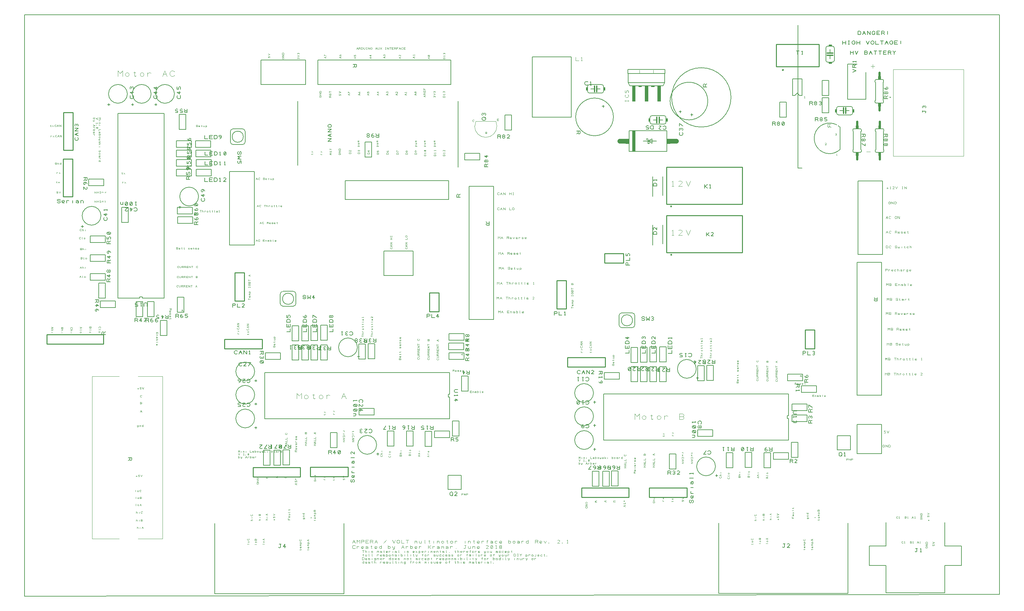
<source format=gbr>
G04 EasyPC Gerber Version 21.0.3 Build 4286 *
G04 #@! TF.Part,Single*
G04 #@! TF.FileFunction,Legend,Top *
G04 #@! TF.FilePolarity,Positive *
%FSLAX35Y35*%
%MOIN*%
%ADD123C,0.00100*%
%ADD149C,0.00197*%
%ADD127C,0.00200*%
%ADD132C,0.00300*%
%ADD105C,0.00394*%
%ADD124C,0.00400*%
%ADD114C,0.00500*%
%ADD125C,0.00600*%
%ADD82C,0.00787*%
%ADD126C,0.00800*%
%ADD108C,0.01000*%
%ADD129C,0.01200*%
%ADD128C,0.02400*%
%ADD118C,0.05000*%
X0Y0D02*
D02*
D82*
X201726Y77711D02*
Y2907D01*
X338734*
Y77711*
X289856Y457423D02*
Y525604D01*
X304360Y83447D02*
G75*
G02X303848I-256D01*
G01*
X304360D02*
G75*
G02X303848I-256D01*
G01*
G75*
G02X304360I256*
G01*
X459856Y455604D02*
Y525604D01*
X666207Y445593D02*
Y424423D01*
X666305Y394215D02*
Y373045D01*
X676695Y425498D02*
Y445593D01*
X676793Y374120D02*
Y394215D01*
X735978Y78006D02*
Y3203D01*
X872986*
Y78006*
X838612Y83742D02*
G75*
G02X838100I-256D01*
G01*
X838612D02*
G75*
G02X838100I-256D01*
G01*
G75*
G02X838612I256*
G01*
X892219Y556254D02*
Y527474D01*
X872691*
Y564994*
X882730*
X913537Y78596D02*
Y53407D01*
X895821*
Y32919*
X913537*
Y3793*
X975742*
Y32919*
X993459*
Y53407*
X975742*
Y78596*
X917967Y529285D02*
Y530073*
G75*
G02Y529285J-394D01*
G01*
Y530073D02*
G75*
G03Y529285J-394D01*
G01*
X959171Y80837D02*
G75*
G02X958526I-323D01*
G01*
X959171D02*
G75*
G02X958526I-323D01*
G01*
G75*
G02X959171I323*
G01*
D02*
D105*
X100467Y233596D02*
X71687D01*
Y61156*
X100467*
X120467Y233596D02*
X146490D01*
Y61156*
X120467*
X921116Y467081D02*
Y559207D01*
X995919*
Y467081*
X921116*
D02*
D108*
X23872Y267770D02*
X83872D01*
Y277770*
X23872*
Y267770*
X41018Y464207D02*
Y424207D01*
X51018*
Y464207*
X41018*
X51411Y473400D02*
Y513400D01*
X41411*
Y473400*
X51411*
X212179Y262967D02*
X252179D01*
Y272967*
X212179*
Y262967*
X223301Y343439D02*
Y313439D01*
X233301*
Y343439*
X223301*
X292317Y136963D02*
X242317D01*
Y126963*
X292317*
Y136963*
X303222Y127238D02*
X343222D01*
Y137238*
X303222*
Y127238*
X429404Y322376D02*
Y302376D01*
X439404*
Y322376*
X429404*
X564344Y335073D02*
Y305073D01*
X574344*
Y335073*
X564344*
X575762Y243675D02*
X615762D01*
Y253675*
X575762*
Y243675*
X615132Y353911D02*
X635132D01*
Y363911*
X615132*
Y353911*
X640841Y115289D02*
X590841D01*
Y105289*
X640841*
Y115289*
X662474Y105388D02*
X702474D01*
Y115388*
X662474*
Y105388*
X680801Y416156D02*
Y455526D01*
X761116*
Y416156*
X680801*
X680900Y364778D02*
Y404148D01*
X761215*
Y364778*
X680900*
X686215Y413892D02*
G75*
G02X685112I-551D01*
G01*
X686215D02*
G75*
G02X685112I-551D01*
G01*
G75*
G02X686215I551*
G01*
X686313Y362514D02*
G75*
G02X685211I-551D01*
G01*
X686313D02*
G75*
G02X685211I-551D01*
G01*
G75*
G02X686313I551*
G01*
X797199Y562159D02*
Y585781D01*
X842474*
Y562159*
X797199*
X804759Y558659D02*
G75*
G02X803636I-561D01*
G01*
X804759D02*
G75*
G02X803636I-561D01*
G01*
G75*
G02X804759I561*
G01*
X827927Y282907D02*
Y262907D01*
X837927*
Y282907*
X827927*
D02*
D114*
X250Y250D02*
Y617179D01*
X1033911*
Y2317*
X250Y250*
X34896Y418582D02*
X35208Y417957D01*
X35833Y417644*
X37083*
X37708Y417957*
X38021Y418582*
X37708Y419207*
X37083Y419519*
X35833*
X35208Y419832*
X34896Y420457*
X35208Y421082*
X35833Y421394*
X37083*
X37708Y421082*
X38021Y420457*
X42396Y417957D02*
X42083Y417644D01*
X41458*
X40833*
X40208Y417957*
X39896Y418582*
Y419519*
X40208Y419832*
X40833Y420144*
X41458*
X42083Y419832*
X42396Y419519*
Y419207*
X42083Y418894*
X41458Y418582*
X40833*
X40208Y418894*
X39896Y419207*
X44896Y417644D02*
Y420144D01*
Y419207D02*
X45208Y419832D01*
X45833Y420144*
X46458*
X47083Y419832*
X51146Y417644D02*
Y420144D01*
Y421082D02*
X54896Y419832*
X55521Y420144D01*
X56458*
X57083Y419832*
X57396Y419207*
Y418269*
X57083Y417957*
X56458Y417644*
X55833*
X55208Y417957*
X54896Y418269*
Y418582*
X55208Y418894*
X55833Y419207*
X56458*
X57083Y418894*
X57396Y418582*
Y418269D02*
Y417644D01*
X59896D02*
Y420144D01*
Y419207D02*
X60208Y419832D01*
X60833Y420144*
X61458*
X62083Y419832*
X62396Y419207*
Y417644*
X56561Y486938D02*
X56874Y486626D01*
X57187Y486000*
Y485063*
X56874Y484438*
X56561Y484126*
X55937Y483813*
X54687*
X54061Y484126*
X53749Y484438*
X53437Y485063*
Y486000*
X53749Y486626*
X54061Y486938*
X57187Y488813D02*
X53437Y490376D01*
X57187Y491938*
X55624Y489438D02*
Y491313D01*
X57187Y493813D02*
X53437D01*
X57187Y496938*
X53437*
X56874Y499126D02*
X57187Y499750D01*
Y500376*
X56874Y501000*
X56249Y501313*
X55624Y501000*
X55311Y500376*
Y499750*
Y500376D02*
X54999Y501000D01*
X54374Y501313*
X53749Y501000*
X53437Y500376*
Y499750*
X53749Y499126*
X62672Y444423D02*
X66422D01*
Y442236*
X66109Y441611*
X65484Y441298*
X64859Y441611*
X64547Y442236*
Y444423*
Y442236D02*
X62672Y441298D01*
X63609Y439423D02*
X64234Y439111D01*
X64547Y438486*
Y437861*
X64234Y437236*
X63609Y436923*
X62984Y437236*
X62672Y437861*
Y438486*
X62984Y439111*
X63609Y439423*
X64547*
X65484Y439111*
X66109Y438486*
X66422Y437861*
X62672Y431923D02*
Y434423D01*
X64859Y432236*
X65484Y431923*
X66109Y432236*
X66422Y432861*
Y433798*
X66109Y434423*
X61527Y391470D02*
Y393970D01*
X62777Y392720D02*
X60277D01*
X69711Y335530D02*
X85711D01*
Y342530*
X69711*
Y335530*
X69809Y375687D02*
X85809D01*
Y382687*
X69809*
Y375687*
X69907Y355411D02*
X85907D01*
Y362411*
X69907*
Y355411*
X71215Y393970D02*
G75*
G02X61215Y403970J10000D01*
G01*
G75*
G02X71215Y413970I10000*
G01*
G75*
G02X81215Y403970J-10000*
G01*
G75*
G02X71215Y393970I-10000*
G01*
X75073Y314994D02*
X78823D01*
Y312807*
X78511Y312181*
X77886Y311869*
X77261Y312181*
X76948Y312807*
Y314994*
Y312807D02*
X75073Y311869D01*
Y308431D02*
X78823D01*
X76323Y309994*
Y307494*
X76011Y304994D02*
X76636Y304681D01*
X76948Y304057*
Y303431*
X76636Y302807*
X76011Y302494*
X75386Y302807*
X75073Y303431*
Y304057*
X75386Y304681*
X76011Y304994*
X76948*
X77886Y304681*
X78511Y304057*
X78823Y303431*
X84234Y442923D02*
X68234D01*
Y435923*
X84234*
Y442923*
X85738Y316659D02*
Y332659D01*
X78738*
Y316659*
X85738*
X86045Y277770D02*
X82295D01*
Y279957*
X82607Y280582*
X83232Y280895*
X83857Y280582*
X84170Y279957*
Y277770*
Y279957D02*
X86045Y280895D01*
X87152Y402096D02*
X87465Y401783D01*
X87777Y401158*
Y400220*
X87465Y399596*
X87152Y399283*
X86527Y398970*
X85277*
X84652Y399283*
X84339Y399596*
X84027Y400220*
Y401158*
X84339Y401783*
X84652Y402096*
X87777Y405533D02*
X84027D01*
X86527Y403970*
Y406470*
X87777Y409596D02*
Y410846D01*
Y410220D02*
X84027D01*
X84652Y409596*
X89480Y520801D02*
Y523301D01*
X90730Y522051D02*
X88230D01*
X91273Y334030D02*
X87523D01*
Y336217*
X87835Y336842*
X88461Y337155*
X89085Y336842*
X89398Y336217*
Y334030*
Y336217D02*
X91273Y337155D01*
Y340592D02*
X87523D01*
X90023Y339030*
Y341530*
X89398Y344967D02*
Y345592D01*
X89085Y346217*
X88461Y346530*
X87835Y346217*
X87523Y345592*
Y344967*
X87835Y344342*
X88461Y344030*
X89085Y344342*
X89398Y344967*
X89711Y344342*
X90335Y344030*
X90961Y344342*
X91273Y344967*
Y345592*
X90961Y346217*
X90335Y346530*
X89711Y346217*
X89398Y345592*
X91372Y374187D02*
X87622D01*
Y376374*
X87934Y377000*
X88559Y377312*
X89184Y377000*
X89496Y376374*
Y374187*
Y376374D02*
X91372Y377312D01*
X91059Y379187D02*
X91372Y379812D01*
Y380750*
X91059Y381374*
X90434Y381687*
X90122*
X89496Y381374*
X89184Y380750*
Y379187*
X87622*
Y381687*
X91059Y384500D02*
X91372Y385124D01*
Y385750*
X91059Y386374*
X90434Y386687*
X88559*
X87934Y386374*
X87622Y385750*
Y385124*
X87934Y384500*
X88559Y384187*
X90434*
X91059Y384500*
X87934Y386374*
X91470Y353911D02*
X87720D01*
Y356099*
X88032Y356724*
X88657Y357037*
X89282Y356724*
X89595Y356099*
Y353911*
Y356099D02*
X91470Y357037D01*
Y360474D02*
X87720D01*
X90220Y358911*
Y361411*
X91470Y364849D02*
X91157Y365474D01*
X90532Y366099*
X89595Y366411*
X88657*
X88032Y366099*
X87720Y365474*
Y364849*
X88032Y364224*
X88657Y363911*
X89282Y364224*
X89595Y364849*
Y365474*
X89282Y366099*
X88657Y366411*
X96636Y313494D02*
X80636D01*
Y306494*
X96636*
Y313494*
X98978Y316522D02*
Y512522D01*
X147978*
Y316522*
X124978*
Y318022*
X121978*
Y316522*
X98978*
X99167Y523301D02*
G75*
G02X89167Y533301J10000D01*
G01*
G75*
G02X99167Y543301I10000*
G01*
G75*
G02X109167Y533301J-10000*
G01*
G75*
G02X99167Y523301I-10000*
G01*
X110026Y147376D02*
X113776D01*
Y145189*
X113464Y144563*
X112839Y144251*
X112214Y144563*
X111901Y145189*
Y147376*
Y145189D02*
X110026Y144251D01*
X110049Y396778D02*
Y412778D01*
X103049*
Y396778*
X110049*
X115105Y531426D02*
X115417Y531114D01*
X115730Y530489*
Y529551*
X115417Y528926*
X115105Y528614*
X114480Y528301*
X113230*
X112605Y528614*
X112292Y528926*
X111980Y529551*
Y530489*
X112292Y531114*
X112605Y531426*
X115730Y534864D02*
X111980D01*
X114480Y533301*
Y535801*
X115417Y538614D02*
X115730Y539239D01*
Y539864*
X115417Y540489*
X114792Y540801*
X114167Y540489*
X113855Y539864*
Y539239*
Y539864D02*
X113542Y540489D01*
X112917Y540801*
X112292Y540489*
X111980Y539864*
Y539239*
X112292Y538614*
X114677Y520801D02*
Y523301D01*
X115927Y522051D02*
X113427D01*
X117100Y291412D02*
Y295162D01*
X119288*
X119913Y294850*
X120226Y294224*
X119913Y293600*
X119288Y293287*
X117100*
X119288D02*
X120226Y291412D01*
X123663D02*
Y295162D01*
X122100Y292662*
X124600*
X127100Y291412D02*
X129600Y295162D01*
X127100*
X118600Y312974D02*
Y296974D01*
X125600*
Y312974*
X118600*
X116219Y411876D02*
X116532Y412189D01*
X117157Y412502*
X118094*
X118719Y412189*
X119032Y411876*
X119344Y411252*
Y410002*
X119032Y409376*
X118719Y409064*
X118094Y408752*
X117157*
X116532Y409064*
X116219Y409376*
X112782Y412502D02*
Y408752D01*
X114344Y411252*
X111844*
X106844Y412502D02*
X109344D01*
X107157Y410314*
X106844Y409689*
X107157Y409064*
X107782Y408752*
X108719*
X109344Y409064*
X118719Y418502D02*
X117469D01*
X118094D02*
Y414752D01*
X118719Y415376*
X114032Y418189D02*
X113407Y418502D01*
X112782*
X112157Y418189*
X111844Y417564*
Y415689*
X112157Y415064*
X112782Y414752*
X113407*
X114032Y415064*
X114344Y415689*
Y417564*
X114032Y418189*
X112157Y415064*
X109032Y418189D02*
X108407Y418502D01*
X107782*
X107157Y418189*
X106844Y417564*
Y415689*
X107157Y415064*
X107782Y414752*
X108407*
X109032Y415064*
X109344Y415689*
Y417564*
X109032Y418189*
X107157Y415064*
X104344Y418502D02*
Y416002D01*
Y416939D02*
X104032Y416314D01*
X103407Y416002*
X102782*
X102157Y416314*
X101844Y416939*
Y418502*
X124364Y523301D02*
G75*
G02X114364Y533301J10000D01*
G01*
G75*
G02X124364Y543301I10000*
G01*
G75*
G02X134364Y533301J-10000*
G01*
G75*
G02X124364Y523301I-10000*
G01*
X128813Y291313D02*
Y295063D01*
X131000*
X131626Y294751*
X131938Y294126*
X131626Y293501*
X131000Y293189*
X128813*
X131000D02*
X131938Y291313D01*
X133813Y292251D02*
X134126Y292876D01*
X134750Y293189*
X135376*
X136000Y292876*
X136313Y292251*
X136000Y291626*
X135376Y291313*
X134750*
X134126Y291626*
X133813Y292251*
Y293189*
X134126Y294126*
X134750Y294751*
X135376Y295063*
X138813Y292251D02*
X139126Y292876D01*
X139750Y293189*
X140376*
X141000Y292876*
X141313Y292251*
X141000Y291626*
X140376Y291313*
X139750*
X139126Y291626*
X138813Y292251*
Y293189*
X139126Y294126*
X139750Y294751*
X140376Y295063*
X129978Y307834D02*
Y310646D01*
X129666Y311272*
X129041Y311584*
X127791*
X127166Y311272*
X126853Y310646*
Y307834*
X124353Y311584D02*
X123103D01*
X123728D02*
Y307834D01*
X124353Y308459*
X119978Y311272D02*
X119353Y311584D01*
X118416*
X117791Y311272*
X117478Y310646*
Y310334*
X117791Y309709*
X118416Y309396*
X119978*
Y307834*
X117478*
X130313Y312876D02*
Y296876D01*
X137313*
Y312876*
X130313*
X139381Y520801D02*
Y523301D01*
X140631Y522051D02*
X138131D01*
X140302Y531426D02*
X140614Y531114D01*
X140927Y530489*
Y529551*
X140614Y528926*
X140302Y528614*
X139677Y528301*
X138427*
X137802Y528614*
X137489Y528926*
X137177Y529551*
Y530489*
X137489Y531114*
X137802Y531426*
X140927Y534864D02*
X137177D01*
X139677Y533301*
Y535801*
X140927Y539864D02*
X137177D01*
X139677Y538301*
Y540801*
X149069Y523301D02*
G75*
G02X139069Y533301J10000D01*
G01*
G75*
G02X149069Y543301I10000*
G01*
G75*
G02X159069Y533301J-10000*
G01*
G75*
G02X149069Y523301I-10000*
G01*
X151093Y276994D02*
Y292994D01*
X144093*
Y276994*
X151093*
X152593Y298557D02*
Y294807D01*
X150405*
X149780Y295119*
X149467Y295744*
X149780Y296369*
X150405Y296681*
X152593*
X150405D02*
X149467Y298557D01*
X146030D02*
Y294807D01*
X147593Y297307*
X145093*
X142593Y298244D02*
X141967Y298557D01*
X141030*
X140405Y298244*
X140093Y297619*
Y297307*
X140405Y296681*
X141030Y296369*
X142593*
Y294807*
X140093*
X160506Y295841D02*
Y299591D01*
X162693*
X163319Y299279*
X163631Y298654*
X163319Y298029*
X162693Y297716*
X160506*
X162693D02*
X163631Y295841D01*
X165506Y296779D02*
X165819Y297404D01*
X166443Y297716*
X167069*
X167693Y297404*
X168006Y296779*
X167693Y296154*
X167069Y295841*
X166443*
X165819Y296154*
X165506Y296779*
Y297716*
X165819Y298654*
X166443Y299279*
X167069Y299591*
X170506Y296154D02*
X171131Y295841D01*
X172069*
X172693Y296154*
X173006Y296779*
Y297091*
X172693Y297716*
X172069Y298029*
X170506*
Y299591*
X173006*
X161148Y446258D02*
X177148D01*
Y453258*
X161148*
Y446258*
Y456691D02*
X177148D01*
Y463691*
X161148*
Y456691*
Y466435D02*
X177148D01*
Y473435*
X161148*
Y466435*
Y476474D02*
X177148D01*
Y483474*
X161148*
Y476474*
X162006Y317404D02*
Y301404D01*
X169006*
Y317404*
X162006*
X162230Y405904D02*
X178230D01*
Y412904*
X162230*
Y405904*
X162427Y396061D02*
X178427D01*
Y403061*
X162427*
Y396061*
X165006Y531426D02*
X165319Y531114D01*
X165631Y530489*
Y529551*
X165319Y528926*
X165006Y528614*
X164381Y528301*
X163131*
X162506Y528614*
X162194Y528926*
X161881Y529551*
Y530489*
X162194Y531114*
X162506Y531426*
X165631Y534864D02*
X161881D01*
X164381Y533301*
Y535801*
X165319Y538301D02*
X165631Y538926D01*
Y539864*
X165319Y540489*
X164694Y540801*
X164381*
X163756Y540489*
X163444Y539864*
Y538301*
X161881*
Y540801*
X164972Y411844D02*
Y414344D01*
X166222Y413094D02*
X163722D01*
X171073Y495695D02*
Y511695D01*
X164073*
Y495695*
X171073*
X172573Y517257D02*
Y513507D01*
X170385*
X169760Y513820*
X169448Y514445*
X169760Y515070*
X170385Y515382*
X172573*
X170385D02*
X169448Y517257D01*
X167573Y516945D02*
X166948Y517257D01*
X166010*
X165385Y516945*
X165073Y516320*
Y516007*
X165385Y515382*
X166010Y515070*
X167573*
Y513507*
X165073*
X162573Y516945D02*
X161948Y517257D01*
X161010*
X160385Y516945*
X160073Y516320*
Y516007*
X160385Y515382*
X161010Y515070*
X162573*
Y513507*
X160073*
X174659Y414344D02*
G75*
G02X164659Y424344J10000D01*
G01*
G75*
G02X174659Y434344I10000*
G01*
G75*
G02X184659Y424344J-10000*
G01*
G75*
G02X174659Y414344I-10000*
G01*
X175592Y442573D02*
X171842D01*
Y444760*
X172154Y445385*
X172780Y445698*
X173404Y445385*
X173717Y444760*
Y442573*
Y444760D02*
X175592Y445698D01*
X175280Y447573D02*
X175592Y448198D01*
Y449135*
X175280Y449760*
X174654Y450073*
X174342*
X173717Y449760*
X173404Y449135*
Y447573*
X171842*
Y450073*
X175592Y453510D02*
X175280Y454135D01*
X174654Y454760*
X173717Y455073*
X172780*
X172154Y454760*
X171842Y454135*
Y453510*
X172154Y452885*
X172780Y452573*
X173404Y452885*
X173717Y453510*
Y454135*
X173404Y454760*
X172780Y455073*
X176084Y454089D02*
X172334D01*
Y456276*
X172646Y456901*
X173272Y457214*
X173896Y456901*
X174209Y456276*
Y454089*
Y456276D02*
X176084Y457214D01*
X175772Y459089D02*
X176084Y459714D01*
Y460651*
X175772Y461276*
X175146Y461589*
X174834*
X174209Y461276*
X173896Y460651*
Y459089*
X172334*
Y461589*
X174209Y465026D02*
Y465651D01*
X173896Y466276*
X173272Y466589*
X172646Y466276*
X172334Y465651*
Y465026*
X172646Y464401*
X173272Y464089*
X173896Y464401*
X174209Y465026*
X174522Y464401*
X175146Y464089*
X175772Y464401*
X176084Y465026*
Y465651*
X175772Y466276*
X175146Y466589*
X174522Y466276*
X174209Y465651*
X176478Y473872D02*
X172728D01*
Y476059*
X173040Y476685*
X173665Y476997*
X174290Y476685*
X174603Y476059*
Y473872*
Y476059D02*
X176478Y476997D01*
X176165Y478872D02*
X176478Y479497D01*
Y480435*
X176165Y481059*
X175540Y481372*
X175228*
X174603Y481059*
X174290Y480435*
Y478872*
X172728*
Y481372*
X175540Y483872D02*
X174915Y484185D01*
X174603Y484809*
Y485435*
X174915Y486059*
X175540Y486372*
X176165Y486059*
X176478Y485435*
Y484809*
X176165Y484185*
X175540Y483872*
X174603*
X173665Y484185*
X173040Y484809*
X172728Y485435*
X176576Y464935D02*
X172826D01*
Y467122*
X173139Y467748*
X173764Y468060*
X174389Y467748*
X174701Y467122*
Y464935*
Y467122D02*
X176576Y468060D01*
X176264Y469935D02*
X176576Y470560D01*
Y471498*
X176264Y472122*
X175639Y472435*
X175326*
X174701Y472122*
X174389Y471498*
Y469935*
X172826*
Y472435*
X176576Y474935D02*
X172826Y477435D01*
Y474935*
X181522Y476474D02*
X197522D01*
Y483474*
X181522*
Y476474*
X181719Y466435D02*
X197719D01*
Y473435*
X181719*
Y466435*
X182014Y456593D02*
X198014D01*
Y463593*
X182014*
Y456593*
X182211Y446258D02*
X198211D01*
Y453258*
X182211*
Y446258*
X183793Y404404D02*
X180043D01*
Y406591*
X180355Y407216*
X180980Y407529*
X181605Y407216*
X181918Y406591*
Y404404*
Y406591D02*
X183793Y407529D01*
X182855Y409404D02*
X182230Y409716D01*
X181918Y410341*
Y410966*
X182230Y411591*
X182855Y411904*
X183480Y411591*
X183793Y410966*
Y410341*
X183480Y409716*
X182855Y409404*
X181918*
X180980Y409716*
X180355Y410341*
X180043Y410966*
X183480Y414716D02*
X183793Y415341D01*
Y415966*
X183480Y416591*
X182855Y416904*
X180980*
X180355Y416591*
X180043Y415966*
Y415341*
X180355Y414716*
X180980Y414404*
X182855*
X183480Y414716*
X180355Y416591*
X183990Y394561D02*
X180240D01*
Y396748*
X180552Y397374*
X181177Y397686*
X181802Y397374*
X182115Y396748*
Y394561*
Y396748D02*
X183990Y397686D01*
X183052Y399561D02*
X182427Y399874D01*
X182115Y400498*
Y401124*
X182427Y401748*
X183052Y402061*
X183677Y401748*
X183990Y401124*
Y400498*
X183677Y399874*
X183052Y399561*
X182115*
X181177Y399874*
X180552Y400498*
X180240Y401124*
X183990Y405186D02*
Y406436D01*
Y405811D02*
X180240D01*
X180865Y405186*
X191195Y444111D02*
Y440361D01*
X194320*
X196195D02*
Y444111D01*
X199320*
X198695Y442236D02*
X196195D01*
Y440361D02*
X199320D01*
X201195D02*
Y444111D01*
X203070*
X203695Y443798*
X204007Y443486*
X204320Y442861*
Y441611*
X204007Y440986*
X203695Y440673*
X203070Y440361*
X201195*
X206820D02*
X208070D01*
X207445D02*
Y444111D01*
X206820Y443486*
X213695Y440361D02*
X211195D01*
X213382Y442548*
X213695Y443173*
X213382Y443798*
X212757Y444111*
X211820*
X211195Y443798*
X191293Y489386D02*
Y485636D01*
X194419*
X196293D02*
Y489386D01*
X199419*
X198793Y487511D02*
X196293D01*
Y485636D02*
X199419D01*
X201293D02*
Y489386D01*
X203169*
X203793Y489074*
X204106Y488761*
X204419Y488136*
Y486886*
X204106Y486261*
X203793Y485949*
X203169Y485636*
X201293*
X207231D02*
X207856Y485949D01*
X208481Y486574*
X208793Y487511*
Y488449*
X208481Y489074*
X207856Y489386*
X207231*
X206606Y489074*
X206293Y488449*
X206606Y487824*
X207231Y487511*
X207856*
X208481Y487824*
X208793Y488449*
X191392Y461532D02*
Y457782D01*
X194517*
X196392D02*
Y461532D01*
X199517*
X198892Y459657D02*
X196392D01*
Y457782D02*
X199517D01*
X201392D02*
Y461532D01*
X203267*
X203892Y461220*
X204204Y460907*
X204517Y460282*
Y459032*
X204204Y458407*
X203892Y458094*
X203267Y457782*
X201392*
X207017D02*
X208267D01*
X207642D02*
Y461532D01*
X207017Y460907*
X212017Y457782D02*
X213267D01*
X212642D02*
Y461532D01*
X212017Y460907*
X191392Y471965D02*
Y468215D01*
X194517*
X196392D02*
Y471965D01*
X199517*
X198892Y470090D02*
X196392D01*
Y468215D02*
X199517D01*
X201392D02*
Y471965D01*
X203267*
X203892Y471653*
X204204Y471340*
X204517Y470715*
Y469465*
X204204Y468840*
X203892Y468528*
X203267Y468215*
X201392*
X207017D02*
X208267D01*
X207642D02*
Y471965D01*
X207017Y471340*
X211704Y468528D02*
X212329Y468215D01*
X212954*
X213579Y468528*
X213892Y469153*
Y471028*
X213579Y471653*
X212954Y471965*
X212329*
X211704Y471653*
X211392Y471028*
Y469153*
X211704Y468528*
X213579Y471653*
X190597Y422470D02*
X190909Y422157D01*
X191222Y421532*
Y420594*
X190909Y419970*
X190597Y419657*
X189972Y419344*
X188722*
X188097Y419657*
X187784Y419970*
X187472Y420594*
Y421532*
X187784Y422157*
X188097Y422470*
X191222Y425907D02*
X187472D01*
X189972Y424344*
Y426844*
X191222Y430282D02*
X190909Y430907D01*
X190284Y431532*
X189347Y431844*
X188409*
X187784Y431532*
X187472Y430907*
Y430282*
X187784Y429657*
X188409Y429344*
X189034Y429657*
X189347Y430282*
Y430907*
X189034Y431532*
X188409Y431844*
X218360Y493262D02*
Y482435D01*
G75*
G03X221313Y479482I2953*
G01*
X231156*
G75*
G03X234108Y482435J2953*
G01*
Y493262*
G75*
G03X231156Y496215I-2953*
G01*
X221313*
G75*
G03X218360Y493262J-2953*
G01*
X220801Y306876D02*
Y310626D01*
X222989*
X223614Y310314*
X223926Y309689*
X223614Y309064*
X222989Y308752*
X220801*
X225801Y310626D02*
Y306876D01*
X228926*
X233301D02*
X230801D01*
X232989Y309064*
X233301Y309689*
X232989Y310314*
X232364Y310626*
X231426*
X230801Y310314*
X225718Y257817D02*
X225405Y257504D01*
X224780Y257191*
X223843*
X223218Y257504*
X222905Y257817*
X222593Y258441*
Y259691*
X222905Y260317*
X223218Y260629*
X223843Y260941*
X224780*
X225405Y260629*
X225718Y260317*
X227593Y257191D02*
X229155Y260941D01*
X230718Y257191*
X228218Y258754D02*
X230093D01*
X232593Y257191D02*
Y260941D01*
X235718Y257191*
Y260941*
X238218Y257191D02*
X239468D01*
X238843D02*
Y260941D01*
X238218Y260317*
X227125Y472100D02*
X226500Y471788D01*
X226187Y471163*
Y469913*
X226500Y469288*
X227125Y468975*
X227750Y469288*
X228063Y469913*
Y471163*
X228375Y471788*
X229000Y472100*
X229625Y471788*
X229937Y471163*
Y469913*
X229625Y469288*
X229000Y468975*
X229937Y467100D02*
X226187Y466788D01*
X228063Y465538*
X226187Y464288*
X229937Y463975*
X226500Y462100D02*
X226187Y461475D01*
Y460538*
X226500Y459913*
X227125Y459600*
X227437*
X228063Y459913*
X228375Y460538*
Y462100*
X229937*
Y459600*
X230737Y245218D02*
X230425Y244906D01*
X229800Y244593*
X228862*
X228237Y244906*
X227925Y245218*
X227612Y245843*
Y247093*
X227925Y247718*
X228237Y248031*
X228862Y248343*
X229800*
X230425Y248031*
X230737Y247718*
X235112Y244593D02*
X232612D01*
X234800Y246781*
X235112Y247406*
X234800Y248031*
X234175Y248343*
X233237*
X232612Y248031*
X237612Y244593D02*
X240112Y248343D01*
X237612*
X232120Y487848D02*
G75*
G03X220309I-5906D01*
G01*
G75*
G03X232120I5906*
G01*
X236003Y204770D02*
X236315Y205083D01*
X236941Y205395*
X237878*
X238503Y205083*
X238815Y204770*
X239128Y204145*
Y202895*
X238815Y202270*
X238503Y201957*
X237878Y201645*
X236941*
X236315Y201957*
X236003Y202270*
X231628Y205395D02*
X234128D01*
X231941Y203207*
X231628Y202583*
X231941Y201957*
X232565Y201645*
X233503*
X234128Y201957*
X229128Y205083D02*
X228503Y205395D01*
X227565*
X226941Y205083*
X226628Y204457*
Y204145*
X226941Y203520*
X227565Y203207*
X229128*
Y201645*
X226628*
X236003Y229967D02*
X236315Y230280D01*
X236941Y230592*
X237878*
X238503Y230280*
X238815Y229967*
X239128Y229342*
Y228092*
X238815Y227467*
X238503Y227154*
X237878Y226842*
X236941*
X236315Y227154*
X236003Y227467*
X231628Y230592D02*
X234128D01*
X231941Y228404*
X231628Y227780*
X231941Y227154*
X232565Y226842*
X233503*
X234128Y227154*
X229128Y229654D02*
X228815Y229030D01*
X228191Y228717*
X227565*
X226941Y229030*
X226628Y229654*
X226941Y230280*
X227565Y230592*
X228191*
X228815Y230280*
X229128Y229654*
Y228717*
X228815Y227780*
X228191Y227154*
X227565Y226842*
X243656Y450801D02*
Y372770D01*
X217573*
Y450801*
X243656*
X244128Y188833D02*
G75*
G02X234128Y178833I-10000D01*
G01*
G75*
G02X224128Y188833J10000*
G01*
G75*
G02X234128Y198833I10000*
G01*
G75*
G02X244128Y188833J-10000*
G01*
Y214030D02*
G75*
G02X234128Y204030I-10000D01*
G01*
G75*
G02X224128Y214030J10000*
G01*
G75*
G02X234128Y224030I10000*
G01*
G75*
G02X244128Y214030J-10000*
G01*
Y238734D02*
G75*
G02X234128Y228734I-10000D01*
G01*
G75*
G02X224128Y238734J10000*
G01*
G75*
G02X234128Y248734I10000*
G01*
G75*
G02X244128Y238734J-10000*
G01*
X246628Y179145D02*
X244128D01*
X245378Y180395D02*
Y177895D01*
X246628Y204342D02*
X244128D01*
X245378Y205592D02*
Y203092D01*
X246628Y229047D02*
X244128D01*
X245378Y230297D02*
Y227797D01*
X249876Y260171D02*
X253626D01*
Y257984*
X253314Y257359*
X252689Y257046*
X252064Y257359*
X251752Y257984*
Y260171*
Y257984D02*
X249876Y257046D01*
X250189Y254859D02*
X249876Y254234D01*
Y253609*
X250189Y252984*
X250814Y252671*
X251439Y252984*
X251752Y253609*
Y254234*
Y253609D02*
X252064Y252984D01*
X252689Y252671*
X253314Y252984*
X253626Y253609*
Y254234*
X253314Y254859*
X250189Y249859D02*
X249876Y249234D01*
Y248609*
X250189Y247984*
X250814Y247671*
X252689*
X253314Y247984*
X253626Y248609*
Y249234*
X253314Y249859*
X252689Y250171*
X250814*
X250189Y249859*
X253314Y247984*
X250880Y569246D02*
X298045D01*
Y543163*
X250880*
Y569246*
X260541Y139199D02*
Y155199D01*
X253541*
Y139199*
X260541*
X262041Y160761D02*
Y157011D01*
X259854*
X259229Y157324*
X258916Y157949*
X259229Y158574*
X259854Y158886*
X262041*
X259854D02*
X258916Y160761D01*
X257041D02*
X254541Y157011D01*
X257041*
X249541Y160761D02*
X252041D01*
X249854Y158574*
X249541Y157949*
X249854Y157324*
X250479Y157011*
X251416*
X252041Y157324*
X269628Y52309D02*
X269941Y51996D01*
X270565Y51683*
X271191Y51996*
X271503Y52309*
Y55433*
X272128*
X271503D02*
X270253D01*
X276191Y51683D02*
Y55433D01*
X274628Y52933*
X277128*
X271368Y139297D02*
Y155297D01*
X264368*
Y139297*
X271368*
X271439Y258671D02*
X255439D01*
Y251671*
X271439*
Y258671*
X272868Y160860D02*
Y157110D01*
X270681*
X270056Y157422*
X269743Y158047*
X270056Y158672*
X270681Y158985*
X272868*
X270681D02*
X269743Y160860D01*
X267868D02*
X265368Y157110D01*
X267868*
X262243Y160860D02*
X260993D01*
X261618D02*
Y157110D01*
X262243Y157735*
X274167Y308026D02*
X284994D01*
G75*
G03X287947Y310978J2953*
G01*
Y320821*
G75*
G03X284994Y323774I-2953*
G01*
X274167*
G75*
G03X271215Y320821J-2953*
G01*
Y310978*
G75*
G03X274167Y308026I2953*
G01*
X279581Y321785D02*
G75*
G03Y309974J-5906D01*
G01*
G75*
G03Y321785J5906*
G01*
X281014Y139396D02*
Y155396D01*
X274014*
Y139396*
X281014*
X282514Y160958D02*
Y157208D01*
X280326*
X279701Y157520*
X279389Y158146*
X279701Y158770*
X280326Y159083*
X282514*
X280326D02*
X279389Y160958D01*
X277514D02*
X275014Y157208D01*
X277514*
X272201Y160646D02*
X271576Y160958D01*
X270951*
X270326Y160646*
X270014Y160020*
Y158146*
X270326Y157520*
X270951Y157208*
X271576*
X272201Y157520*
X272514Y158146*
Y160020*
X272201Y160646*
X270326Y157520*
X278043Y280959D02*
X281793D01*
Y284084*
Y285959D02*
X278043D01*
Y289084*
X279918Y288459D02*
Y285959D01*
X281793D02*
Y289084D01*
Y290959D02*
X278043D01*
Y292834*
X278355Y293459*
X278668Y293771*
X279293Y294084*
X280543*
X281168Y293771*
X281480Y293459*
X281793Y292834*
Y290959*
X281480Y295959D02*
X281793Y296584D01*
Y297521*
X281480Y298146*
X280855Y298459*
X280543*
X279918Y298146*
X279605Y297521*
Y295959*
X278043*
Y298459*
X290955Y250813D02*
Y266813D01*
X283955*
Y250813*
X290955*
Y271187D02*
Y287187D01*
X283955*
Y271187*
X290955*
X293557Y266143D02*
Y262393D01*
X291370*
X290744Y262706*
X290432Y263331*
X290744Y263956*
X291370Y264268*
X293557*
X291370D02*
X290432Y266143D01*
X288244Y265831D02*
X287620Y266143D01*
X286994*
X286370Y265831*
X286057Y265206*
X286370Y264581*
X286994Y264268*
X287620*
X286994D02*
X286370Y263956D01*
X286057Y263331*
X286370Y262706*
X286994Y262393*
X287620*
X288244Y262706*
X282932Y266143D02*
X281682D01*
X282307D02*
Y262393D01*
X282932Y263018*
X295329Y316791D02*
X295641Y316165D01*
X296266Y315853*
X297516*
X298141Y316165*
X298454Y316791*
X298141Y317415*
X297516Y317728*
X296266*
X295641Y318041*
X295329Y318665*
X295641Y319291*
X296266Y319603*
X297516*
X298141Y319291*
X298454Y318665*
X300329Y319603D02*
X300641Y315853D01*
X301891Y317728*
X303141Y315853*
X303454Y319603*
X306891Y315853D02*
Y319603D01*
X305329Y317103*
X307829*
X295464Y281057D02*
X299214D01*
Y284182*
Y286057D02*
X295464D01*
Y289182*
X297339Y288557D02*
Y286057D01*
X299214D02*
Y289182D01*
Y291057D02*
X295464D01*
Y292932*
X295776Y293557*
X296089Y293870*
X296714Y294182*
X297964*
X298589Y293870*
X298902Y293557*
X299214Y292932*
Y291057*
X298276Y296057D02*
X297652Y296370D01*
X297339Y296994*
Y297620*
X297652Y298244*
X298276Y298557*
X298902Y298244*
X299214Y297620*
Y296994*
X298902Y296370*
X298276Y296057*
X297339*
X296402Y296370*
X295776Y296994*
X295464Y297620*
X300994Y250813D02*
Y266813D01*
X293994*
Y250813*
X300994*
Y271384D02*
Y287384D01*
X293994*
Y271384*
X300994*
X302494Y266242D02*
Y262492D01*
X300307*
X299681Y262804*
X299369Y263429*
X299681Y264054*
X300307Y264367*
X302494*
X300307D02*
X299369Y266242D01*
X297181Y265929D02*
X296557Y266242D01*
X295931*
X295307Y265929*
X294994Y265304*
X295307Y264679*
X295931Y264367*
X296557*
X295931D02*
X295307Y264054D01*
X294994Y263429*
X295307Y262804*
X295931Y262492*
X296557*
X297181Y262804*
X292494Y265929D02*
X291869Y266242D01*
X290931*
X290307Y265929*
X289994Y265304*
Y264992*
X290307Y264367*
X290931Y264054*
X292494*
Y262492*
X289994*
X305897Y281057D02*
X309647D01*
Y284182*
Y286057D02*
X305897D01*
Y289182*
X307772Y288557D02*
Y286057D01*
X309647D02*
Y289182D01*
Y291057D02*
X305897D01*
Y292932*
X306209Y293557*
X306522Y293870*
X307147Y294182*
X308397*
X309022Y293870*
X309335Y293557*
X309647Y292932*
Y291057*
Y296057D02*
X305897Y298557D01*
Y296057*
X310738Y250813D02*
Y266813D01*
X303738*
Y250813*
X310738*
X310837Y271679D02*
Y287679D01*
X303837*
Y271679*
X310837*
X311037Y569344D02*
X452199D01*
Y543262*
X311037*
Y569344*
X313341Y265750D02*
Y262000D01*
X311153*
X310528Y262312*
X310215Y262937*
X310528Y263562*
X311153Y263874*
X313341*
X311153D02*
X310215Y265750D01*
X308028Y265437D02*
X307403Y265750D01*
X306778*
X306153Y265437*
X305841Y264812*
X306153Y264187*
X306778Y263874*
X307403*
X306778D02*
X306153Y263562D01*
X305841Y262937*
X306153Y262312*
X306778Y262000*
X307403*
X308028Y262312*
X303341Y264812D02*
X303028Y264187D01*
X302403Y263874*
X301778*
X301153Y264187*
X300841Y264812*
X301153Y265437*
X301778Y265750*
X302403*
X303028Y265437*
X303341Y264812*
Y263874*
X303028Y262937*
X302403Y262312*
X301778Y262000*
X321171Y250813D02*
Y266813D01*
X314171*
Y250813*
X321171*
Y271876D02*
Y287876D01*
X314171*
Y271876*
X321171*
X322593Y151286D02*
Y155036D01*
X324780*
X325405Y154724*
X325718Y154098*
X325405Y153474*
X324780Y153161*
X322593*
X324780D02*
X325718Y151286D01*
X329155D02*
Y155036D01*
X327593Y152536*
X330093*
X332905Y151598D02*
X333530Y151286D01*
X334155*
X334780Y151598*
X335093Y152224*
Y154098*
X334780Y154724*
X334155Y155036*
X333530*
X332905Y154724*
X332593Y154098*
Y152224*
X332905Y151598*
X334780Y154724*
X324506Y173900D02*
Y157900D01*
X331506*
Y173900*
X324506*
X324856Y265257D02*
Y261507D01*
X322669*
X322044Y261820*
X321731Y262445*
X322044Y263070*
X322669Y263382*
X324856*
X322669D02*
X321731Y265257D01*
X319544Y264945D02*
X318919Y265257D01*
X318294*
X317669Y264945*
X317356Y264320*
X317669Y263695*
X318294Y263382*
X318919*
X318294D02*
X317669Y263070D01*
X317356Y262445*
X317669Y261820*
X318294Y261507*
X318919*
X319544Y261820*
X314856Y265257D02*
X312356Y261507D01*
X314856*
X325592Y482730D02*
X321842D01*
X325592Y485856*
X321842*
X325592Y487730D02*
X321842Y489293D01*
X325592Y490856*
X324030Y488356D02*
Y490230D01*
X325592Y492730D02*
X321842D01*
X325592Y495856*
X321842*
X324342Y497730D02*
X323092D01*
X322467Y498043*
X322154Y498356*
X321842Y498980*
Y499606*
X322154Y500230*
X322467Y500543*
X323092Y500856*
X324342*
X324967Y500543*
X325280Y500230*
X325592Y499606*
Y498980*
X325280Y498356*
X324967Y498043*
X324342Y497730*
X323319Y280860D02*
X327069D01*
Y283985*
Y285860D02*
X323319D01*
Y288985*
X325193Y288360D02*
Y285860D01*
X327069D02*
Y288985D01*
Y290860D02*
X323319D01*
Y292735*
X323631Y293360*
X323943Y293673*
X324569Y293985*
X325819*
X326443Y293673*
X326756Y293360*
X327069Y292735*
Y290860*
X325193Y296798D02*
Y297423D01*
X324881Y298048*
X324256Y298360*
X323631Y298048*
X323319Y297423*
Y296798*
X323631Y296173*
X324256Y295860*
X324881Y296173*
X325193Y296798*
X325506Y296173*
X326131Y295860*
X326756Y296173*
X327069Y296798*
Y297423*
X326756Y298048*
X326131Y298360*
X325506Y298048*
X325193Y297423*
X340093Y421215D02*
Y441215D01*
X449738*
Y421215*
X340093*
X348333Y564541D02*
X352083D01*
Y562354*
X351771Y561729*
X351146Y561416*
X350521Y561729*
X350208Y562354*
Y564541*
Y562354D02*
X348333Y561416D01*
X344959Y280262D02*
X345272Y280575D01*
X345897Y280887*
X346835*
X347459Y280575*
X347772Y280262*
X348085Y279637*
Y278387*
X347772Y277762*
X347459Y277450*
X346835Y277137*
X345897*
X345272Y277450*
X344959Y277762*
X342772Y280575D02*
X342147Y280887D01*
X341522*
X340897Y280575*
X340585Y279950*
X340897Y279325*
X341522Y279012*
X342147*
X341522D02*
X340897Y278700D01*
X340585Y278075*
X340897Y277450*
X341522Y277137*
X342147*
X342772Y277450*
X337459Y280887D02*
X336209D01*
X336835D02*
Y277137D01*
X337459Y277762*
X348847Y121116D02*
X349472Y121429D01*
X349785Y122054*
Y123304*
X349472Y123929*
X348847Y124241*
X348222Y123929*
X347910Y123304*
Y122054*
X347597Y121429*
X346972Y121116*
X346347Y121429*
X346035Y122054*
Y123304*
X346347Y123929*
X346972Y124241*
X349472Y128616D02*
X349785Y128304D01*
Y127679*
Y127054*
X349472Y126429*
X348847Y126116*
X347910*
X347597Y126429*
X347285Y127054*
Y127679*
X347597Y128304*
X347910Y128616*
X348222*
X348535Y128304*
X348847Y127679*
Y127054*
X348535Y126429*
X348222Y126116*
X349785Y131116D02*
X347285D01*
X348222D02*
X347597Y131429D01*
X347285Y132054*
Y132679*
X347597Y133304*
X349785Y137366D02*
X347285D01*
X346347D02*
X347597Y141116*
X347285Y141741D01*
Y142679*
X347597Y143304*
X348222Y143616*
X349160*
X349472Y143304*
X349785Y142679*
Y142054*
X349472Y141429*
X349160Y141116*
X348847*
X348535Y141429*
X348222Y142054*
Y142679*
X348535Y143304*
X348847Y143616*
X349160D02*
X349785D01*
Y147679D02*
Y147366D01*
X346035*
X349785Y153616D02*
Y151116D01*
X347597Y153304*
X346972Y153616*
X346347Y153304*
X346035Y152679*
Y151741*
X346347Y151116*
X353085Y264325D02*
G75*
G02X343085Y254325I-10000D01*
G01*
G75*
G02X333085Y264325J10000*
G01*
G75*
G02X343085Y274325I10000*
G01*
G75*
G02X353085Y264325J-10000*
G01*
X355553Y205885D02*
X355240Y206197D01*
X354928Y206822*
Y207760*
X355240Y208385*
X355553Y208697*
X356178Y209010*
X357428*
X358053Y208697*
X358365Y208385*
X358678Y207760*
Y206822*
X358365Y206197*
X358053Y205885*
X354928Y201510D02*
Y204010D01*
X357115Y201822*
X357740Y201510*
X358365Y201822*
X358678Y202447*
Y203385*
X358365Y204010*
X354928Y197447D02*
X358678D01*
X356178Y199010*
Y196510*
X348928Y208385D02*
Y207135D01*
Y207760D02*
X352678D01*
X352053Y208385*
X349240Y203697D02*
X348928Y203072D01*
Y202447*
X349240Y201822*
X349865Y201510*
X351740*
X352365Y201822*
X352678Y202447*
Y203072*
X352365Y203697*
X351740Y204010*
X349865*
X349240Y203697*
X352365Y201822*
X349240Y198697D02*
X348928Y198072D01*
Y197447*
X349240Y196822*
X349865Y196510*
X351740*
X352365Y196822*
X352678Y197447*
Y198072*
X352365Y198697*
X351740Y199010*
X349865*
X349240Y198697*
X352365Y196822*
X348928Y194010D02*
X351428D01*
X350490D02*
X351115Y193697D01*
X351428Y193072*
Y192447*
X351115Y191822*
X350490Y191510*
X348928*
X355585Y254637D02*
X353085D01*
X354335Y255887D02*
Y253387D01*
X361526Y251896D02*
Y267896D01*
X354526*
Y251896*
X361526*
X363026Y273458D02*
Y269708D01*
X360838*
X360213Y270020*
X359900Y270646*
X360213Y271270*
X360838Y271583*
X363026*
X360838D02*
X359900Y273458D01*
X357713Y273146D02*
X357088Y273458D01*
X356463*
X355838Y273146*
X355526Y272520*
X355838Y271896*
X356463Y271583*
X357088*
X356463D02*
X355838Y271270D01*
X355526Y270646*
X355838Y270020*
X356463Y269708*
X357088*
X357713Y270020*
X352088Y271583D02*
X351463D01*
X350838Y271270*
X350526Y270646*
X350838Y270020*
X351463Y269708*
X352088*
X352713Y270020*
X353026Y270646*
X352713Y271270*
X352088Y271583*
X352713Y271896*
X353026Y272520*
X352713Y273146*
X352088Y273458*
X351463*
X350838Y273146*
X350526Y272520*
X350838Y271896*
X351463Y271583*
X368219Y466364D02*
Y482364D01*
X361219*
Y466364*
X368219*
X365333Y176817D02*
X365646Y177130D01*
X366271Y177443*
X367209*
X367833Y177130*
X368146Y176817*
X368459Y176193*
Y174943*
X368146Y174317*
X367833Y174005*
X367209Y173693*
X366271*
X365646Y174005*
X365333Y174317*
X360959Y177443D02*
X363459D01*
X361271Y175255*
X360959Y174630*
X361271Y174005*
X361896Y173693*
X362833*
X363459Y174005*
X358146Y177130D02*
X357521Y177443D01*
X356896*
X356271Y177130*
X355959Y176505*
X356271Y175880*
X356896Y175567*
X357521*
X356896D02*
X356271Y175255D01*
X355959Y174630*
X356271Y174005*
X356896Y173693*
X357521*
X358146Y174005*
X370652Y199715D02*
X354652D01*
Y192715*
X370652*
Y199715*
X371368Y252093D02*
Y268093D01*
X364368*
Y252093*
X371368*
X372868Y273655D02*
Y269905D01*
X370681*
X370056Y270217*
X369743Y270843*
X370056Y271467*
X370681Y271780*
X372868*
X370681D02*
X369743Y273655D01*
X367556Y273343D02*
X366931Y273655D01*
X366306*
X365681Y273343*
X365368Y272717*
X365681Y272093*
X366306Y271780*
X366931*
X366306D02*
X365681Y271467D01*
X365368Y270843*
X365681Y270217*
X366306Y269905*
X366931*
X367556Y270217*
X361931Y273655D02*
X361306Y273343D01*
X360681Y272717*
X360368Y271780*
Y270843*
X360681Y270217*
X361306Y269905*
X361931*
X362556Y270217*
X362868Y270843*
X362556Y271467*
X361931Y271780*
X361306*
X360681Y271467*
X360368Y270843*
X373459Y160880D02*
G75*
G02X363459Y150880I-10000D01*
G01*
G75*
G02X353459Y160880J10000*
G01*
G75*
G02X363459Y170880I10000*
G01*
G75*
G02X373459Y160880J-10000*
G01*
X375722Y491076D02*
Y487326D01*
X373535*
X372910Y487639*
X372597Y488264*
X372910Y488889*
X373535Y489201*
X375722*
X373535D02*
X372597Y491076D01*
X369785D02*
X369160Y490764D01*
X368535Y490139*
X368222Y489201*
Y488264*
X368535Y487639*
X369160Y487326*
X369785*
X370410Y487639*
X370722Y488264*
X370410Y488889*
X369785Y489201*
X369160*
X368535Y488889*
X368222Y488264*
X364785Y489201D02*
X364160D01*
X363535Y488889*
X363222Y488264*
X363535Y487639*
X364160Y487326*
X364785*
X365410Y487639*
X365722Y488264*
X365410Y488889*
X364785Y489201*
X365410Y489514*
X365722Y490139*
X365410Y490764*
X364785Y491076*
X364160*
X363535Y490764*
X363222Y490139*
X363535Y489514*
X364160Y489201*
X375959Y151193D02*
X373459D01*
X374709Y152443D02*
Y149943D01*
X381195Y366490D02*
X412258D01*
Y340407*
X381195*
Y366490*
X391742Y159474D02*
Y175474D01*
X384742*
Y159474*
X391742*
X393242Y181037D02*
Y177287D01*
X391055*
X390430Y177599*
X390117Y178224*
X390430Y178849*
X391055Y179162*
X393242*
X391055D02*
X390117Y181037D01*
X387617D02*
X386367D01*
X386992D02*
Y177287D01*
X387617Y177912*
X383242Y181037D02*
X380742Y177287D01*
X383242*
X412018Y159573D02*
Y175573D01*
X405018*
Y159573*
X412018*
X413518Y181135D02*
Y177385D01*
X411330*
X410705Y177698*
X410393Y178323*
X410705Y178948*
X411330Y179260*
X413518*
X411330D02*
X410393Y181135D01*
X407893D02*
X406643D01*
X407268D02*
Y177385D01*
X407893Y178010*
X403518Y180198D02*
X403205Y179573D01*
X402580Y179260*
X401955*
X401330Y179573*
X401018Y180198*
X401330Y180823*
X401955Y181135*
X402580*
X403205Y180823*
X403518Y180198*
Y179260*
X403205Y178323*
X402580Y177698*
X401955Y177385*
X426904Y295813D02*
Y299563D01*
X429091*
X429716Y299251*
X430029Y298626*
X429716Y298001*
X429091Y297689*
X426904*
X431904Y299563D02*
Y295813D01*
X435029*
X438466D02*
Y299563D01*
X436904Y297063*
X439404*
X431900Y159376D02*
Y175376D01*
X424900*
Y159376*
X431900*
X433400Y180939D02*
Y177189D01*
X431212*
X430587Y177501*
X430274Y178126*
X430587Y178751*
X431212Y179063*
X433400*
X431212D02*
X430274Y180939D01*
X427774D02*
X426524D01*
X427150D02*
Y177189D01*
X427774Y177813*
X423400Y180626D02*
X422774Y180939D01*
X421837*
X421212Y180626*
X420900Y180001*
Y179689*
X421212Y179063*
X421837Y178751*
X423400*
Y177189*
X420900*
X449156Y128616D02*
Y113616D01*
X463156*
Y128616*
X449256*
X449927Y262006D02*
X465927D01*
Y269006*
X449927*
Y262006*
X450026Y251671D02*
X466026D01*
Y258671*
X450026*
Y251671*
Y272045D02*
X466026D01*
Y279045*
X450026*
Y272045*
X450770Y175404D02*
X434770D01*
Y168404*
X450770*
Y175404*
X450907Y188644D02*
X254907D01*
Y237644*
X450907*
Y214644*
X449407*
Y211644*
X450907*
Y188644*
X451156Y108304D02*
Y109554D01*
X451468Y110179*
X451781Y110491*
X452406Y110804*
X453031*
X453656Y110491*
X453968Y110179*
X454281Y109554*
Y108304*
X453968Y107679*
X453656Y107366*
X453031Y107054*
X452406*
X451781Y107366*
X451468Y107679*
X451156Y108304*
X453343Y107991D02*
X454281Y107054D01*
X458656D02*
X456156D01*
X458343Y109241*
X458656Y109866*
X458343Y110491*
X457718Y110804*
X456781*
X456156Y110491*
X452435Y164739D02*
Y168489D01*
X454622*
X455248Y168176*
X455560Y167551*
X455248Y166926*
X454622Y166614*
X452435*
X454622D02*
X455560Y164739D01*
X457435Y165051D02*
X458060Y164739D01*
X458998*
X459622Y165051*
X459935Y165676*
Y165989*
X459622Y166614*
X458998Y166926*
X457435*
Y168489*
X459935*
X453935Y186301D02*
Y170301D01*
X460935*
Y186301*
X453935*
X459595Y219644D02*
X456783D01*
X456157Y219331*
X455845Y218706*
Y217456*
X456157Y216831*
X456783Y216519*
X459595*
X455845Y214019D02*
Y212769D01*
Y213394D02*
X459595D01*
X458970Y214019*
X455845Y208081D02*
X459595D01*
X457095Y209644*
Y207144*
X462305Y423715D02*
X458555D01*
Y425902*
X458867Y426527*
X459492Y426840*
X460117Y426527*
X460430Y425902*
Y423715*
Y425902D02*
X462305Y426840D01*
X466758Y463285D02*
X482758D01*
Y470285*
X466758*
Y463285*
X470384Y218037D02*
Y234037D01*
X463384*
Y218037*
X470384*
X471884Y239600D02*
Y235850D01*
X469696*
X469071Y236162*
X468759Y236787*
X469071Y237412*
X469696Y237725*
X471884*
X469696D02*
X468759Y239600D01*
X465321D02*
Y235850D01*
X466884Y238350*
X464384*
X471490Y260506D02*
X467740D01*
Y262693*
X468052Y263319*
X468677Y263631*
X469302Y263319*
X469615Y262693*
Y260506*
Y262693D02*
X471490Y263631D01*
Y267069D02*
X467740D01*
X470240Y265506*
Y268006*
X471490Y272069D02*
X467740D01*
X470240Y270506*
Y273006*
X471588Y250171D02*
X467838D01*
Y252359*
X468150Y252984*
X468776Y253296*
X469400Y252984*
X469713Y252359*
Y250171*
Y252359D02*
X471588Y253296D01*
Y256734D02*
X467838D01*
X470338Y255171*
Y257671*
X471276Y260484D02*
X471588Y261109D01*
Y261734*
X471276Y262359*
X470650Y262671*
X470026Y262359*
X469713Y261734*
Y261109*
Y261734D02*
X469400Y262359D01*
X468776Y262671*
X468150Y262359*
X467838Y261734*
Y261109*
X468150Y260484*
X471588Y270545D02*
X467838D01*
Y272733*
X468150Y273358*
X468776Y273670*
X469400Y273358*
X469713Y272733*
Y270545*
Y272733D02*
X471588Y273670D01*
X469713Y276483D02*
Y277108D01*
X469400Y277733*
X468776Y278045*
X468150Y277733*
X467838Y277108*
Y276483*
X468150Y275858*
X468776Y275545*
X469400Y275858*
X469713Y276483*
X470026Y275858*
X470650Y275545*
X471276Y275858*
X471588Y276483*
Y277108*
X471276Y277733*
X470650Y278045*
X470026Y277733*
X469713Y277108*
X487728Y505368D02*
X486478D01*
X485853Y505681*
X485540Y505993*
X485228Y506618*
Y507243*
X485540Y507868*
X485853Y508181*
X486478Y508493*
X487728*
X488353Y508181*
X488665Y507868*
X488978Y507243*
Y506618*
X488665Y505993*
X488353Y505681*
X487728Y505368*
X488040Y507556D02*
X488978Y508493D01*
X488665Y510681D02*
X488978Y511306D01*
Y511931*
X488665Y512556*
X488040Y512868*
X487415Y512556*
X487103Y511931*
Y511306*
Y511931D02*
X486790Y512556D01*
X486165Y512868*
X485540Y512556*
X485228Y511931*
Y511306*
X485540Y510681*
X491470Y455781D02*
X487720D01*
Y457969*
X488032Y458594*
X488657Y458907*
X489282Y458594*
X489595Y457969*
Y455781*
Y457969D02*
X491470Y458907D01*
X489595Y461719D02*
Y462344D01*
X489282Y462969*
X488657Y463281*
X488032Y462969*
X487720Y462344*
Y461719*
X488032Y461094*
X488657Y460781*
X489282Y461094*
X489595Y461719*
X489907Y461094*
X490532Y460781*
X491157Y461094*
X491470Y461719*
Y462344*
X491157Y462969*
X490532Y463281*
X489907Y462969*
X489595Y462344*
X491470Y467344D02*
X487720D01*
X490220Y465781*
Y468281*
X492691Y397797D02*
Y394047D01*
X490504*
X489878Y394359*
X489566Y394984*
X489878Y395609*
X490504Y395922*
X492691*
X490504D02*
X489566Y397797D01*
X497494Y435093D02*
Y293931D01*
X471411*
Y435093*
X497494*
X501844Y486195D02*
Y489945D01*
X504032*
X504657Y489633*
X504970Y489008*
X504657Y488383*
X504032Y488070*
X501844*
X504032D02*
X504970Y486195D01*
X507782Y488070D02*
X508407D01*
X509032Y488383*
X509344Y489008*
X509032Y489633*
X508407Y489945*
X507782*
X507157Y489633*
X506844Y489008*
X507157Y488383*
X507782Y488070*
X507157Y487758*
X506844Y487133*
X507157Y486508*
X507782Y486195*
X508407*
X509032Y486508*
X509344Y487133*
X509032Y487758*
X508407Y488070*
X514344Y486195D02*
X511844D01*
X514032Y488383*
X514344Y489008*
X514032Y489633*
X513407Y489945*
X512470*
X511844Y489633*
X509348Y510907D02*
Y494907D01*
X516348*
Y510907*
X509348*
X561844Y298510D02*
Y302260D01*
X564032*
X564657Y301948*
X564970Y301323*
X564657Y300698*
X564032Y300385*
X561844*
X566844Y302260D02*
Y298510D01*
X569970*
X572470D02*
X573720D01*
X573094D02*
Y302260D01*
X572470Y301635*
X585420Y493872D02*
X589170D01*
Y491685*
X588857Y491059*
X588232Y490747*
X587607Y491059*
X587295Y491685*
Y493872*
Y491685D02*
X585420Y490747D01*
X589300Y236852D02*
X588988Y236539D01*
X588363Y236227*
X587425*
X586800Y236539*
X586488Y236852*
X586175Y237477*
Y238727*
X586488Y239352*
X586800Y239665*
X587425Y239977*
X588363*
X588988Y239665*
X589300Y239352*
X591175Y236227D02*
X592738Y239977D01*
X594300Y236227*
X591800Y237789D02*
X593675D01*
X596175Y236227D02*
Y239977D01*
X599300Y236227*
Y239977*
X603675Y236227D02*
X601175D01*
X603363Y238415*
X603675Y239039*
X603363Y239665*
X602738Y239977*
X601800*
X601175Y239665*
X597371Y543250D02*
X597059Y542937D01*
X596433Y542624*
X595496*
X594871Y542937*
X594559Y543250*
X594246Y543874*
Y545124*
X594559Y545750*
X594871Y546062*
X595496Y546374*
X596433*
X597059Y546062*
X597371Y545750*
X599871Y542624D02*
X601121D01*
X600496D02*
Y546374D01*
X599871Y545750*
X595255Y181935D02*
X595567Y182248D01*
X596193Y182561*
X597130*
X597755Y182248*
X598067Y181935*
X598380Y181311*
Y180061*
X598067Y179435*
X597755Y179123*
X597130Y178811*
X596193*
X595567Y179123*
X595255Y179435*
X592443Y182561D02*
X591817Y182248D01*
X591193Y181623*
X590880Y180685*
Y179748*
X591193Y179123*
X591817Y178811*
X592443*
X593067Y179123*
X593380Y179748*
X593067Y180373*
X592443Y180685*
X591817*
X591193Y180373*
X590880Y179748*
X595255Y207132D02*
X595567Y207445D01*
X596193Y207757*
X597130*
X597755Y207445*
X598067Y207132*
X598380Y206507*
Y205257*
X598067Y204632*
X597755Y204320*
X597130Y204007*
X596193*
X595567Y204320*
X595255Y204632*
X592755Y207757D02*
X591505D01*
X592130D02*
Y204007D01*
X592755Y204632*
X588067Y207445D02*
X587443Y207757D01*
X586817*
X586193Y207445*
X585880Y206820*
Y204945*
X586193Y204320*
X586817Y204007*
X587443*
X588067Y204320*
X588380Y204945*
Y206820*
X588067Y207445*
X586193Y204320*
X595255Y231837D02*
X595567Y232150D01*
X596193Y232462*
X597130*
X597755Y232150*
X598067Y231837*
X598380Y231212*
Y229962*
X598067Y229337*
X597755Y229024*
X597130Y228712*
X596193*
X595567Y229024*
X595255Y229337*
X592755Y232462D02*
X591505D01*
X592130D02*
Y228712D01*
X592755Y229337*
X587755Y232462D02*
X586505D01*
X587130D02*
Y228712D01*
X587755Y229337*
X603380Y165998D02*
G75*
G02X593380Y155998I-10000D01*
G01*
G75*
G02X583380Y165998J10000*
G01*
G75*
G02X593380Y175998I10000*
G01*
G75*
G02X603380Y165998J-10000*
G01*
Y191195D02*
G75*
G02X593380Y181195I-10000D01*
G01*
G75*
G02X583380Y191195J10000*
G01*
G75*
G02X593380Y201195I10000*
G01*
G75*
G02X603380Y191195J-10000*
G01*
Y215900D02*
G75*
G02X593380Y205900I-10000D01*
G01*
G75*
G02X583380Y215900J10000*
G01*
G75*
G02X593380Y225900I10000*
G01*
G75*
G02X603380Y215900J-10000*
G01*
X604482Y528872D02*
G75*
G02X624482Y508872J-20000D01*
G01*
G75*
G02X604482Y488872I-20000*
G01*
G75*
G02X584482Y508872J20000*
G01*
G75*
G02X604482Y528872I20000*
G01*
X605880Y156311D02*
X603380D01*
X604630Y157561D02*
Y155061D01*
X605880Y181507D02*
X603380D01*
X604630Y182757D02*
Y180257D01*
X605880Y206212D02*
X603380D01*
X604630Y207462D02*
Y204962D01*
X609128Y238911D02*
X612878D01*
Y236724*
X612566Y236099*
X611941Y235786*
X611316Y236099*
X611004Y236724*
Y238911*
Y236724D02*
X609128Y235786D01*
Y233286D02*
Y232036D01*
Y232661D02*
X612878D01*
X612254Y233286*
X609128Y227974D02*
X609441Y227349D01*
X610066Y226724*
X611004Y226411*
X611941*
X612566Y226724*
X612878Y227349*
Y227974*
X612566Y228599*
X611941Y228911*
X611316Y228599*
X611004Y227974*
Y227349*
X611316Y226724*
X611941Y226411*
X609163Y116955D02*
Y132955D01*
X602163*
Y116955*
X609163*
X610663Y138517D02*
Y134767D01*
X608476*
X607851Y135080*
X607538Y135705*
X607851Y136330*
X608476Y136642*
X610663*
X608476D02*
X607538Y138517D01*
X605663Y137580D02*
X605351Y136955D01*
X604726Y136642*
X604101*
X603476Y136955*
X603163Y137580*
X603476Y138205*
X604101Y138517*
X604726*
X605351Y138205*
X605663Y137580*
Y136642*
X605351Y135705*
X604726Y135080*
X604101Y134767*
X600663Y138517D02*
X598163Y134767D01*
X600663*
X613670Y521372D02*
Y518872D01*
X612420Y520122D02*
X614920D01*
X619990Y117053D02*
Y133053D01*
X612990*
Y117053*
X619990*
X621490Y138616D02*
Y134866D01*
X619303*
X618678Y135178*
X618365Y135803*
X618678Y136428*
X619303Y136741*
X621490*
X619303D02*
X618365Y138616D01*
X616490Y137678D02*
X616178Y137053D01*
X615553Y136741*
X614928*
X614303Y137053*
X613990Y137678*
X614303Y138303*
X614928Y138616*
X615553*
X616178Y138303*
X616490Y137678*
Y136741*
X616178Y135803*
X615553Y135178*
X614928Y134866*
X610553Y136741D02*
X609928D01*
X609303Y136428*
X608990Y135803*
X609303Y135178*
X609928Y134866*
X610553*
X611178Y135178*
X611490Y135803*
X611178Y136428*
X610553Y136741*
X611178Y137053*
X611490Y137678*
X611178Y138303*
X610553Y138616*
X609928*
X609303Y138303*
X608990Y137678*
X609303Y137053*
X609928Y136741*
X629636Y117152D02*
Y133152D01*
X622636*
Y117152*
X629636*
X630691Y237411D02*
X614691D01*
Y230411*
X630691*
Y237411*
X631136Y138714D02*
Y134964D01*
X628948*
X628323Y135276*
X628011Y135902*
X628323Y136526*
X628948Y136839*
X631136*
X628948D02*
X628011Y138714D01*
X626136Y137776D02*
X625823Y137152D01*
X625198Y136839*
X624573*
X623948Y137152*
X623636Y137776*
X623948Y138402*
X624573Y138714*
X625198*
X625823Y138402*
X626136Y137776*
Y136839*
X625823Y135902*
X625198Y135276*
X624573Y134964*
X620198Y138714D02*
X619573Y138402D01*
X618948Y137776*
X618636Y136839*
Y135902*
X618948Y135276*
X619573Y134964*
X620198*
X620823Y135276*
X621136Y135902*
X620823Y136526*
X620198Y136839*
X619573*
X618948Y136526*
X618636Y135902*
X633419Y285191D02*
X644246D01*
G75*
G03X647199Y288144J2953*
G01*
Y297986*
G75*
G03X644246Y300939I-2953*
G01*
X633419*
G75*
G03X630467Y297986J-2953*
G01*
Y288144*
G75*
G03X633419Y285191I2953*
G01*
X638833Y298951D02*
G75*
G03Y287140J-5906D01*
G01*
G75*
G03Y298951J5906*
G01*
X637295Y258124D02*
X641045D01*
Y261249*
Y263124D02*
X637295D01*
Y266249*
X639170Y265624D02*
Y263124D01*
X641045D02*
Y266249D01*
Y268124D02*
X637295D01*
Y269999*
X637607Y270624*
X637920Y270937*
X638545Y271249*
X639795*
X640420Y270937*
X640732Y270624*
X641045Y269999*
Y268124*
Y274687D02*
X637295D01*
X639795Y273124*
Y275624*
X641694Y351411D02*
X637944D01*
Y353599*
X638257Y354224*
X638882Y354537*
X639507Y354224*
X639819Y353599*
Y351411*
X637944Y356411D02*
X641694D01*
Y359537*
X641382Y361411D02*
X641694Y362037D01*
Y362974*
X641382Y363599*
X640757Y363911*
X640444*
X639819Y363599*
X639507Y362974*
Y361411*
X637944*
Y363911*
X650207Y227978D02*
Y243978D01*
X643207*
Y227978*
X650207*
Y248352D02*
Y264352D01*
X643207*
Y248352*
X650207*
X652809Y243309D02*
Y239559D01*
X650622*
X649996Y239871*
X649684Y240496*
X649996Y241121*
X650622Y241433*
X652809*
X650622D02*
X649684Y243309D01*
X645309D02*
X647809D01*
X645622Y241121*
X645309Y240496*
X645622Y239871*
X646246Y239559*
X647184*
X647809Y239871*
X642496Y242996D02*
X641872Y243309D01*
X641246*
X640622Y242996*
X640309Y242371*
Y240496*
X640622Y239871*
X641246Y239559*
X641872*
X642496Y239871*
X642809Y240496*
Y242371*
X642496Y242996*
X640622Y239871*
X654581Y293956D02*
X654893Y293331D01*
X655518Y293018*
X656768*
X657393Y293331*
X657706Y293956*
X657393Y294581*
X656768Y294893*
X655518*
X654893Y295206*
X654581Y295831*
X654893Y296456*
X655518Y296768*
X656768*
X657393Y296456*
X657706Y295831*
X659581Y296768D02*
X659893Y293018D01*
X661143Y294893*
X662393Y293018*
X662706Y296768*
X664893Y293331D02*
X665518Y293018D01*
X666143*
X666768Y293331*
X667081Y293956*
X666768Y294581*
X666143Y294893*
X665518*
X666143D02*
X666768Y295206D01*
X667081Y295831*
X666768Y296456*
X666143Y296768*
X665518*
X664893Y296456*
X654716Y258222D02*
X658466D01*
Y261348*
Y263222D02*
X654716D01*
Y266348*
X656591Y265722D02*
Y263222D01*
X658466D02*
Y266348D01*
Y268222D02*
X654716D01*
Y270098*
X655028Y270722*
X655341Y271035*
X655966Y271348*
X657216*
X657841Y271035*
X658154Y270722*
X658466Y270098*
Y268222*
X658154Y273535D02*
X658466Y274160D01*
Y274785*
X658154Y275410*
X657528Y275722*
X656904Y275410*
X656591Y274785*
Y274160*
Y274785D02*
X656278Y275410D01*
X655654Y275722*
X655028Y275410*
X654716Y274785*
Y274160*
X655028Y273535*
X660246Y227978D02*
Y243978D01*
X653246*
Y227978*
X660246*
Y248549D02*
Y264549D01*
X653246*
Y248549*
X660246*
X661746Y243407D02*
Y239657D01*
X659559*
X658933Y239969*
X658621Y240594*
X658933Y241219*
X659559Y241532*
X661746*
X659559D02*
X658621Y243407D01*
X654246D02*
X656746D01*
X654559Y241219*
X654246Y240594*
X654559Y239969*
X655183Y239657*
X656121*
X656746Y239969*
X651121Y243407D02*
X649871D01*
X650496D02*
Y239657D01*
X651121Y240282*
X666743Y499608D02*
Y495858D01*
X664868*
X664243Y496170*
X663931Y496483*
X663618Y497108*
Y498358*
X663931Y498983*
X664243Y499295*
X664868Y499608*
X666743*
X661743Y499295D02*
X661118Y499608D01*
X660181*
X659556Y499295*
X659243Y498670*
Y498358*
X659556Y497733*
X660181Y497420*
X661743*
Y495858*
X659243*
X665149Y258222D02*
X668899D01*
Y261348*
Y263222D02*
X665149D01*
Y266348*
X667024Y265722D02*
Y263222D01*
X668899D02*
Y266348D01*
Y268222D02*
X665149D01*
Y270098*
X665461Y270722*
X665774Y271035*
X666399Y271348*
X667649*
X668274Y271035*
X668587Y270722*
X668899Y270098*
Y268222*
Y275722D02*
Y273222D01*
X666711Y275410*
X666087Y275722*
X665461Y275410*
X665149Y274785*
Y273848*
X665461Y273222*
X669990Y227978D02*
Y243978D01*
X662990*
Y227978*
X669990*
X670089Y248844D02*
Y264844D01*
X663089*
Y248844*
X670089*
X670513Y435545D02*
X666763D01*
Y437420*
X667076Y438045*
X667388Y438358*
X668013Y438670*
X669263*
X669888Y438358*
X670201Y438045*
X670513Y437420*
Y435545*
Y441170D02*
Y442420D01*
Y441795D02*
X666763D01*
X667388Y441170*
X670612Y384167D02*
X666862D01*
Y386043*
X667174Y386667*
X667487Y386980*
X668112Y387293*
X669362*
X669987Y386980*
X670299Y386667*
X670612Y386043*
Y384167*
Y391667D02*
Y389167D01*
X668424Y391355*
X667799Y391667*
X667174Y391355*
X666862Y390730*
Y389793*
X667174Y389167*
X672593Y242915D02*
Y239165D01*
X670405*
X669780Y239477*
X669467Y240102*
X669780Y240727*
X670405Y241040*
X672593*
X670405D02*
X669467Y242915D01*
X665093D02*
X667593D01*
X665405Y240727*
X665093Y240102*
X665405Y239477*
X666030Y239165*
X666967*
X667593Y239477*
X660093Y242915D02*
X662593D01*
X660405Y240727*
X660093Y240102*
X660405Y239477*
X661030Y239165*
X661967*
X662593Y239477*
X677180Y498601D02*
X677493Y498913D01*
X678118Y499226*
X679055*
X679680Y498913*
X679993Y498601*
X680305Y497976*
Y496726*
X679993Y496101*
X679680Y495788*
X679055Y495476*
X678118*
X677493Y495788*
X677180Y496101*
X672805Y499226D02*
X675305D01*
X673118Y497038*
X672805Y496413*
X673118Y495788*
X673743Y495476*
X674680*
X675305Y495788*
X680423Y227978D02*
Y243978D01*
X673423*
Y227978*
X680423*
Y249041D02*
Y265041D01*
X673423*
Y249041*
X680423*
X682258Y129502D02*
Y133252D01*
X684445*
X685070Y132940*
X685383Y132315*
X685070Y131690*
X684445Y131378*
X682258*
X684445D02*
X685383Y129502D01*
X687570Y129815D02*
X688195Y129502D01*
X688820*
X689445Y129815*
X689758Y130440*
X689445Y131065*
X688820Y131378*
X688195*
X688820D02*
X689445Y131690D01*
X689758Y132315*
X689445Y132940*
X688820Y133252*
X688195*
X687570Y132940*
X694758Y129502D02*
X692258D01*
X694445Y131690*
X694758Y132315*
X694445Y132940*
X693820Y133252*
X692883*
X692258Y132940*
X683758Y151065D02*
Y135065D01*
X690758*
Y151065*
X683758*
X684108Y242423D02*
Y238673D01*
X681921*
X681296Y238985*
X680983Y239610*
X681296Y240235*
X681921Y240548*
X684108*
X681921D02*
X680983Y242423D01*
X676608D02*
X679108D01*
X676921Y240235*
X676608Y239610*
X676921Y238985*
X677546Y238673*
X678483*
X679108Y238985*
X673796Y242110D02*
X673171Y242423D01*
X672546*
X671921Y242110*
X671608Y241485*
X671921Y240860*
X672546Y240548*
X673171*
X672546D02*
X671921Y240235D01*
X671608Y239610*
X671921Y238985*
X672546Y238673*
X673171*
X673796Y238985*
X686175Y529581D02*
G75*
G03X749167I31496D01*
G01*
G75*
G03X686175I-31496*
G01*
X682570Y258026D02*
X686320D01*
Y261151*
Y263026D02*
X682570D01*
Y266151*
X684445Y265526D02*
Y263026D01*
X686320D02*
Y266151D01*
Y268026D02*
X682570D01*
Y269901*
X682883Y270526*
X683195Y270838*
X683820Y271151*
X685070*
X685695Y270838*
X686008Y270526*
X686320Y269901*
Y268026*
Y273651D02*
Y274901D01*
Y274276D02*
X682570D01*
X683195Y273651*
X695374Y513183D02*
Y515683D01*
X696624Y514433D02*
X694124D01*
X697454Y492394D02*
X697767Y492081D01*
X698079Y491456*
Y490519*
X697767Y489894*
X697454Y489581*
X696829Y489269*
X695579*
X694954Y489581*
X694641Y489894*
X694329Y490519*
Y491456*
X694641Y492081*
X694954Y492394*
X697767Y494581D02*
X698079Y495206D01*
Y495831*
X697767Y496456*
X697141Y496769*
X696517Y496456*
X696204Y495831*
Y495206*
Y495831D02*
X695891Y496456D01*
X695267Y496769*
X694641Y496456*
X694329Y495831*
Y495206*
X694641Y494581*
X698079Y499269D02*
X694329Y501769D01*
Y499269*
X704561Y505683D02*
G75*
G02X684561Y525683J20000D01*
G01*
G75*
G02X704561Y545683I20000*
G01*
G75*
G02X724561Y525683J-20000*
G01*
G75*
G02X704561Y505683I-20000*
G01*
X704211Y257428D02*
X704524Y257740D01*
X705149Y258053*
X706087*
X706711Y257740*
X707024Y257428*
X707337Y256803*
Y255553*
X707024Y254928*
X706711Y254615*
X706087Y254303*
X705149*
X704524Y254615*
X704211Y254928*
X701711Y258053D02*
X700461D01*
X701087D02*
Y254303D01*
X701711Y254928*
X697337Y257740D02*
X696711Y258053D01*
X695774*
X695149Y257740*
X694837Y257115*
Y256803*
X695149Y256178*
X695774Y255865*
X697337*
Y254303*
X694837*
X707610Y509896D02*
Y512396D01*
X708860Y511146D02*
X706360D01*
X708099Y99266D02*
X708724Y99578D01*
X709037Y100203*
Y101453*
X708724Y102078*
X708099Y102391*
X707474Y102078*
X707162Y101453*
Y100203*
X706849Y99578*
X706224Y99266*
X705599Y99578*
X705287Y100203*
Y101453*
X705599Y102078*
X706224Y102391*
X708724Y106766D02*
X709037Y106453D01*
Y105828*
Y105203*
X708724Y104578*
X708099Y104266*
X707162*
X706849Y104578*
X706537Y105203*
Y105828*
X706849Y106453*
X707162Y106766*
X707474*
X707787Y106453*
X708099Y105828*
Y105203*
X707787Y104578*
X707474Y104266*
X709037Y109266D02*
X706537D01*
X707474D02*
X706849Y109578D01*
X706537Y110203*
Y110828*
X706849Y111453*
X709037Y115516D02*
X706537D01*
X705599D02*
X706849Y119266*
X706537Y119891D01*
Y120828*
X706849Y121453*
X707474Y121766*
X708412*
X708724Y121453*
X709037Y120828*
Y120203*
X708724Y119578*
X708412Y119266*
X708099*
X707787Y119578*
X707474Y120203*
Y120828*
X707787Y121453*
X708099Y121766*
X708412D02*
X709037D01*
Y125828D02*
Y125516D01*
X705287*
X709037Y129891D02*
Y131141D01*
Y130516D02*
X705287D01*
X705912Y129891*
X712337Y241490D02*
G75*
G02X702337Y231490I-10000D01*
G01*
G75*
G02X692337Y241490J10000*
G01*
G75*
G02X702337Y251490I10000*
G01*
G75*
G02X712337Y241490J-10000*
G01*
X714805Y183050D02*
X714492Y183363D01*
X714180Y183988*
Y184925*
X714492Y185550*
X714805Y185863*
X715430Y186175*
X716680*
X717305Y185863*
X717617Y185550*
X717930Y184925*
Y183988*
X717617Y183363*
X717305Y183050*
X716055Y180238D02*
Y179613D01*
X716367Y178988*
X716992Y178675*
X717617Y178988*
X717930Y179613*
Y180238*
X717617Y180863*
X716992Y181175*
X716367Y180863*
X716055Y180238*
X715742Y180863*
X715117Y181175*
X714492Y180863*
X714180Y180238*
Y179613*
X714492Y178988*
X715117Y178675*
X715742Y178988*
X716055Y179613*
X708180Y185550D02*
Y184300D01*
Y184925D02*
X711930D01*
X711305Y185550*
X708492Y180863D02*
X708180Y180238D01*
Y179613*
X708492Y178988*
X709117Y178675*
X710992*
X711617Y178988*
X711930Y179613*
Y180238*
X711617Y180863*
X710992Y181175*
X709117*
X708492Y180863*
X711617Y178988*
X708492Y175863D02*
X708180Y175238D01*
Y174613*
X708492Y173988*
X709117Y173675*
X710992*
X711617Y173988*
X711930Y174613*
Y175238*
X711617Y175863*
X710992Y176175*
X709117*
X708492Y175863*
X711617Y173988*
X708180Y171175D02*
X710680D01*
X709742D02*
X710367Y170863D01*
X710680Y170238*
Y169613*
X710367Y168988*
X709742Y168675*
X708180*
X714837Y231803D02*
X712337D01*
X713587Y233053D02*
Y230553D01*
X720778Y229061D02*
Y245061D01*
X713778*
Y229061*
X720778*
X721018Y433372D02*
Y437122D01*
Y435248D02*
X721955D01*
X724143Y437122*
X721955Y435248D02*
X724143Y433372D01*
X726643D02*
X727893D01*
X727268D02*
Y437122D01*
X726643Y436498*
X722278Y250624D02*
Y246874D01*
X720090*
X719465Y247186*
X719152Y247811*
X719465Y248436*
X720090Y248748*
X722278*
X720090D02*
X719152Y250624D01*
X714778D02*
X717278D01*
X715090Y248436*
X714778Y247811*
X715090Y247186*
X715715Y246874*
X716652*
X717278Y247186*
X710715Y250624D02*
Y246874D01*
X712278Y249374*
X709778*
X723085Y382487D02*
Y386237D01*
Y384362D02*
X724022D01*
X726210Y386237*
X724022Y384362D02*
X726210Y382487D01*
X730585D02*
X728085D01*
X730272Y384674*
X730585Y385299*
X730272Y385924*
X729647Y386237*
X728710*
X728085Y385924*
X723624Y540683D02*
X719874D01*
Y542870*
X720186Y543496*
X720811Y543808*
X721436Y543496*
X721748Y542870*
Y540683*
Y542870D02*
X723624Y543808D01*
X724585Y153983D02*
X724898Y154295D01*
X725523Y154608*
X726461*
X727085Y154295*
X727398Y153983*
X727711Y153358*
Y152108*
X727398Y151483*
X727085Y151170*
X726461Y150858*
X725523*
X724898Y151170*
X724585Y151483*
X722711Y154608D02*
X720211Y150858D01*
X722711*
X729904Y176880D02*
X713904D01*
Y169880*
X729904*
Y176880*
X730620Y229258D02*
Y245258D01*
X723620*
Y229258*
X730620*
X732120Y250820D02*
Y247070D01*
X729933*
X729307Y247383*
X728995Y248008*
X729307Y248633*
X729933Y248945*
X732120*
X729933D02*
X728995Y250820D01*
X724620D02*
X727120D01*
X724933Y248633*
X724620Y248008*
X724933Y247383*
X725557Y247070*
X726495*
X727120Y247383*
X722120Y250508D02*
X721495Y250820D01*
X720557*
X719933Y250508*
X719620Y249883*
Y249570*
X719933Y248945*
X720557Y248633*
X722120*
Y247070*
X719620*
X732711Y138045D02*
G75*
G02X722711Y128045I-10000D01*
G01*
G75*
G02X712711Y138045J10000*
G01*
G75*
G02X722711Y148045I10000*
G01*
G75*
G02X732711Y138045J-10000*
G01*
X735211Y128358D02*
X732711D01*
X733961Y129608D02*
Y127108D01*
X750994Y136640D02*
Y152640D01*
X743994*
Y136640*
X750994*
X752494Y158202D02*
Y154452D01*
X750307*
X749681Y154765*
X749369Y155390*
X749681Y156015*
X750307Y156327*
X752494*
X750307D02*
X749369Y158202D01*
X746869D02*
X745619D01*
X746244D02*
Y154452D01*
X746869Y155077*
X741869Y158202D02*
X740619D01*
X741244D02*
Y154452D01*
X741869Y155077*
X771270Y136738D02*
Y152738D01*
X764270*
Y136738*
X771270*
X772770Y158301D02*
Y154551D01*
X770582*
X769957Y154863*
X769644Y155488*
X769957Y156113*
X770582Y156426*
X772770*
X770582D02*
X769644Y158301D01*
X767144D02*
X765894D01*
X766520D02*
Y154551D01*
X767144Y155176*
X762457Y157988D02*
X761832Y158301D01*
X761207*
X760582Y157988*
X760270Y157363*
Y155488*
X760582Y154863*
X761207Y154551*
X761832*
X762457Y154863*
X762770Y155488*
Y157363*
X762457Y157988*
X760582Y154863*
X791152Y136541D02*
Y152541D01*
X784152*
Y136541*
X791152*
X792652Y158104D02*
Y154354D01*
X790464*
X789839Y154666*
X789526Y155291*
X789839Y155916*
X790464Y156229*
X792652*
X790464D02*
X789526Y158104D01*
X786714D02*
X786089Y157791D01*
X785464Y157166*
X785152Y156229*
Y155291*
X785464Y154666*
X786089Y154354*
X786714*
X787339Y154666*
X787652Y155291*
X787339Y155916*
X786714Y156229*
X786089*
X785464Y155916*
X785152Y155291*
X793183Y499876D02*
Y503626D01*
X795370*
X795996Y503314*
X796308Y502689*
X795996Y502064*
X795370Y501752*
X793183*
X795370D02*
X796308Y499876D01*
X799120Y501752D02*
X799746D01*
X800370Y502064*
X800683Y502689*
X800370Y503314*
X799746Y503626*
X799120*
X798496Y503314*
X798183Y502689*
X798496Y502064*
X799120Y501752*
X798496Y501439*
X798183Y500814*
X798496Y500189*
X799120Y499876*
X799746*
X800370Y500189*
X800683Y500814*
X800370Y501439*
X799746Y501752*
X803496Y500189D02*
X804120Y499876D01*
X804746*
X805370Y500189*
X805683Y500814*
Y502689*
X805370Y503314*
X804746Y503626*
X804120*
X803496Y503314*
X803183Y502689*
Y500814*
X803496Y500189*
X805370Y503314*
X800687Y524589D02*
Y508589D01*
X807687*
Y524589*
X800687*
X803880Y52604D02*
X804193Y52291D01*
X804817Y51979*
X805443Y52291*
X805755Y52604*
Y55729*
X806380*
X805755D02*
X804505D01*
X811380Y51979D02*
X808880D01*
X811067Y54167*
X811380Y54791*
X811067Y55417*
X810443Y55729*
X809505*
X808880Y55417*
X809278Y228837D02*
X825278D01*
Y235837*
X809278*
Y228837*
X810022Y152569D02*
X794022D01*
Y145569*
X810022*
Y152569*
X810159Y165809D02*
X614159D01*
Y214809*
X810159*
Y191809*
X808659*
Y188809*
X810159*
Y165809*
X811687Y141904D02*
Y145654D01*
X813874*
X814500Y145342*
X814812Y144717*
X814500Y144092*
X813874Y143779*
X811687*
X813874D02*
X814812Y141904D01*
X819187D02*
X816687D01*
X818874Y144092*
X819187Y144717*
X818874Y145342*
X818250Y145654*
X817312*
X816687Y145342*
X813187Y163467D02*
Y147467D01*
X820187*
Y163467*
X813187*
X813707Y185431D02*
X829707D01*
Y192431*
X813707*
Y185431*
X813805Y197144D02*
X829805D01*
Y204144*
X813805*
Y197144*
X818847Y196809D02*
X816035D01*
X815409Y196496*
X815097Y195872*
Y194622*
X815409Y193996*
X816035Y193684*
X818847*
X815097Y191184D02*
Y189934D01*
Y190559D02*
X818847D01*
X818222Y191184*
X815409Y186496D02*
X815097Y185872D01*
Y185246*
X815409Y184622*
X816035Y184309*
X816659Y184622*
X816972Y185246*
Y185872*
Y185246D02*
X817285Y184622D01*
X817909Y184309*
X818535Y184622*
X818847Y185246*
Y185872*
X818535Y186496*
X818183Y224935D02*
X821933D01*
Y222748*
X821621Y222122*
X820996Y221810*
X820371Y222122*
X820059Y222748*
Y224935*
Y222748D02*
X818183Y221810D01*
Y219310D02*
Y218060D01*
Y218685D02*
X821933D01*
X821309Y219310*
X819959Y575180D02*
Y578930D01*
X818397D02*
X821522D01*
X824022Y575180D02*
X825272D01*
X824647D02*
Y578930D01*
X824022Y578305*
X820132Y606156D02*
Y454482D01*
X824561Y454679*
X824364Y549207D02*
Y531707D01*
X821864*
X819364Y534207*
X816864Y531707*
X814364*
Y549207*
X824364*
X825427Y256345D02*
Y260095D01*
X827615*
X828240Y259783*
X828552Y259157*
X828240Y258533*
X827615Y258220*
X825427*
X830427Y260095D02*
Y256345D01*
X833552*
X835740Y256657D02*
X836365Y256345D01*
X836990*
X837615Y256657*
X837927Y257283*
X837615Y257907*
X836990Y258220*
X836365*
X836990D02*
X837615Y258533D01*
X837927Y259157*
X837615Y259783*
X836990Y260095*
X836365*
X835740Y259783*
X830840Y227337D02*
X827090D01*
Y229524*
X827402Y230149*
X828028Y230462*
X828652Y230149*
X828965Y229524*
Y227337*
Y229524D02*
X830840Y230462D01*
X829902Y232337D02*
X829278Y232649D01*
X828965Y233274*
Y233899*
X829278Y234524*
X829902Y234837*
X830528Y234524*
X830840Y233899*
Y233274*
X830528Y232649*
X829902Y232337*
X828965*
X828028Y232649*
X827402Y233274*
X827090Y233899*
X832533Y521561D02*
Y525311D01*
X834721*
X835346Y524999*
X835659Y524374*
X835346Y523749*
X834721Y523437*
X832533*
X834721D02*
X835659Y521561D01*
X838471Y523437D02*
X839096D01*
X839721Y523749*
X840033Y524374*
X839721Y524999*
X839096Y525311*
X838471*
X837846Y524999*
X837533Y524374*
X837846Y523749*
X838471Y523437*
X837846Y523124*
X837533Y522499*
X837846Y521874*
X838471Y521561*
X839096*
X839721Y521874*
X840033Y522499*
X839721Y523124*
X839096Y523437*
X842846Y521874D02*
X843471Y521561D01*
X844096*
X844721Y521874*
X845033Y522499*
X844721Y523124*
X844096Y523437*
X843471*
X844096D02*
X844721Y523749D01*
X845033Y524374*
X844721Y524999*
X844096Y525311*
X843471*
X842846Y524999*
X835269Y183931D02*
X831519D01*
Y186119*
X831831Y186744*
X832457Y187056*
X833081Y186744*
X833394Y186119*
Y183931*
Y186119D02*
X835269Y187056D01*
X834957Y189244D02*
X835269Y189869D01*
Y190494*
X834957Y191119*
X834331Y191431*
X833707Y191119*
X833394Y190494*
Y189869*
Y190494D02*
X833081Y191119D01*
X832457Y191431*
X831831Y191119*
X831519Y190494*
Y189869*
X831831Y189244*
X835368Y195644D02*
X831618D01*
Y197831*
X831930Y198456*
X832555Y198769*
X833180Y198456*
X833493Y197831*
Y195644*
Y197831D02*
X835368Y198769D01*
Y200644D02*
X831618Y203144D01*
Y200644*
X838459Y504502D02*
Y508252D01*
X840646*
X841271Y507940*
X841584Y507315*
X841271Y506690*
X840646Y506378*
X838459*
X840646D02*
X841584Y504502D01*
X844396Y506378D02*
X845021D01*
X845646Y506690*
X845959Y507315*
X845646Y507940*
X845021Y508252*
X844396*
X843771Y507940*
X843459Y507315*
X843771Y506690*
X844396Y506378*
X843771Y506065*
X843459Y505440*
X843771Y504815*
X844396Y504502*
X845021*
X845646Y504815*
X845959Y505440*
X845646Y506065*
X845021Y506378*
X848459Y504815D02*
X849084Y504502D01*
X850021*
X850646Y504815*
X850959Y505440*
Y505752*
X850646Y506378*
X850021Y506690*
X848459*
Y508252*
X850959*
X839746Y223435D02*
X823746D01*
Y216435*
X839746*
Y223435*
X845667Y547423D02*
Y531423D01*
X852667*
Y547423*
X845667*
X845963Y529215D02*
Y513215D01*
X852963*
Y529215*
X845963*
X861656Y170545D02*
Y155545D01*
X875656*
Y170545*
X861756*
X863656Y150233D02*
Y151483D01*
X863968Y152108*
X864281Y152420*
X864906Y152733*
X865531*
X866156Y152420*
X866468Y152108*
X866781Y151483*
Y150233*
X866468Y149608*
X866156Y149295*
X865531Y148983*
X864906*
X864281Y149295*
X863968Y149608*
X863656Y150233*
X865843Y149920D02*
X866781Y148983D01*
X869281D02*
X870531D01*
X869906D02*
Y152733D01*
X869281Y152108*
X867573Y585833D02*
Y589583D01*
Y587708D02*
X870698D01*
Y585833D02*
Y589583D01*
X873510Y585833D02*
X874760D01*
X874135D02*
Y589583D01*
X873510D02*
X874760D01*
X879760Y587396D02*
X880698D01*
Y587083*
X880385Y586458*
X880073Y586146*
X879448Y585833*
X878823*
X878198Y586146*
X877885Y586458*
X877573Y587083*
Y588333*
X877885Y588958*
X878198Y589271*
X878823Y589583*
X879448*
X880073Y589271*
X880385Y588958*
X880698Y588333*
X882573Y585833D02*
Y589583D01*
Y587708D02*
X885698D01*
Y585833D02*
Y589583D01*
X892573D02*
X894135Y585833D01*
X895698Y589583*
X897573Y587083D02*
Y588333D01*
X897885Y588958*
X898198Y589271*
X898823Y589583*
X899448*
X900073Y589271*
X900385Y588958*
X900698Y588333*
Y587083*
X900385Y586458*
X900073Y586146*
X899448Y585833*
X898823*
X898198Y586146*
X897885Y586458*
X897573Y587083*
X902573Y589583D02*
Y585833D01*
X905698*
X909135D02*
Y589583D01*
X907573D02*
X910698D01*
X912573Y585833D02*
X914135Y589583D01*
X915698Y585833*
X913198Y587396D02*
X915073D01*
X919760D02*
X920698D01*
Y587083*
X920385Y586458*
X920073Y586146*
X919448Y585833*
X918823*
X918198Y586146*
X917885Y586458*
X917573Y587083*
Y588333*
X917885Y588958*
X918198Y589271*
X918823Y589583*
X919448*
X920073Y589271*
X920385Y588958*
X920698Y588333*
X922573Y585833D02*
Y589583D01*
X925698*
X925073Y587708D02*
X922573D01*
Y585833D02*
X925698D01*
X929135D02*
Y586458*
Y589583D01*
X875651Y575203D02*
Y578953D01*
Y577078D02*
X878776D01*
Y575203D02*
Y578953D01*
X880651D02*
X882214Y575203D01*
X883776Y578953*
X892839Y577078D02*
X893464Y576766D01*
X893776Y576141*
X893464Y575516*
X892839Y575203*
X890651*
Y578953*
X892839*
X893464Y578641*
X893776Y578016*
X893464Y577391*
X892839Y577078*
X890651*
X895651Y575203D02*
X897214Y578953D01*
X898776Y575203*
X896276Y576766D02*
X898151D01*
X902214Y575203D02*
Y578953D01*
X900651D02*
X903776D01*
X907214Y575203D02*
Y578953D01*
X905651D02*
X908776D01*
X910651Y575203D02*
Y578953D01*
X913776*
X913151Y577078D02*
X910651D01*
Y575203D02*
X913776D01*
X915651D02*
Y578953D01*
X917839*
X918464Y578641*
X918776Y578016*
X918464Y577391*
X917839Y577078*
X915651*
X917839D02*
X918776Y575203D01*
X922214D02*
Y577078D01*
X920651Y578953*
X922214Y577078D02*
X923776Y578953D01*
X878043Y556254D02*
X881793Y557817D01*
X878043Y559379*
X881793Y561254D02*
X878043D01*
Y563441*
X878355Y564067*
X878980Y564379*
X879605Y564067*
X879918Y563441*
Y561254*
Y563441D02*
X881793Y564379D01*
Y566879D02*
Y568129D01*
Y567504D02*
X878043D01*
X878668Y566879*
X883715Y596069D02*
Y599819D01*
X885590*
X886215Y599507*
X886527Y599194*
X886840Y598569*
Y597319*
X886527Y596694*
X886215Y596382*
X885590Y596069*
X883715*
X888715D02*
X890277Y599819D01*
X891840Y596069*
X889340Y597632D02*
X891215D01*
X893715Y596069D02*
Y599819D01*
X896840Y596069*
Y599819*
X900902Y597632D02*
X901840D01*
Y597319*
X901527Y596694*
X901215Y596382*
X900590Y596069*
X899965*
X899340Y596382*
X899027Y596694*
X898715Y597319*
Y598569*
X899027Y599194*
X899340Y599507*
X899965Y599819*
X900590*
X901215Y599507*
X901527Y599194*
X901840Y598569*
X903715Y596069D02*
Y599819D01*
X906840*
X906215Y597944D02*
X903715D01*
Y596069D02*
X906840D01*
X908715D02*
Y599819D01*
X910902*
X911527Y599507*
X911840Y598882*
X911527Y598257*
X910902Y597944*
X908715*
X910902D02*
X911840Y596069D01*
X915277D02*
Y596694*
Y599819D01*
X887703Y490703D02*
X891453D01*
Y488515*
X891141Y487890*
X890516Y487578*
X889891Y487890*
X889578Y488515*
Y490703*
Y488515D02*
X887703Y487578D01*
X889578Y484765D02*
Y484140D01*
X889891Y483515*
X890516Y483203*
X891141Y483515*
X891453Y484140*
Y484765*
X891141Y485390*
X890516Y485703*
X889891Y485390*
X889578Y484765*
X889266Y485390*
X888641Y485703*
X888016Y485390*
X887703Y484765*
Y484140*
X888016Y483515*
X888641Y483203*
X889266Y483515*
X889578Y484140*
X887703Y480703D02*
X891453Y478203D01*
Y480703*
X904108Y317285D02*
Y313535D01*
X901921*
X901296Y313847*
X900983Y314472*
X901296Y315097*
X901921Y315410*
X904108*
X901921D02*
X900983Y317285D01*
X908813Y182593D02*
Y151530D01*
X882730*
Y182593*
X908813*
X908911Y354581D02*
Y213419D01*
X882829*
Y354581*
X908911*
X909896Y441057D02*
Y363026D01*
X883813*
Y441057*
X909896*
X911522Y490703D02*
X915272D01*
Y488515*
X914960Y487890*
X914335Y487578*
X913710Y487890*
X913397Y488515*
Y490703*
Y488515D02*
X911522Y487578D01*
X913397Y484765D02*
Y484140D01*
X913710Y483515*
X914335Y483203*
X914960Y483515*
X915272Y484140*
Y484765*
X914960Y485390*
X914335Y485703*
X913710Y485390*
X913397Y484765*
X913085Y485390*
X912460Y485703*
X911835Y485390*
X911522Y484765*
Y484140*
X911835Y483515*
X912460Y483203*
X913085Y483515*
X913397Y484140*
Y479765D02*
Y479140D01*
X913710Y478515*
X914335Y478203*
X914960Y478515*
X915272Y479140*
Y479765*
X914960Y480390*
X914335Y480703*
X913710Y480390*
X913397Y479765*
X913085Y480390*
X912460Y480703*
X911835Y480390*
X911522Y479765*
Y479140*
X911835Y478515*
X912460Y478203*
X913085Y478515*
X913397Y479140*
X915356Y528104D02*
X911606D01*
Y530292*
X911918Y530917*
X912543Y531230*
X913168Y530917*
X913481Y530292*
Y528104*
Y530292D02*
X915356Y531230D01*
X913481Y534042D02*
Y534667D01*
X913168Y535292*
X912543Y535604*
X911918Y535292*
X911606Y534667*
Y534042*
X911918Y533417*
X912543Y533104*
X913168Y533417*
X913481Y534042*
X913793Y533417*
X914418Y533104*
X915043Y533417*
X915356Y534042*
Y534667*
X915043Y535292*
X914418Y535604*
X913793Y535292*
X913481Y534667*
X914418Y538104D02*
X913793Y538417D01*
X913481Y539042*
Y539667*
X913793Y540292*
X914418Y540604*
X915043Y540292*
X915356Y539667*
Y539042*
X915043Y538417*
X914418Y538104*
X913481*
X912543Y538417*
X911918Y539042*
X911606Y539667*
X944337Y47919D02*
X944649Y47606D01*
X945274Y47294*
X945899Y47606*
X946212Y47919*
Y51044*
X946837*
X946212D02*
X944962D01*
X949962Y47294D02*
X951212D01*
X950587D02*
Y51044D01*
X949962Y50419*
X955183Y513144D02*
X955496Y513456D01*
X955809Y514081*
X955496Y514706*
X955183Y515019*
X952059*
Y515644*
Y515019D02*
Y513769D01*
X955496Y518456D02*
X955809Y519081D01*
Y519706*
X955496Y520331*
X954871Y520644*
X954246Y520331*
X953933Y519706*
Y519081*
Y519706D02*
X953621Y520331D01*
X952996Y520644*
X952371Y520331*
X952059Y519706*
Y519081*
X952371Y518456*
D02*
D118*
X631077Y483222D02*
X636577D01*
X691077D02*
X685577D01*
D02*
D123*
X27433Y499902D02*
X28057D01*
X27745Y500214D02*
Y498808D01*
X27901Y498652*
X28057*
X28214Y498808*
X29620Y498652D02*
X30870Y499902D01*
Y498652D02*
X29620Y499902D01*
X33683Y498964D02*
X33526Y498808D01*
X33214Y498652*
X32745*
X32433Y498808*
X32276Y498964*
X32120Y499277*
Y499902*
X32276Y500214*
X32433Y500370*
X32745Y500527*
X33214*
X33526Y500370*
X33683Y500214*
X34620Y498652D02*
X35401Y500527D01*
X36183Y498652*
X34933Y499433D02*
X35870D01*
X37120Y498652D02*
Y500527D01*
X38683Y498652*
Y500527*
X27711Y487628D02*
Y488878D01*
Y488409D02*
X27867Y488722D01*
X28180Y488878*
X28492*
X28804Y488722*
X30211Y487628D02*
X31461Y488878D01*
Y487628D02*
X30211Y488878D01*
X34273Y487941D02*
X34117Y487785D01*
X33804Y487628*
X33336*
X33023Y487785*
X32867Y487941*
X32711Y488253*
Y488878*
X32867Y489191*
X33023Y489347*
X33336Y489503*
X33804*
X34117Y489347*
X34273Y489191*
X35211Y487628D02*
X35992Y489503D01*
X36773Y487628*
X35523Y488409D02*
X36461D01*
X37711Y487628D02*
Y489503D01*
X39273Y487628*
Y489503*
X28494Y285880D02*
X30369Y285099D01*
X28494Y284317*
X29276Y285567D02*
Y284630D01*
X28494Y283380D02*
X30369D01*
X29276D02*
X29588Y283224D01*
X29744Y282911*
Y282599*
X29588Y282286*
X29276Y282130*
X28494*
Y280255D02*
X29744D01*
X30213D02*
X33627Y459276*
X34096D01*
Y459119*
X33940Y458807*
X33783Y458651*
X33471Y458494*
X33159*
X32846Y458651*
X32690Y458807*
X32533Y459119*
Y459744*
X32690Y460057*
X32846Y460213*
X33159Y460369*
X33471*
X33783Y460213*
X33940Y460057*
X34096Y459744*
X35033Y458494D02*
Y459744D01*
Y459276D02*
X35190Y459588D01*
X35502Y459744*
X35815*
X36127Y459588*
X36283Y459276*
Y458494*
X38783Y459276D02*
X38627Y459588D01*
X38315Y459744*
X38002*
X37690Y459588*
X37533Y459276*
Y458963*
X37690Y458651*
X38002Y458494*
X38315*
X38627Y458651*
X38783Y458963*
Y458494D02*
Y460369D01*
X33732Y440059D02*
X34357D01*
X34044Y440372D02*
Y438966D01*
X34200Y438809*
X34357*
X34513Y438966*
X35919Y438809D02*
X37169Y440059D01*
Y438809D02*
X35919Y440059D01*
X34207Y427942D02*
X34519Y427786D01*
X34988*
X35300Y427942*
X35457Y428254*
Y428411*
X35300Y428723*
X34988Y428880*
X34207*
Y429661*
X35457*
X36707D02*
X37488Y427786D01*
X38269Y429661*
X34207Y448750D02*
Y450000D01*
Y449531D02*
X34363Y449844D01*
X34676Y450000*
X34988*
X35300Y449844*
X36707Y448750D02*
X37957Y450000D01*
Y448750D02*
X36707Y450000D01*
X39963Y284589D02*
X39807Y284277D01*
X39494Y284120*
X39182Y284277*
X39026Y284589*
Y285683*
X40901*
Y284589*
X40744Y284277*
X40432Y284120*
X40120Y284277*
X39963Y284589*
Y285683*
X39026Y283183D02*
X40901D01*
X39807D02*
X40120Y283027D01*
X40276Y282714*
Y282402*
X40120Y282089*
X39807Y281933*
X39026*
Y280058D02*
X40276D01*
X40744D02*
X49279Y284022*
X49123Y284178D01*
X48967Y284491*
Y284959*
X49123Y285272*
X49279Y285428*
X49592Y285585*
X50217*
X50529Y285428*
X50685Y285272*
X50842Y284959*
Y284491*
X50685Y284178*
X50529Y284022*
X48967Y283085D02*
X50842D01*
X49748D02*
X50061Y282928D01*
X50217Y282616*
Y282304*
X50061Y281991*
X49748Y281835*
X48967*
Y279959D02*
X50217D01*
X50685D02*
X59588Y379673*
X59432Y379517D01*
X59119Y379361*
X58651*
X58338Y379517*
X58182Y379673*
X58026Y379985*
Y380611*
X58182Y380923*
X58338Y381079*
X58651Y381235*
X59119*
X59432Y381079*
X59588Y380923*
X61307Y379361D02*
X61151D01*
Y381235*
X63026Y379829D02*
X63182Y379517D01*
X63494Y379361*
X63807*
X64119Y379517*
X64276Y379829*
Y380142*
X64119Y380454*
X63807Y380611*
X63494*
X63182Y380454*
X63026Y380142*
Y379829*
X58419Y338514D02*
X59200Y340389D01*
X59982Y338514*
X58732Y339295D02*
X59669D01*
X61700Y338514D02*
X61544D01*
Y340389*
X63419Y338983D02*
X63576Y338670D01*
X63888Y338514*
X64200*
X64513Y338670*
X64669Y338983*
Y339295*
X64513Y339608*
X64200Y339764*
X63888*
X63576Y339608*
X63419Y339295*
Y338983*
X58908Y285978D02*
X60783Y285197D01*
X58908Y284416*
X59689Y285666D02*
Y284728D01*
X58908Y282697D02*
Y282853D01*
X60783*
X59376Y280978D02*
X59064Y280822D01*
X58908Y280509*
Y280197*
X59064Y279885*
X59376Y279728*
X59689*
X60002Y279885*
X60158Y280197*
Y280509*
X60002Y280822*
X59689Y280978*
X59376*
X60376Y388334D02*
X60219Y388178D01*
X59907Y388022*
X59438*
X59126Y388178*
X58969Y388334*
X58813Y388647*
Y389272*
X58969Y389584*
X59126Y389741*
X59438Y389897*
X59907*
X60219Y389741*
X60376Y389584*
X61313Y388022D02*
Y389897D01*
Y388803D02*
X61469Y389116D01*
X61782Y389272*
X62094*
X62407Y389116*
X62563Y388803*
Y388022*
X64438D02*
Y389272D01*
Y389741D02*
X58911Y348160*
X59693Y350035D01*
X60474Y348160*
X59224Y348941D02*
X60161D01*
X61411Y348160D02*
Y350035D01*
Y348941D02*
X61568Y349254D01*
X61880Y349410*
X62193*
X62505Y349254*
X62661Y348941*
Y348160*
X64537D02*
Y349410D01*
Y349878D02*
X60399Y368684*
X60711Y368528D01*
X60868Y368215*
X60711Y367903*
X60399Y367746*
X59305*
Y369621*
X60399*
X60711Y369465*
X60868Y369153*
X60711Y368840*
X60399Y368684*
X59305*
X61805Y367746D02*
Y369621D01*
Y368528D02*
X61961Y368840D01*
X62274Y368996*
X62586*
X62899Y368840*
X63055Y368528*
Y367746*
X64930D02*
Y368996D01*
Y369465D02*
X60891Y358940*
X61204Y358783D01*
X61360Y358471*
X61204Y358159*
X60891Y358002*
X59797*
Y359877*
X60891*
X61204Y359721*
X61360Y359409*
X61204Y359096*
X60891Y358940*
X59797*
X63078Y358002D02*
X62922D01*
Y359877*
X64797Y358471D02*
X64954Y358159D01*
X65266Y358002*
X65578*
X65891Y358159*
X66047Y358471*
Y358783*
X65891Y359096*
X65578Y359252*
X65266*
X64954Y359096*
X64797Y358783*
Y358471*
X69786Y284983D02*
X69630Y284670D01*
X69317Y284514*
X69005Y284670*
X68849Y284983*
Y286077*
X70724*
Y284983*
X70567Y284670*
X70255Y284514*
X69943Y284670*
X69786Y284983*
Y286077*
X68849Y282796D02*
Y282952D01*
X70724*
X69317Y281077D02*
X69005Y280920D01*
X68849Y280608*
Y280296*
X69005Y279983*
X69317Y279827*
X69630*
X69943Y279983*
X70099Y280296*
Y280608*
X69943Y280920*
X69630Y281077*
X69317*
X79102Y284711D02*
X78946Y284867D01*
X78790Y285180*
Y285648*
X78946Y285961*
X79102Y286117*
X79415Y286274*
X80040*
X80352Y286117*
X80508Y285961*
X80665Y285648*
Y285180*
X80508Y284867*
X80352Y284711*
X78790Y282993D02*
Y283148D01*
X80665*
X79258Y281274D02*
X78946Y281117D01*
X78790Y280805*
Y280493*
X78946Y280180*
X79258Y280024*
X79571*
X79883Y280180*
X80040Y280493*
Y280805*
X79883Y281117*
X79571Y281274*
X79258*
X78967Y507927D02*
X80842D01*
X79904Y507146*
X80842Y506365*
X78967*
Y504802D02*
X80217D01*
X80685D02*
X78967Y502927*
X80217D01*
X79748D02*
X80061Y502771D01*
X80217Y502458*
Y502146*
X80061Y501833*
X79748Y501677*
X78967*
Y499802D02*
X80217D01*
X80685D02*
X80842Y495427*
X78967D01*
Y493865*
X79123Y491677D02*
X78967Y491833D01*
Y492146*
Y492458*
X79123Y492771*
X79435Y492927*
X79904*
X80061Y492771*
X80217Y492458*
Y492146*
X80061Y491833*
X79904Y491677*
X79748*
X79592Y491833*
X79435Y492146*
Y492458*
X79592Y492771*
X79748Y492927*
X79435Y490427D02*
X79123Y490271D01*
X78967Y489958*
Y489646*
X79123Y489333*
X79435Y489177*
X79748*
X80061Y489333*
X80217Y489646*
Y489958*
X80061Y490271*
X79748Y490427*
X78967D02*
X80842D01*
X79435Y487927D02*
X79123Y487771D01*
X78967Y487458*
Y487146*
X79123Y486833*
X79435Y486677*
X79748*
X80061Y486833*
X80217Y487146*
Y487458*
X80061Y487771*
X79748Y487927*
X79435*
X80217Y485427D02*
X79123D01*
X78967Y485271*
Y484958*
X79123Y484802*
X79592*
X79123D02*
X78967Y484646D01*
Y484333*
X79123Y484177*
X80217*
X79123Y482927D02*
X78967Y482615D01*
Y481990*
X79123Y481677*
X79435*
X79592Y481990*
Y482615*
X79748Y482927*
X80061*
X80217Y482615*
Y481990*
X80061Y481677*
X78967Y480427D02*
X80842D01*
X79592D02*
Y479958D01*
X80217Y479177*
X79592Y479958D02*
X78967Y479177D01*
Y477302D02*
X80217D01*
X80685D02*
X79435Y472927*
X79123Y472771D01*
X78967Y472458*
Y472146*
X79123Y471833*
X79435Y471677*
X79748*
X80061Y471833*
X80217Y472146*
Y472458*
X80061Y472771*
X79748Y472927*
X78967D02*
X80842D01*
X79435Y470427D02*
X79123Y470271D01*
X78967Y469958*
Y469646*
X79123Y469333*
X79435Y469177*
X79748*
X80061Y469333*
X80217Y469646*
Y469958*
X80061Y470271*
X79748Y470427*
X79435*
X80061Y467927D02*
X80217Y467615D01*
Y467146*
X80061Y466833*
X79748Y466677*
X79279*
X79123Y466833*
X78967Y467146*
Y467458*
X79123Y467771*
X79279Y467927*
X79435*
X79592Y467771*
X79748Y467458*
Y467146*
X79592Y466833*
X79435Y466677*
X79279D02*
X78967D01*
Y465427D02*
X80217D01*
X79748D02*
X80061Y465271D01*
X80217Y464958*
Y464646*
X80061Y464333*
X79748Y461677D02*
X80061Y461833D01*
X80217Y462146*
Y462458*
X80061Y462771*
X79748Y462927*
X79435*
X79123Y462771*
X78967Y462458*
Y462146*
X79123Y461833*
X79435Y461677*
X78967D02*
X80842D01*
X77842Y507927D02*
X75967Y507146D01*
X77842Y506365*
X75967Y502615D02*
Y501990D01*
Y502302D02*
X77842D01*
X77529Y502615*
X75967Y500271D02*
X76123Y500115D01*
X76279Y500271*
X76123Y500427*
X75967Y500271*
X76123Y497771D02*
X75967Y497458D01*
Y497146*
X76123Y496833*
X76435Y496677*
X77373*
X77685Y496833*
X77842Y497146*
Y497458*
X77685Y497771*
X77373Y497927*
X76435*
X76123Y497771*
X77685Y496833*
X73435Y507927D02*
X73123Y507771D01*
X72967Y507458*
Y507146*
X73123Y506833*
X73435Y506677*
X73748*
X74061Y506833*
X74217Y507146*
Y507458*
X74061Y507771*
X73748Y507927*
X72967D02*
X74842D01*
X74217Y505427D02*
X73592Y505271D01*
X73279Y504958*
Y504646*
X73592Y504333*
X74217Y504177*
X73592Y504333D02*
X72967Y504490D01*
X72654Y504646*
X72498Y504958*
X72654Y505271*
X72967Y500427D02*
X74842Y499646D01*
X72967Y498865*
X73748Y500115D02*
Y499177D01*
X72967Y497927D02*
X74217D01*
X73748D02*
X74061Y497771D01*
X74217Y497458*
Y497146*
X74061Y496833*
X73435Y495427D02*
X73123Y495271D01*
X72967Y494958*
Y494646*
X73123Y494333*
X73435Y494177*
X73748*
X74061Y494333*
X74217Y494646*
Y494958*
X74061Y495271*
X73748Y495427*
X72967D02*
X74842D01*
X73123Y491677D02*
X72967Y491833D01*
Y492146*
Y492458*
X73123Y492771*
X73435Y492927*
X73904*
X74061Y492771*
X74217Y492458*
Y492146*
X74061Y491833*
X73904Y491677*
X73748*
X73592Y491833*
X73435Y492146*
Y492458*
X73592Y492771*
X73748Y492927*
X72967Y490427D02*
X74217D01*
X73748D02*
X74061Y490271D01*
X74217Y489958*
Y489646*
X74061Y489333*
X85764Y418708D02*
X85139D01*
X85452Y418396D02*
Y419802D01*
X85296Y419958*
X85139*
X84983Y419802*
X83577Y419958D02*
X82327Y418708D01*
Y419958D02*
X83577Y418708D01*
X79514Y419646D02*
X79670Y419802D01*
X79983Y419958*
X80452*
X80764Y419802*
X80920Y419646*
X81077Y419333*
Y418708*
X80920Y418396*
X80764Y418240*
X80452Y418083*
X79983*
X79670Y418240*
X79514Y418396*
X78577Y419958D02*
X77796Y418083D01*
X77014Y419958*
X78264Y419177D02*
X77327D01*
X76077Y419958D02*
Y418083D01*
X74514Y419958*
Y418083*
X86077Y429702D02*
Y428452D01*
Y428921D02*
X85920Y428609D01*
X85608Y428452*
X85296*
X84983Y428609*
X83577Y429702D02*
X82327Y428452D01*
Y429702D02*
X83577Y428452D01*
X79514Y429390D02*
X79670Y429546D01*
X79983Y429702*
X80452*
X80764Y429546*
X80920Y429390*
X81077Y429078*
Y428452*
X80920Y428140*
X80764Y427984*
X80452Y427828*
X79983*
X79670Y427984*
X79514Y428140*
X78577Y429702D02*
X77796Y427828D01*
X77014Y429702*
X78264Y428921D02*
X77327D01*
X76077Y429702D02*
Y427828D01*
X74514Y429702*
Y427828*
X99069Y551923D02*
Y557829D01*
X101530Y554876*
X103990Y557829*
Y551923*
X106943Y553400D02*
X107435Y552415D01*
X108419Y551923*
X109404*
X110388Y552415*
X110880Y553400*
Y554384*
X110388Y555368*
X109404Y555860*
X108419*
X107435Y555368*
X106943Y554384*
Y553400*
X115801Y555860D02*
X117770D01*
X116785Y556844D02*
Y552415D01*
X117278Y551923*
X117770*
X118262Y552415*
X122691Y553400D02*
X123183Y552415D01*
X124167Y551923*
X125152*
X126136Y552415*
X126628Y553400*
Y554384*
X126136Y555368*
X125152Y555860*
X124167*
X123183Y555368*
X122691Y554384*
Y553400*
X130565Y551923D02*
Y555860D01*
Y554384D02*
X131057Y555368D01*
X132041Y555860*
X133026*
X134010Y555368*
X146313Y551923D02*
X148774Y557829D01*
X151234Y551923*
X147297Y554384D02*
X150250D01*
X159108Y552907D02*
X158616Y552415D01*
X157632Y551923*
X156156*
X155171Y552415*
X154679Y552907*
X154187Y553892*
Y555860*
X154679Y556844*
X155171Y557337*
X156156Y557829*
X157632*
X158616Y557337*
X159108Y556844*
X103023Y449607D02*
X103648D01*
X103336Y449919D02*
Y448513D01*
X103492Y448357*
X103648*
X103804Y448513*
X105211Y448357D02*
X106461Y449607D01*
Y448357D02*
X105211Y449607D01*
X103695Y438613D02*
Y439863D01*
Y439394D02*
X103851Y439706D01*
X104164Y439863*
X104476*
X104789Y439706*
X106195Y438613D02*
X107445Y439863D01*
Y438613D02*
X106195Y439863D01*
X117960Y111152D02*
X117804D01*
Y113027*
X119679Y111620D02*
X119835Y111308D01*
X120148Y111152*
X120460*
X120773Y111308*
X120929Y111620*
Y111933*
X120773Y112246*
X120460Y112402*
X120148*
X119835Y112246*
X119679Y111933*
Y111620*
X123742Y111464D02*
X123585Y111308D01*
X123273Y111152*
X122804*
X122492Y111308*
X122335Y111464*
X122179Y111777*
Y112402*
X122335Y112714*
X122492Y112870*
X122804Y113027*
X123273*
X123585Y112870*
X123742Y112714*
X118157Y96388D02*
X118001D01*
Y98263*
X119876Y96857D02*
X120032Y96544D01*
X120345Y96388*
X120657*
X120970Y96544*
X121126Y96857*
Y97169*
X120970Y97482*
X120657Y97638*
X120345*
X120032Y97482*
X119876Y97169*
Y96857*
X122376Y96388D02*
X123157Y98263D01*
X123939Y96388*
X122689Y97169D02*
X123626D01*
X118256Y103770D02*
X118100D01*
Y105645*
X119974Y104239D02*
X120131Y103926D01*
X120443Y103770*
X120756*
X121068Y103926*
X121224Y104239*
Y104551*
X121068Y104864*
X120756Y105020*
X120443*
X120131Y104864*
X119974Y104551*
Y104239*
X123568Y104707D02*
X123881Y104551D01*
X124037Y104239*
X123881Y103926*
X123568Y103770*
X122474*
Y105645*
X123568*
X123881Y105489*
X124037Y105176*
X123881Y104864*
X123568Y104707*
X122474*
X118262Y127722D02*
X119512D01*
X118887Y127097D02*
Y128347D01*
X120762Y127253D02*
X121074Y127097D01*
X121543*
X121856Y127253*
X122012Y127565*
Y127722*
X121856Y128034*
X121543Y128191*
X120762*
Y128972*
X122012*
X123262D02*
X124043Y127097D01*
X124824Y128972*
X118557Y79853D02*
Y81728D01*
Y80634D02*
X118713Y80946D01*
X119026Y81103*
X119338*
X119651Y80946*
X119807Y80634*
Y79853*
X121682D02*
Y81103D01*
Y81571D02*
X124651Y80790*
X124963Y80634D01*
X125120Y80321*
X124963Y80009*
X124651Y79853*
X123557*
Y81728*
X124651*
X124963Y81571*
X125120Y81259*
X124963Y80946*
X124651Y80790*
X123557*
X118557Y88219D02*
Y90094D01*
Y89000D02*
X118713Y89313D01*
X119026Y89469*
X119338*
X119651Y89313*
X119807Y89000*
Y88219*
X121682D02*
Y89469D01*
Y89937D02*
X125120Y88531*
X124963Y88375D01*
X124651Y88219*
X124182*
X123870Y88375*
X123713Y88531*
X123557Y88844*
Y89469*
X123713Y89781*
X123870Y89937*
X124182Y90094*
X124651*
X124963Y89937*
X125120Y89781*
X119443Y72077D02*
Y73952D01*
Y72858D02*
X119599Y73171D01*
X119912Y73327*
X120224*
X120537Y73171*
X120693Y72858*
Y72077*
X122568D02*
Y73327D01*
Y73796D02*
X124443Y72077*
X125224Y73952D01*
X126006Y72077*
X124756Y72858D02*
X125693D01*
X120791Y181126D02*
X120635Y181439D01*
X120322Y181595*
X120010*
X119698Y181439*
X119541Y181126*
Y180970*
X119698Y180657*
X120010Y180501*
X120322*
X120635Y180657*
X120791Y180970*
Y181595D02*
Y180345D01*
X120635Y180032*
X120322Y179876*
X119854*
X119541Y180032*
X122041Y180345D02*
Y181595D01*
Y181126D02*
X122198Y181439D01*
X122510Y181595*
X122822*
X123135Y181439*
X123291Y181126*
Y180345*
X125791Y181126D02*
X125635Y181439D01*
X125322Y181595*
X125010*
X124698Y181439*
X124541Y181126*
Y180813*
X124698Y180501*
X125010Y180345*
X125322*
X125635Y180501*
X125791Y180813*
Y180345D02*
Y182220D01*
X119935Y220537D02*
X121185D01*
X120560Y219912D02*
Y221162D01*
X122435Y220068D02*
X122748Y219912D01*
X123216*
X123529Y220068*
X123685Y220380*
Y220537*
X123529Y220849*
X123216Y221006*
X122435*
Y221787*
X123685*
X124935D02*
X125716Y219912D01*
X126498Y221787*
X122789Y195601D02*
X123570Y197476D01*
X124352Y195601*
X123102Y196382D02*
X124039D01*
X123883Y205200D02*
X124196Y205043D01*
X124352Y204731*
X124196Y204419*
X123883Y204262*
X122789*
Y206137*
X123883*
X124196Y205981*
X124352Y205669*
X124196Y205356*
X123883Y205200*
X122789*
X124352Y211858D02*
X124196Y211702D01*
X123883Y211546*
X123415*
X123102Y211702*
X122946Y211858*
X122789Y212170*
Y212796*
X122946Y213108*
X123102Y213264*
X123415Y213420*
X123883*
X124196Y213264*
X124352Y213108*
X139695Y280368D02*
X141570D01*
Y278806*
X140633Y279118D02*
Y280368D01*
X139695D02*
Y278806D01*
Y277868D02*
X140945D01*
X140476D02*
X140789Y277712D01*
X140945Y277399*
Y277087*
X140789Y276774*
X140476Y276618*
X139695*
X140789Y275368D02*
X140945Y275056D01*
Y274587*
X140789Y274274*
X140476Y274118*
X140007*
X139852Y274274*
X139695Y274587*
Y274899*
X139852Y275212*
X140007Y275368*
X140164*
X140320Y275212*
X140476Y274899*
Y274587*
X140320Y274274*
X140164Y274118*
X140007D02*
X139695D01*
X140164Y272868D02*
X139852Y272712D01*
X139695Y272399*
Y272087*
X139852Y271774*
X140164Y271618*
X140476*
X140789Y271774*
X140945Y272087*
Y272399*
X140789Y272712*
X140476Y272868*
X139695D02*
X141570D01*
X139695Y269587D02*
Y269743D01*
X141570*
X139852Y266618D02*
X139695Y266774D01*
Y267087*
Y267399*
X139852Y267712*
X140164Y267868*
X140633*
X140789Y267712*
X140945Y267399*
Y267087*
X140789Y266774*
X140633Y266618*
X140476*
X140320Y266774*
X140164Y267087*
Y267399*
X140320Y267712*
X140476Y267868*
X153770Y305467D02*
X155645D01*
Y304373*
X155489Y304060*
X155176Y303904*
X154864Y304060*
X154707Y304373*
Y305467*
Y304373D02*
X153770Y303904D01*
X153926Y301717D02*
X153770Y301873D01*
Y302185*
Y302498*
X153926Y302810*
X154239Y302967*
X154707*
X154864Y302810*
X155020Y302498*
Y302185*
X154864Y301873*
X154707Y301717*
X154551*
X154395Y301873*
X154239Y302185*
Y302498*
X154395Y302810*
X154551Y302967*
X153926Y300467D02*
X153770Y300154D01*
Y299529*
X153926Y299217*
X154239*
X154395Y299529*
Y300154*
X154551Y300467*
X154864*
X155020Y300154*
Y299529*
X154864Y299217*
X153926Y296717D02*
X153770Y296873D01*
Y297185*
Y297498*
X153926Y297810*
X154239Y297967*
X154707*
X154864Y297810*
X155020Y297498*
Y297185*
X154864Y296873*
X154707Y296717*
X154551*
X154395Y296873*
X154239Y297185*
Y297498*
X154395Y297810*
X154551Y297967*
X155020Y295154D02*
Y294529D01*
X155332Y294841D02*
X153926D01*
X153770Y294685*
Y294529*
X153926Y294373*
X162269Y369471D02*
X162581Y369315D01*
X162738Y369002*
X162581Y368690*
X162269Y368534*
X161175*
Y370409*
X162269*
X162581Y370252*
X162738Y369940*
X162581Y369628*
X162269Y369471*
X161175*
X163675Y369628D02*
X163988Y369784D01*
X164456*
X164769Y369628*
X164925Y369315*
Y368846*
X164769Y368690*
X164456Y368534*
X164144*
X163831Y368690*
X163675Y368846*
Y369002*
X163831Y369159*
X164144Y369315*
X164456*
X164769Y369159*
X164925Y369002*
Y368846D02*
Y368534D01*
X166488Y369784D02*
X167113D01*
X166800Y370096D02*
Y368690D01*
X166956Y368534*
X167113*
X167269Y368690*
X168988Y369784D02*
X169613D01*
X169300Y370096D02*
Y368690D01*
X169456Y368534*
X169613*
X169769Y368690*
X173675D02*
X173988Y368534D01*
X174613*
X174925Y368690*
Y369002*
X174613Y369159*
X173988*
X173675Y369315*
Y369628*
X173988Y369784*
X174613*
X174925Y369628*
X177425Y368690D02*
X177269Y368534D01*
X176956*
X176644*
X176331Y368690*
X176175Y369002*
Y369471*
X176331Y369628*
X176644Y369784*
X176956*
X177269Y369628*
X177425Y369471*
Y369315*
X177269Y369159*
X176956Y369002*
X176644*
X176331Y369159*
X176175Y369315*
X178675Y368534D02*
Y369784D01*
Y369315D02*
X178831Y369628D01*
X179144Y369784*
X179456*
X179769Y369628*
X179925Y369315*
Y368534*
X181175Y368690D02*
X181488Y368534D01*
X182113*
X182425Y368690*
Y369002*
X182113Y369159*
X181488*
X181175Y369315*
Y369628*
X181488Y369784*
X182113*
X182425Y369628*
X184925Y368690D02*
X184769Y368534D01*
X184456*
X184144*
X183831Y368690*
X183675Y369002*
Y369471*
X183831Y369628*
X184144Y369784*
X184456*
X184769Y369628*
X184925Y369471*
Y369315*
X184769Y369159*
X184456Y369002*
X184144*
X183831Y369159*
X183675Y369315*
X162935Y328689D02*
X162778Y328533D01*
X162466Y328376*
X161997*
X161685Y328533*
X161528Y328689*
X161372Y329001*
Y329626*
X161528Y329939*
X161685Y330095*
X161997Y330251*
X162466*
X162778Y330095*
X162935Y329939*
X163872Y330251D02*
Y328845D01*
X164028Y328533*
X164341Y328376*
X164966*
X165278Y328533*
X165435Y328845*
Y330251*
X166372Y328376D02*
Y330251D01*
X167466*
X167778Y330095*
X167935Y329783*
X167778Y329470*
X167466Y329314*
X166372*
X167466D02*
X167935Y328376D01*
X168872D02*
Y330251D01*
X169966*
X170278Y330095*
X170435Y329783*
X170278Y329470*
X169966Y329314*
X168872*
X169966D02*
X170435Y328376D01*
X171372D02*
Y330251D01*
X172935*
X172622Y329314D02*
X171372D01*
Y328376D02*
X172935D01*
X173872D02*
Y330251D01*
X175435Y328376*
Y330251*
X177153Y328376D02*
Y330251D01*
X176372D02*
X177935D01*
X181372Y328376D02*
X182153Y330251D01*
X182935Y328376*
X181685Y329157D02*
X182622D01*
X163230Y338433D02*
X163074Y338277D01*
X162761Y338120*
X162293*
X161980Y338277*
X161824Y338433*
X161667Y338745*
Y339370*
X161824Y339683*
X161980Y339839*
X162293Y339995*
X162761*
X163074Y339839*
X163230Y339683*
X164167Y339995D02*
Y338589D01*
X164324Y338277*
X164636Y338120*
X165261*
X165574Y338277*
X165730Y338589*
Y339995*
X166667Y338120D02*
Y339995D01*
X167761*
X168074Y339839*
X168230Y339527*
X168074Y339214*
X167761Y339058*
X166667*
X167761D02*
X168230Y338120D01*
X169167D02*
Y339995D01*
X170261*
X170574Y339839*
X170730Y339527*
X170574Y339214*
X170261Y339058*
X169167*
X170261D02*
X170730Y338120D01*
X171667D02*
Y339995D01*
X173230*
X172917Y339058D02*
X171667D01*
Y338120D02*
X173230D01*
X174167D02*
Y339995D01*
X175730Y338120*
Y339995*
X177448Y338120D02*
Y339995D01*
X176667D02*
X178230D01*
X182761Y339058D02*
X183074Y338902D01*
X183230Y338589*
X183074Y338277*
X182761Y338120*
X181667*
Y339995*
X182761*
X183074Y339839*
X183230Y339527*
X183074Y339214*
X182761Y339058*
X181667*
X163624Y349063D02*
X163467Y348907D01*
X163155Y348750*
X162686*
X162374Y348907*
X162217Y349063*
X162061Y349375*
Y350000*
X162217Y350313*
X162374Y350469*
X162686Y350625*
X163155*
X163467Y350469*
X163624Y350313*
X164561Y350625D02*
Y349219D01*
X164717Y348907*
X165030Y348750*
X165655*
X165967Y348907*
X166124Y349219*
Y350625*
X167061Y348750D02*
Y350625D01*
X168155*
X168467Y350469*
X168624Y350157*
X168467Y349844*
X168155Y349688*
X167061*
X168155D02*
X168624Y348750D01*
X169561D02*
Y350625D01*
X170655*
X170967Y350469*
X171124Y350157*
X170967Y349844*
X170655Y349688*
X169561*
X170655D02*
X171124Y348750D01*
X172061D02*
Y350625D01*
X173624*
X173311Y349688D02*
X172061D01*
Y348750D02*
X173624D01*
X174561D02*
Y350625D01*
X176124Y348750*
Y350625*
X177842Y348750D02*
Y350625D01*
X177061D02*
X178624D01*
X183624Y349063D02*
X183467Y348907D01*
X183155Y348750*
X182686*
X182374Y348907*
X182217Y349063*
X182061Y349375*
Y350000*
X182217Y350313*
X182374Y350469*
X182686Y350625*
X183155*
X183467Y350469*
X183624Y350313*
X166490Y302589D02*
X167271Y304464D01*
X168053Y302589*
X166803Y303370D02*
X167740D01*
X182041Y498924D02*
X182198Y498611D01*
X182510Y498455*
X183135*
X183448Y498611*
X183604Y498924*
X183448Y499236*
X183135Y499393*
X182510*
X182198Y499549*
X182041Y499861*
X182198Y500174*
X182510Y500330*
X183135*
X183448Y500174*
X183604Y499861*
X185791Y498611D02*
X185635Y498455D01*
X185322*
X185010*
X184698Y498611*
X184541Y498924*
Y499393*
X184698Y499549*
X185010Y499705*
X185322*
X185635Y499549*
X185791Y499393*
Y499236*
X185635Y499080*
X185322Y498924*
X185010*
X184698Y499080*
X184541Y499236*
X187354Y499705D02*
X187979D01*
X187667Y500017D02*
Y498611D01*
X187822Y498455*
X187979*
X188135Y498611*
X189541Y499705D02*
Y498924D01*
X189698Y498611*
X190010Y498455*
X190322*
X190635Y498611*
X190791Y498924*
Y499705D02*
Y498455D01*
X192041Y499705D02*
Y497986D01*
Y498924D02*
X192198Y498611D01*
X192510Y498455*
X192822*
X193135Y498611*
X193291Y498924*
Y499236*
X193135Y499549*
X192822Y499705*
X192510*
X192198Y499549*
X192041Y499236*
Y498924*
X186759Y407904D02*
Y409779D01*
X185978D02*
X187541D01*
X188478Y407904D02*
Y409779D01*
Y408685D02*
X188635Y408998D01*
X188947Y409154*
X189259*
X189572Y408998*
X189728Y408685*
Y407904*
X190978D02*
Y409154D01*
Y408685D02*
X191135Y408998D01*
X191447Y409154*
X191759*
X192072Y408998*
X193478Y408372D02*
X193635Y408060D01*
X193947Y407904*
X194259*
X194572Y408060*
X194728Y408372*
Y408685*
X194572Y408998*
X194259Y409154*
X193947*
X193635Y408998*
X193478Y408685*
Y408372*
X196291Y409154D02*
X196916D01*
X196604Y409466D02*
Y408060D01*
X196759Y407904*
X196916*
X197072Y408060*
X198791Y409154D02*
X199416D01*
X199104Y409466D02*
Y408060D01*
X199259Y407904*
X199416*
X199572Y408060*
X201759Y407904D02*
X201604D01*
Y409779*
X204728Y408060D02*
X204572Y407904D01*
X204259*
X203947*
X203635Y408060*
X203478Y408372*
Y408841*
X203635Y408998*
X203947Y409154*
X204259*
X204572Y408998*
X204728Y408841*
Y408685*
X204572Y408529*
X204259Y408372*
X203947*
X203635Y408529*
X203478Y408685*
X206291Y407904D02*
X206916D01*
X206604D02*
Y409779D01*
X206291Y409466*
X226726Y152983D02*
Y154857D01*
X227507Y153920*
X228289Y154857*
Y152983*
X229852D02*
Y154233D01*
Y154701D02*
X231726Y152983*
Y154233D01*
Y153764D02*
X231883Y154076D01*
X232195Y154233*
X232507*
X232820Y154076*
X232976Y153764*
Y152983*
X234852D02*
Y154233D01*
Y154701D02*
X239226Y154857*
Y152983D01*
X240789*
X242976Y153139D02*
X242820Y152983D01*
X242507*
X242195*
X241883Y153139*
X241726Y153451*
Y153920*
X241883Y154076*
X242195Y154233*
X242507*
X242820Y154076*
X242976Y153920*
Y153764*
X242820Y153607*
X242507Y153451*
X242195*
X241883Y153607*
X241726Y153764*
X244226Y153451D02*
X244383Y153139D01*
X244695Y152983*
X245007*
X245320Y153139*
X245476Y153451*
Y153764*
X245320Y154076*
X245007Y154233*
X244695*
X244383Y154076*
X244226Y153764*
Y152983D02*
Y154857D01*
X246726Y153451D02*
X246883Y153139D01*
X247195Y152983*
X247507*
X247820Y153139*
X247976Y153451*
Y153764*
X247820Y154076*
X247507Y154233*
X247195*
X246883Y154076*
X246726Y153764*
Y153451*
X249226Y154233D02*
Y153139D01*
X249383Y152983*
X249695*
X249852Y153139*
Y153607*
Y153139D02*
X250007Y152983D01*
X250320*
X250476Y153139*
Y154233*
X251726Y153139D02*
X252039Y152983D01*
X252664*
X252976Y153139*
Y153451*
X252664Y153607*
X252039*
X251726Y153764*
Y154076*
X252039Y154233*
X252664*
X252976Y154076*
X254226Y152983D02*
Y154857D01*
Y153607D02*
X254695D01*
X255476Y154233*
X254695Y153607D02*
X255476Y152983D01*
X257352D02*
Y154233D01*
Y154701D02*
X261726Y153451*
X261883Y153139D01*
X262195Y152983*
X262507*
X262820Y153139*
X262976Y153451*
Y153764*
X262820Y154076*
X262507Y154233*
X262195*
X261883Y154076*
X261726Y153764*
Y152983D02*
Y154857D01*
X264226Y153451D02*
X264383Y153139D01*
X264695Y152983*
X265007*
X265320Y153139*
X265476Y153451*
Y153764*
X265320Y154076*
X265007Y154233*
X264695*
X264383Y154076*
X264226Y153764*
Y153451*
X266726Y154076D02*
X267039Y154233D01*
X267507*
X267820Y154076*
X267976Y153764*
Y153295*
X267820Y153139*
X267507Y152983*
X267195*
X266883Y153139*
X266726Y153295*
Y153451*
X266883Y153607*
X267195Y153764*
X267507*
X267820Y153607*
X267976Y153451*
Y153295D02*
Y152983D01*
X269226D02*
Y154233D01*
Y153764D02*
X269383Y154076D01*
X269695Y154233*
X270007*
X270320Y154076*
X272976Y153764D02*
X272820Y154076D01*
X272507Y154233*
X272195*
X271883Y154076*
X271726Y153764*
Y153451*
X271883Y153139*
X272195Y152983*
X272507*
X272820Y153139*
X272976Y153451*
Y152983D02*
Y154857D01*
X226726Y151857D02*
X227507Y149983D01*
X228289Y151857*
X232039Y149983D02*
X232664D01*
X232352D02*
Y151857D01*
X232039Y151545*
X234383Y149983D02*
X234539Y150139D01*
X234383Y150295*
X234226Y150139*
X234383Y149983*
X236883Y150139D02*
X237195Y149983D01*
X237507*
X237820Y150139*
X237976Y150451*
Y151389*
X237820Y151701*
X237507Y151857*
X237195*
X236883Y151701*
X236726Y151389*
Y150451*
X236883Y150139*
X237820Y151701*
X226726Y147451D02*
X226883Y147139D01*
X227195Y146983*
X227507*
X227820Y147139*
X227976Y147451*
Y147764*
X227820Y148076*
X227507Y148233*
X227195*
X226883Y148076*
X226726Y147764*
Y146983D02*
Y148857D01*
X229226Y148233D02*
X229383Y147607D01*
X229695Y147295*
X230007*
X230320Y147607*
X230476Y148233*
X230320Y147607D02*
X230164Y146983D01*
X230007Y146670*
X229695Y146514*
X229383Y146670*
X234226Y146983D02*
X235007Y148857D01*
X235789Y146983*
X234539Y147764D02*
X235476D01*
X236726Y146983D02*
Y148233D01*
Y147764D02*
X236883Y148076D01*
X237195Y148233*
X237507*
X237820Y148076*
X239226Y147451D02*
X239383Y147139D01*
X239695Y146983*
X240007*
X240320Y147139*
X240476Y147451*
Y147764*
X240320Y148076*
X240007Y148233*
X239695*
X239383Y148076*
X239226Y147764*
Y146983D02*
Y148857D01*
X242976Y147139D02*
X242820Y146983D01*
X242507*
X242195*
X241883Y147139*
X241726Y147451*
Y147920*
X241883Y148076*
X242195Y148233*
X242507*
X242820Y148076*
X242976Y147920*
Y147764*
X242820Y147607*
X242507Y147451*
X242195*
X241883Y147607*
X241726Y147764*
X244226Y146983D02*
Y148233D01*
Y147764D02*
X244383Y148076D01*
X244695Y148233*
X245007*
X245320Y148076*
X227340Y278498D02*
X226090D01*
X226559D02*
X226246Y278654D01*
X226090Y278967*
Y279279*
X226246Y279592*
X227340Y280998D02*
X226090Y282248D01*
X227340D02*
X226090Y280998D01*
X227028Y285061D02*
X227184Y284904D01*
X227340Y284592*
Y284123*
X227184Y283811*
X227028Y283654*
X226715Y283498*
X226090*
X225778Y283654*
X225622Y283811*
X225465Y284123*
Y284592*
X225622Y284904*
X225778Y285061*
X227340Y285998D02*
X225465Y286779D01*
X227340Y287561*
X226559Y286311D02*
Y287248D01*
X227340Y288498D02*
X225465D01*
X227340Y290061*
X225465*
X236425Y277925D02*
Y278550D01*
X236113Y278237D02*
X237519D01*
X237675Y278393*
Y278550*
X237519Y278706*
X237675Y280112D02*
X236425Y281362D01*
X237675D02*
X236425Y280112D01*
X237363Y284175D02*
X237519Y284019D01*
X237675Y283706*
Y283237*
X237519Y282925*
X237363Y282769*
X237050Y282612*
X236425*
X236113Y282769*
X235956Y282925*
X235800Y283237*
Y283706*
X235956Y284019*
X236113Y284175*
X237675Y285112D02*
X235800Y285893D01*
X237675Y286675*
X236894Y285425D02*
Y286362D01*
X237675Y287612D02*
X235800D01*
X237675Y289175*
X235800*
X238167Y55559D02*
Y55403D01*
X236292*
X237698Y57278D02*
X238011Y57434D01*
X238167Y57746*
Y58059*
X238011Y58371*
X237698Y58528*
X237386*
X237073Y58371*
X236917Y58059*
Y57746*
X237073Y57434*
X237386Y57278*
X237698*
X237855Y61340D02*
X238011Y61184D01*
X238167Y60871*
Y60403*
X238011Y60090*
X237855Y59934*
X237542Y59778*
X236917*
X236605Y59934*
X236448Y60090*
X236292Y60403*
Y60871*
X236448Y61184*
X236605Y61340*
X239348Y315598D02*
X237473D01*
Y314817D02*
Y316380D01*
X239192Y318567D02*
X239348Y318411D01*
Y318098*
Y317786*
X239192Y317473*
X238880Y317317*
X238411*
X238254Y317473*
X238098Y317786*
Y318098*
X238254Y318411*
X238411Y318567*
X238567*
X238723Y318411*
X238880Y318098*
Y317786*
X238723Y317473*
X238567Y317317*
X239348Y319817D02*
X238098D01*
X238254D02*
X238098Y319973D01*
Y320286*
X238254Y320442*
X238723*
X238254D02*
X238098Y320598D01*
Y320911*
X238254Y321067*
X239348*
X238098Y322317D02*
X239817D01*
X238880D02*
X239192Y322473D01*
X239348Y322786*
Y323098*
X239192Y323411*
X238880Y323567*
X238567*
X238254Y323411*
X238098Y323098*
Y322786*
X238254Y322473*
X238567Y322317*
X238880*
X239348Y327786D02*
Y328411D01*
Y328098D02*
X237473D01*
Y327786D02*
Y328411D01*
X238567Y330911D02*
Y331380D01*
X238723*
X239036Y331223*
X239192Y331067*
X239348Y330754*
Y330442*
X239192Y330130*
X239036Y329973*
X238723Y329817*
X238098*
X237786Y329973*
X237630Y330130*
X237473Y330442*
Y330754*
X237630Y331067*
X237786Y331223*
X238098Y331380*
X238411Y333411D02*
X238567Y333723D01*
X238880Y333880*
X239192Y333723*
X239348Y333411*
Y332317*
X237473*
Y333411*
X237630Y333723*
X237942Y333880*
X238254Y333723*
X238411Y333411*
Y332317*
X239348Y335598D02*
X237473D01*
Y334817D02*
Y336380D01*
X239348Y339817D02*
X237473Y340598D01*
X239348Y341380*
X238567Y340130D02*
Y341067D01*
X241809Y80467D02*
X239934D01*
X241028D02*
X240715Y80623D01*
X240559Y80935*
Y81248*
X240715Y81560*
X241028Y81717*
X241809*
Y83592D02*
X240559D01*
X240090D02*
X241496Y87029*
X241652Y86873D01*
X241809Y86560*
Y86092*
X241652Y85779*
X241496Y85623*
X241184Y85467*
X240559*
X240246Y85623*
X240090Y85779*
X239934Y86092*
Y86560*
X240090Y86873*
X240246Y87029*
X245427Y376802D02*
X246208Y378676D01*
X246990Y376802*
X245740Y377583D02*
X246677D01*
X249490Y377114D02*
X249333Y376958D01*
X249021Y376802*
X248552*
X248240Y376958*
X248083Y377114*
X247927Y377426*
Y378052*
X248083Y378364*
X248240Y378520*
X248552Y378676*
X249021*
X249333Y378520*
X249490Y378364*
X252927Y376802D02*
Y378676D01*
X254490*
X254177Y377739D02*
X252927D01*
Y376802D02*
X254490D01*
X255427D02*
Y378052D01*
Y377583D02*
X255583Y377895D01*
X255896Y378052*
X256208*
X256521Y377895*
X256677Y377583*
Y376802*
X257927Y377895D02*
X258240Y378052D01*
X258708*
X259021Y377895*
X259177Y377583*
Y377114*
X259021Y376958*
X258708Y376802*
X258396*
X258083Y376958*
X257927Y377114*
Y377270*
X258083Y377426*
X258396Y377583*
X258708*
X259021Y377426*
X259177Y377270*
Y377114D02*
Y376802D01*
X260427Y377270D02*
X260583Y376958D01*
X260896Y376802*
X261208*
X261521Y376958*
X261677Y377270*
Y377583*
X261521Y377895*
X261208Y378052*
X260896*
X260583Y377895*
X260427Y377583*
Y376802D02*
Y378676D01*
X263708Y376802D02*
X263552D01*
Y378676*
X266677Y376958D02*
X266521Y376802D01*
X266208*
X265896*
X265583Y376958*
X265427Y377270*
Y377739*
X265583Y377895*
X265896Y378052*
X266208*
X266521Y377895*
X266677Y377739*
Y377583*
X266521Y377426*
X266208Y377270*
X265896*
X265583Y377426*
X265427Y377583*
X245526Y442353D02*
X246307Y444228D01*
X247088Y442353*
X245838Y443134D02*
X246776D01*
X249588Y442665D02*
X249432Y442509D01*
X249119Y442353*
X248651*
X248338Y442509*
X248182Y442665*
X248026Y442978*
Y443603*
X248182Y443915*
X248338Y444071*
X248651Y444228*
X249119*
X249432Y444071*
X249588Y443915*
X253026Y442821D02*
X253182Y442509D01*
X253494Y442353*
X254119*
X254432Y442509*
X254588Y442821*
X254432Y443134*
X254119Y443290*
X253494*
X253182Y443446*
X253026Y443759*
X253182Y444071*
X253494Y444228*
X254119*
X254432Y444071*
X254588Y443759*
X256776Y442509D02*
X256619Y442353D01*
X256307*
X255994*
X255682Y442509*
X255526Y442821*
Y443290*
X255682Y443446*
X255994Y443603*
X256307*
X256619Y443446*
X256776Y443290*
Y443134*
X256619Y442978*
X256307Y442821*
X255994*
X255682Y442978*
X255526Y443134*
X258338Y443603D02*
X258963D01*
X258651Y443915D02*
Y442509D01*
X258807Y442353*
X258963*
X259119Y442509*
X260526Y443603D02*
Y442821D01*
X260682Y442509*
X260994Y442353*
X261307*
X261619Y442509*
X261776Y442821*
Y443603D02*
Y442353D01*
X263026Y443603D02*
Y441884D01*
Y442821D02*
X263182Y442509D01*
X263494Y442353*
X263807*
X264119Y442509*
X264276Y442821*
Y443134*
X264119Y443446*
X263807Y443603*
X263494*
X263182Y443446*
X263026Y443134*
Y442821*
X247110Y124648D02*
Y124180D01*
X246954*
X246641Y124336*
X246485Y124492*
X246329Y124805*
Y125117*
X246485Y125430*
X246641Y125586*
X246954Y125742*
X247579*
X247891Y125586*
X248048Y125430*
X248204Y125117*
Y124805*
X248048Y124492*
X247891Y124336*
X247579Y124180*
X246329Y123242D02*
X248204D01*
X246329Y121680*
X248204*
X246329Y120742D02*
X248204D01*
Y119805*
X248048Y119492*
X247891Y119336*
X247579Y119180*
X246954*
X246641Y119336*
X246485Y119492*
X246329Y119805*
Y120742*
X246041Y55362D02*
Y55206D01*
X244166*
X245572Y57081D02*
X245885Y57237D01*
X246041Y57550*
Y57862*
X245885Y58174*
X245572Y58331*
X245260*
X244947Y58174*
X244791Y57862*
Y57550*
X244947Y57237*
X245260Y57081*
X245572*
X245104Y60674D02*
X245260Y60987D01*
X245572Y61143*
X245885Y60987*
X246041Y60674*
Y59581*
X244166*
Y60674*
X244322Y60987*
X244635Y61143*
X244947Y60987*
X245104Y60674*
Y59581*
X246608Y413514D02*
X247389Y415389D01*
X248171Y413514*
X246921Y414295D02*
X247858D01*
X250671Y413826D02*
X250515Y413670D01*
X250202Y413514*
X249733*
X249421Y413670*
X249265Y413826*
X249108Y414139*
Y414764*
X249265Y415076*
X249421Y415233*
X249733Y415389*
X250202*
X250515Y415233*
X250671Y415076*
X254889Y413514D02*
Y415389D01*
X254108D02*
X255671D01*
X256608Y413514D02*
Y415389D01*
Y414295D02*
X256765Y414608D01*
X257077Y414764*
X257389*
X257702Y414608*
X257858Y414295*
Y413514*
X259108D02*
Y414764D01*
Y414295D02*
X259265Y414608D01*
X259577Y414764*
X259889*
X260202Y414608*
X261608Y413983D02*
X261765Y413670D01*
X262077Y413514*
X262389*
X262702Y413670*
X262858Y413983*
Y414295*
X262702Y414608*
X262389Y414764*
X262077*
X261765Y414608*
X261608Y414295*
Y413983*
X264421Y414764D02*
X265046D01*
X264733Y415076D02*
Y413670D01*
X264889Y413514*
X265046*
X265202Y413670*
X266921Y414764D02*
X267546D01*
X267233Y415076D02*
Y413670D01*
X267389Y413514*
X267546*
X267702Y413670*
X269889Y413514D02*
X269733D01*
Y415389*
X272858Y413670D02*
X272702Y413514D01*
X272389*
X272077*
X271765Y413670*
X271608Y413983*
Y414452*
X271765Y414608*
X272077Y414764*
X272389*
X272702Y414608*
X272858Y414452*
Y414295*
X272702Y414139*
X272389Y413983*
X272077*
X271765Y414139*
X271608Y414295*
X249561Y395502D02*
X250342Y397377D01*
X251124Y395502*
X249874Y396283D02*
X250811D01*
X253624Y395815D02*
X253467Y395659D01*
X253155Y395502*
X252686*
X252374Y395659*
X252217Y395815*
X252061Y396127*
Y396752*
X252217Y397065*
X252374Y397221*
X252686Y397377*
X253155*
X253467Y397221*
X253624Y397065*
X257061Y395502D02*
Y397377D01*
X258155*
X258467Y397221*
X258624Y396909*
X258467Y396596*
X258155Y396440*
X257061*
X258155D02*
X258624Y395502D01*
X260811Y395659D02*
X260655Y395502D01*
X260342*
X260030*
X259717Y395659*
X259561Y395971*
Y396440*
X259717Y396596*
X260030Y396752*
X260342*
X260655Y396596*
X260811Y396440*
Y396283*
X260655Y396127*
X260342Y395971*
X260030*
X259717Y396127*
X259561Y396283*
X262061Y395659D02*
X262374Y395502D01*
X262998*
X263311Y395659*
Y395971*
X262998Y396127*
X262374*
X262061Y396283*
Y396596*
X262374Y396752*
X262998*
X263311Y396596*
X265811Y395659D02*
X265655Y395502D01*
X265342*
X265030*
X264717Y395659*
X264561Y395971*
Y396440*
X264717Y396596*
X265030Y396752*
X265342*
X265655Y396596*
X265811Y396440*
Y396283*
X265655Y396127*
X265342Y395971*
X265030*
X264717Y396127*
X264561Y396283*
X267374Y396752D02*
X267998D01*
X267686Y397065D02*
Y395659D01*
X267842Y395502*
X267998*
X268155Y395659*
X250273Y80762D02*
X248398D01*
X249492D02*
X249180Y80918D01*
X249023Y81231*
Y81543*
X249180Y81856*
X249492Y82012*
X250273*
Y83887D02*
X249023D01*
X248555D02*
X249336Y86856*
X249492Y87168D01*
X249805Y87324*
X250117Y87168*
X250273Y86856*
Y85762*
X248398*
Y86856*
X248555Y87168*
X248867Y87324*
X249180Y87168*
X249336Y86856*
Y85762*
X254407Y55559D02*
Y55403D01*
X252532*
X253939Y57278D02*
X254251Y57434D01*
X254407Y57746*
Y58059*
X254251Y58371*
X253939Y58528*
X253626*
X253313Y58371*
X253157Y58059*
Y57746*
X253313Y57434*
X253626Y57278*
X253939*
X254407Y59778D02*
X252532Y60559D01*
X254407Y61340*
X253626Y60090D02*
Y61028D01*
X258145Y127120D02*
X256270Y126964D01*
X257207Y126339*
X256270Y125714*
X258145Y125557*
X257655Y81156D02*
X255780D01*
X256874D02*
X256561Y81312D01*
X256405Y81624*
Y81937*
X256561Y82249*
X256874Y82406*
X257655*
Y84281D02*
X256405D01*
X255937D02*
X257655Y86156*
X255780Y86937D01*
X257655Y87718*
X256874Y86468D02*
Y87406D01*
X260058Y571805D02*
X260214Y572118D01*
Y572586*
X260058Y572899*
X259746Y573055*
X259589*
X259277Y572899*
X259120Y572586*
Y571805*
X258339*
Y573055*
Y574305D02*
X260214Y575086D01*
X258339Y575868*
X268184Y127514D02*
X266309Y126733D01*
X268184Y125951*
X264904Y80959D02*
Y82209D01*
X265529Y81584D02*
X264279D01*
X265373Y83459D02*
X265529Y83771D01*
Y84240*
X265373Y84552*
X265061Y84709*
X264904*
X264592Y84552*
X264435Y84240*
Y83459*
X263654*
Y84709*
Y85959D02*
X265529Y86740D01*
X263654Y87521*
X265257Y264325D02*
X265570Y264481D01*
X265726Y264794*
Y265419*
X265570Y265731*
X265257Y265887*
X264945Y265731*
X264789Y265419*
Y264794*
X264632Y264481*
X264320Y264325*
X264007Y264481*
X263851Y264794*
Y265419*
X264007Y265731*
X264320Y265887*
X265570Y268075D02*
X265726Y267919D01*
Y267606*
Y267294*
X265570Y266981*
X265257Y266825*
X264789*
X264632Y266981*
X264476Y267294*
Y267606*
X264632Y267919*
X264789Y268075*
X264945*
X265101Y267919*
X265257Y267606*
Y267294*
X265101Y266981*
X264945Y266825*
X264476Y269637D02*
Y270262D01*
X264164Y269950D02*
X265570D01*
X265726Y270106*
Y270262*
X265570Y270419*
X264476Y271825D02*
X265257D01*
X265570Y271981*
X265726Y272294*
Y272606*
X265570Y272919*
X265257Y273075*
X264476D02*
X265726D01*
X264476Y274325D02*
X266195D01*
X265257D02*
X265570Y274481D01*
X265726Y274794*
Y275106*
X265570Y275419*
X265257Y275575*
X264945*
X264632Y275419*
X264476Y275106*
Y274794*
X264632Y274481*
X264945Y274325*
X265257*
X277830Y127317D02*
X276424D01*
X276111Y127161*
X275955Y126848*
Y126223*
X276111Y125911*
X276424Y125754*
X277830*
X274295Y571422D02*
Y571891D01*
X274452*
X274764Y571735*
X274920Y571579*
X275076Y571266*
Y570954*
X274920Y570641*
X274764Y570485*
X274452Y570329*
X273826*
X273514Y570485*
X273358Y570641*
X273202Y570954*
Y571266*
X273358Y571579*
X273514Y571735*
X273826Y571891*
X275076Y572829D02*
X273202D01*
X275076Y574391*
X273202*
X275076Y575329D02*
X273202D01*
Y576266*
X273358Y576579*
X273514Y576735*
X273826Y576891*
X274452*
X274764Y576735*
X274920Y576579*
X275076Y576266*
Y575329*
X278423Y159404D02*
X276548D01*
X277485D02*
Y160966D01*
X278423D02*
X276548D01*
X278423Y161904D02*
X276548Y162685D01*
X278423Y163466*
X277642Y162216D02*
Y163154D01*
X276548Y164404D02*
X278423D01*
Y165966*
X276548Y166904D02*
X278423D01*
Y168466*
X278111Y173466D02*
X278267Y173310D01*
X278423Y172997*
Y172529*
X278267Y172216*
X278111Y172060*
X277798Y171904*
X277173*
X276861Y172060*
X276704Y172216*
X276548Y172529*
Y172997*
X276704Y173310*
X276861Y173466*
X281376Y81254D02*
X279501D01*
Y82817*
X280438Y82504D02*
Y81254D01*
X280282Y83754D02*
X280126Y84067D01*
Y84535*
X280282Y84848*
X280594Y85004*
X281063*
X281219Y84848*
X281376Y84535*
Y84223*
X281219Y83910*
X281063Y83754*
X280907*
X280751Y83910*
X280594Y84223*
Y84535*
X280751Y84848*
X280907Y85004*
X281063D02*
X281376D01*
X280126Y86254D02*
X280907D01*
X281219Y86410*
X281376Y86723*
Y87035*
X281219Y87348*
X280907Y87504*
X280126D02*
X281376D01*
Y89535D02*
Y89379D01*
X279501*
X280126Y91567D02*
Y92191D01*
X279813Y91879D02*
X281219D01*
X281376Y92035*
Y92191*
X281219Y92348*
X287407Y125250D02*
Y124000D01*
X286782Y124625D02*
X288032D01*
X286938Y122750D02*
X286782Y122437D01*
Y121969*
X286938Y121656*
X287250Y121500*
X287407*
X287719Y121656*
X287876Y121969*
Y122750*
X288657*
Y121500*
Y120250D02*
X286782Y119469D01*
X288657Y118687*
X288833Y209797D02*
Y215703D01*
X291293Y212750*
X293754Y215703*
Y209797*
X296707Y211274D02*
X297199Y210289D01*
X298183Y209797*
X299167*
X300152Y210289*
X300644Y211274*
Y212258*
X300152Y213242*
X299167Y213734*
X298183*
X297199Y213242*
X296707Y212258*
Y211274*
X305565Y213734D02*
X307533D01*
X306549Y214719D02*
Y210289D01*
X307041Y209797*
X307533*
X308026Y210289*
X312455Y211274D02*
X312947Y210289D01*
X313931Y209797*
X314915*
X315900Y210289*
X316392Y211274*
Y212258*
X315900Y213242*
X314915Y213734*
X313931*
X312947Y213242*
X312455Y212258*
Y211274*
X320329Y209797D02*
Y213734D01*
Y212258D02*
X320821Y213242D01*
X321805Y213734*
X322789*
X323774Y213242*
X336077Y209797D02*
X338537Y215703D01*
X340998Y209797*
X337061Y212258D02*
X340014D01*
X288659Y153695D02*
X286784D01*
Y154789*
X286941Y155101*
X287253Y155257*
X287565Y155101*
X287722Y154789*
Y153695*
Y154789D02*
X288659Y155257D01*
X288503Y157445D02*
X288659Y157289D01*
Y156976*
Y156664*
X288503Y156351*
X288191Y156195*
X287722*
X287565Y156351*
X287409Y156664*
Y156976*
X287565Y157289*
X287722Y157445*
X287878*
X288034Y157289*
X288191Y156976*
Y156664*
X288034Y156351*
X287878Y156195*
X287409Y158695D02*
X288659Y159320D01*
X287409Y159945*
X288503Y162445D02*
X288659Y162289D01*
Y161976*
Y161664*
X288503Y161351*
X288191Y161195*
X287722*
X287565Y161351*
X287409Y161664*
Y161976*
X287565Y162289*
X287722Y162445*
X287878*
X288034Y162289*
X288191Y161976*
Y161664*
X288034Y161351*
X287878Y161195*
X288659Y163695D02*
X287409D01*
X287878D02*
X287565Y163851D01*
X287409Y164164*
Y164476*
X287565Y164789*
X288503Y166195D02*
X288659Y166507D01*
Y167132*
X288503Y167445*
X288191*
X288034Y167132*
Y166507*
X287878Y166195*
X287565*
X287409Y166507*
Y167132*
X287565Y167445*
X288503Y169945D02*
X288659Y169789D01*
Y169476*
Y169164*
X288503Y168851*
X288191Y168695*
X287722*
X287565Y168851*
X287409Y169164*
Y169476*
X287565Y169789*
X287722Y169945*
X287878*
X288034Y169789*
X288191Y169476*
Y169164*
X288034Y168851*
X287878Y168695*
X291160Y570485D02*
X291317Y570798D01*
Y571110*
X291160Y571422*
X290848Y571579*
X290535Y571422*
X290379Y571110*
Y570798*
Y571110D02*
X290223Y571422D01*
X289910Y571579*
X289598Y571422*
X289442Y571110*
Y570798*
X289598Y570485*
X289442Y572829D02*
X291317Y573610D01*
X289442Y574391*
X291160Y575485D02*
X291317Y575798D01*
Y576110*
X291160Y576422*
X290848Y576579*
X290535Y576422*
X290379Y576110*
Y575798*
Y576110D02*
X290223Y576422D01*
X289910Y576579*
X289598Y576422*
X289442Y576110*
Y575798*
X289598Y575485*
X292133Y49185D02*
Y49809D01*
X291821Y49497D02*
X293227D01*
X293383Y49653*
Y49809*
X293227Y49966*
Y52622D02*
X293383Y52466D01*
Y52153*
Y51841*
X293227Y51528*
X292915Y51372*
X292446*
X292290Y51528*
X292133Y51841*
Y52153*
X292290Y52466*
X292446Y52622*
X292602*
X292759Y52466*
X292915Y52153*
Y51841*
X292759Y51528*
X292602Y51372*
X293383Y53872D02*
X292133D01*
X292290D02*
X292133Y54028D01*
Y54341*
X292290Y54497*
X292759*
X292290D02*
X292133Y54653D01*
Y54966*
X292290Y55122*
X293383*
X292133Y56372D02*
X293852D01*
X292915D02*
X293227Y56528D01*
X293383Y56841*
Y57153*
X293227Y57466*
X292915Y57622*
X292602*
X292290Y57466*
X292133Y57153*
Y56841*
X292290Y56528*
X292602Y56372*
X292915*
X293071Y60435D02*
X293227Y60278D01*
X293383Y59966*
Y59497*
X293227Y59185*
X293071Y59028*
X292759Y58872*
X292133*
X291821Y59028*
X291665Y59185*
X291509Y59497*
Y59966*
X291665Y60278*
X291821Y60435*
X295949Y83390D02*
X295636Y83233D01*
X295480Y82921*
Y82609*
X295636Y82296*
X295949Y82140*
X296105*
X296418Y82296*
X296574Y82609*
Y82921*
X296418Y83233*
X296105Y83390*
X295480D02*
X296730D01*
X297043Y83233*
X297199Y82921*
Y82452*
X297043Y82140*
X296730Y84640D02*
X295480D01*
X295949D02*
X295636Y84796D01*
X295480Y85109*
Y85421*
X295636Y85733*
X295949Y85890*
X296730*
X295949Y88390D02*
X295636Y88233D01*
X295480Y87921*
Y87609*
X295636Y87296*
X295949Y87140*
X296261*
X296574Y87296*
X296730Y87609*
Y87921*
X296574Y88233*
X296261Y88390*
X296730D02*
X294855D01*
X299191Y160191D02*
X297316D01*
X298253D02*
Y161754D01*
X299191D02*
X297316D01*
X299191Y162691D02*
X297316Y163472D01*
X299191Y164254*
X298409Y163004D02*
Y163941D01*
X297316Y165191D02*
X299191D01*
Y166754*
X297316Y167691D02*
X299191D01*
Y169254*
X298253Y173785D02*
X298409Y174097D01*
X298722Y174254*
X299034Y174097*
X299191Y173785*
Y172691*
X297316*
Y173785*
X297472Y174097*
X297784Y174254*
X298097Y174097*
X298253Y173785*
Y172691*
X300303Y49185D02*
Y49809D01*
X299991Y49497D02*
X301396D01*
X301553Y49653*
Y49809*
X301396Y49966*
Y52622D02*
X301553Y52466D01*
Y52153*
Y51841*
X301396Y51528*
X301084Y51372*
X300615*
X300459Y51528*
X300303Y51841*
Y52153*
X300459Y52466*
X300615Y52622*
X300772*
X300928Y52466*
X301084Y52153*
Y51841*
X300928Y51528*
X300772Y51372*
X301553Y53872D02*
X300303D01*
X300459D02*
X300303Y54028D01*
Y54341*
X300459Y54497*
X300928*
X300459D02*
X300303Y54653D01*
Y54966*
X300459Y55122*
X301553*
X300303Y56372D02*
X302022D01*
X301084D02*
X301396Y56528D01*
X301553Y56841*
Y57153*
X301396Y57466*
X301084Y57622*
X300772*
X300459Y57466*
X300303Y57153*
Y56841*
X300459Y56528*
X300772Y56372*
X301084*
X301553Y58872D02*
X299678Y59653D01*
X301553Y60435*
X300772Y59185D02*
Y60122D01*
X304437Y469067D02*
Y469691D01*
X304124Y469379D02*
X305530D01*
X305687Y469535*
Y469691*
X305530Y469848*
X305687Y471254D02*
X304437Y472504D01*
X305687D02*
X304437Y471254D01*
X307291Y80582D02*
Y81207D01*
X306979Y80895D02*
X308385D01*
X308541Y81051*
Y81207*
X308385Y81363*
Y84020D02*
X308541Y83863D01*
Y83551*
Y83239*
X308385Y82926*
X308072Y82770*
X307604*
X307447Y82926*
X307291Y83239*
Y83551*
X307447Y83863*
X307604Y84020*
X307760*
X307916Y83863*
X308072Y83551*
Y83239*
X307916Y82926*
X307760Y82770*
X308541Y85270D02*
X307291D01*
X307447D02*
X307291Y85426D01*
Y85739*
X307447Y85895*
X307916*
X307447D02*
X307291Y86051D01*
Y86363*
X307447Y86520*
X308541*
X307291Y87770D02*
X309010D01*
X308072D02*
X308385Y87926D01*
X308541Y88239*
Y88551*
X308385Y88863*
X308072Y89020*
X307760*
X307447Y88863*
X307291Y88551*
Y88239*
X307447Y87926*
X307760Y87770*
X308072*
X307604Y91363D02*
X307760Y91676D01*
X308072Y91832*
X308385Y91676*
X308541Y91363*
Y90270*
X306666*
Y91363*
X306822Y91676*
X307135Y91832*
X307447Y91676*
X307604Y91363*
Y90270*
X308836Y160191D02*
X306961D01*
X307899D02*
Y161754D01*
X308836D02*
X306961D01*
X308836Y162691D02*
X306961Y163472D01*
X308836Y164254*
X308055Y163004D02*
Y163941D01*
X306961Y165191D02*
X308836D01*
Y166754*
X306961Y167691D02*
X308836D01*
Y169254*
Y172691D02*
X306961Y173472D01*
X308836Y174254*
X308055Y173004D02*
Y173941D01*
X308154Y123293D02*
Y123761D01*
X308310*
X308622Y123605*
X308778Y123449*
X308935Y123136*
Y122824*
X308778Y122511*
X308622Y122355*
X308310Y122199*
X307685*
X307372Y122355*
X307216Y122511*
X307060Y122824*
Y123136*
X307216Y123449*
X307372Y123605*
X307685Y123761*
X308935Y124699D02*
X307685D01*
X308154D02*
X307841Y124855D01*
X307685Y125168*
Y125480*
X307841Y125793*
X308154Y125949*
X308935*
X308154Y128449D02*
X307841Y128293D01*
X307685Y127980*
Y127668*
X307841Y127355*
X308154Y127199*
X308466*
X308778Y127355*
X308935Y127668*
Y127980*
X308778Y128293*
X308466Y128449*
X308935D02*
X307060D01*
X313862Y530773D02*
Y531242D01*
X314019*
X314331Y531085*
X314487Y530929*
X314643Y530617*
Y530304*
X314487Y529992*
X314331Y529835*
X314019Y529679*
X313393*
X313081Y529835*
X312925Y529992*
X312769Y530304*
Y530617*
X312925Y530929*
X313081Y531085*
X313393Y531242*
X314643Y532179D02*
X312769D01*
X314643Y533742*
X312769*
X314643Y534679D02*
X312769D01*
Y535617*
X312925Y535929*
X313081Y536085*
X313393Y536242*
X314019*
X314331Y536085*
X314487Y535929*
X314643Y535617*
Y534679*
X315529Y468754D02*
X314279D01*
X314748D02*
X314435Y468910D01*
X314279Y469223*
Y469535*
X314435Y469848*
X315529Y471254D02*
X314279Y472504D01*
X315529D02*
X314279Y471254D01*
X318679Y123872D02*
X317429D01*
X317898D02*
X317585Y124028D01*
X317429Y124341*
Y124653*
X317585Y124966*
X318679Y126372D02*
X317429Y127622D01*
X318679D02*
X317429Y126372D01*
X317822Y192689D02*
Y193313D01*
X317510Y193001D02*
X318916D01*
X319072Y193157*
Y193313*
X318916Y193470*
X319072Y194876D02*
X317822Y196126D01*
X319072D02*
X317822Y194876D01*
X319663Y571116D02*
X317788Y571897D01*
X319663Y572679*
X318882Y571429D02*
Y572366D01*
X319663Y573616D02*
X317788Y574866D01*
Y573616*
X325076Y529679D02*
X323202D01*
Y530773*
X323358Y531085*
X323670Y531242*
X323983Y531085*
X324139Y530773*
Y529679*
Y530773D02*
X325076Y531242D01*
X324608Y532179D02*
X324920Y532335D01*
X325076Y532648*
Y533273*
X324920Y533585*
X324608Y533742*
X324295Y533585*
X324139Y533273*
Y532648*
X323983Y532335*
X323670Y532179*
X323358Y532335*
X323202Y532648*
Y533273*
X323358Y533585*
X323670Y533742*
X325076Y535460D02*
X323202D01*
Y534679D02*
Y536242D01*
X325569Y468754D02*
X323694D01*
Y469848*
X323850Y470160*
X324162Y470317*
X324475Y470160*
X324631Y469848*
Y468754*
Y469848D02*
X325569Y470317D01*
X325100Y471254D02*
X325412Y471410D01*
X325569Y471723*
Y472348*
X325412Y472660*
X325100Y472817*
X324787Y472660*
X324631Y472348*
Y471723*
X324475Y471410*
X324162Y471254*
X323850Y471410*
X323694Y471723*
Y472348*
X323850Y472660*
X324162Y472817*
X325569Y474535D02*
X323694D01*
Y473754D02*
Y475317D01*
X327370Y123397D02*
Y124022D01*
X327057Y123710D02*
X328463D01*
X328620Y123866*
Y124022*
X328463Y124178*
X328620Y125585D02*
X327370Y126835D01*
X328620D02*
X327370Y125585D01*
X328817Y193360D02*
X327567D01*
X328035D02*
X327723Y193517D01*
X327567Y193829*
Y194141*
X327723Y194454*
X328817Y195860D02*
X327567Y197110D01*
X328817D02*
X327567Y195860D01*
X334236Y469848D02*
Y470317D01*
X334393*
X334705Y470160*
X334861Y470004*
X335017Y469691*
Y469379*
X334861Y469067*
X334705Y468910*
X334393Y468754*
X333767*
X333455Y468910*
X333299Y469067*
X333143Y469379*
Y469691*
X333299Y470004*
X333455Y470160*
X333767Y470317*
X335017Y471254D02*
X333143D01*
X335017Y472817*
X333143*
X335017Y473754D02*
X333143D01*
Y474691*
X333299Y475004*
X333455Y475160*
X333767Y475317*
X334393*
X334705Y475160*
X334861Y475004*
X335017Y474691*
Y473754*
X335255Y531746D02*
X335411Y532059D01*
Y532527*
X335255Y532840*
X334943Y532996*
X334786*
X334474Y532840*
X334317Y532527*
Y531746*
X333536*
Y532996*
Y534246D02*
X335411Y535027D01*
X333536Y535809*
X335706Y571313D02*
X333831Y572094D01*
X335706Y572876*
X334925Y571626D02*
Y572563D01*
X335238Y573813D02*
X334925Y573969D01*
X334769Y574282*
Y574594*
X334925Y574907*
X335238Y575063*
X335550Y574907*
X335706Y574594*
Y574282*
X335550Y573969*
X335238Y573813*
X334769*
X334300Y573969*
X333988Y574282*
X333831Y574594*
X337727Y175742D02*
X338977D01*
X338508D02*
X338820Y175586D01*
X338977Y175273*
Y174961*
X338820Y174648*
X337727Y173242D02*
X338977Y171992D01*
X337727D02*
X338977Y173242D01*
X338039Y169180D02*
X337883Y169336D01*
X337727Y169648*
Y170117*
X337883Y170430*
X338039Y170586*
X338352Y170742*
X338977*
X339289Y170586*
X339445Y170430*
X339602Y170117*
Y169648*
X339445Y169336*
X339289Y169180*
X337727Y168242D02*
X339602Y167461D01*
X337727Y166680*
X338508Y167930D02*
Y166992D01*
X337727Y165742D02*
X339602D01*
X337727Y164180*
X339602*
X339487Y123872D02*
X339643Y124185D01*
Y124653*
X339487Y124966*
X339175Y125122*
X339019*
X338706Y124966*
X338550Y124653*
Y123872*
X337769*
Y125122*
Y126372D02*
X339643Y127153D01*
X337769Y127935*
X344860Y531844D02*
X342985Y532626D01*
X344860Y533407*
X344079Y532157D02*
Y533094D01*
X344860Y534344D02*
X342985Y535594D01*
Y534344*
X346041Y469837D02*
X344166D01*
Y470774*
X344322Y471087*
X344479Y471243*
X344791Y471399*
X345416*
X345729Y471243*
X345885Y471087*
X346041Y470774*
Y469837*
Y473587D02*
Y472337D01*
X344947Y473430*
X344635Y473587*
X344322Y473430*
X344166Y473118*
Y472649*
X344322Y472337*
X348721Y175430D02*
Y174805D01*
X349033Y175117D02*
X347627D01*
X347471Y174961*
Y174805*
X347627Y174648*
X347471Y173242D02*
X348721Y171992D01*
X347471D02*
X348721Y173242D01*
X347783Y169180D02*
X347627Y169336D01*
X347471Y169648*
Y170117*
X347627Y170430*
X347783Y170586*
X348096Y170742*
X348721*
X349033Y170586*
X349189Y170430*
X349346Y170117*
Y169648*
X349189Y169336*
X349033Y169180*
X347471Y168242D02*
X349346Y167461D01*
X347471Y166680*
X348252Y167930D02*
Y166992D01*
X347471Y165742D02*
X349346D01*
X347471Y164180*
X349346*
X347691Y56451D02*
X349167Y59994D01*
X350644Y56451*
X348281Y57927D02*
X350053D01*
X352415Y56451D02*
Y59994D01*
X353892Y58222*
X355368Y59994*
Y56451*
X357140D02*
Y59994D01*
X359207*
X359797Y59699*
X360093Y59108*
X359797Y58518*
X359207Y58222*
X357140*
X361864Y56451D02*
Y59994D01*
X364817*
X364226Y58222D02*
X361864D01*
Y56451D02*
X364817D01*
X366589D02*
Y59994D01*
X368656*
X369246Y59699*
X369541Y59108*
X369246Y58518*
X368656Y58222*
X366589*
X368656D02*
X369541Y56451D01*
X371313D02*
X372789Y59994D01*
X374266Y56451*
X371904Y57927D02*
X373675D01*
X380762Y56451D02*
X383715Y59994D01*
X390211D02*
X391687Y56451D01*
X393163Y59994*
X394935Y57632D02*
Y58813D01*
X395230Y59404*
X395526Y59699*
X396116Y59994*
X396707*
X397297Y59699*
X397593Y59404*
X397888Y58813*
Y57632*
X397593Y57041*
X397297Y56746*
X396707Y56451*
X396116*
X395526Y56746*
X395230Y57041*
X394935Y57632*
X399659Y59994D02*
Y56451D01*
X402612*
X405860D02*
Y59994D01*
X404384D02*
X407337D01*
X413833Y56451D02*
Y58813D01*
Y58518D02*
X414128Y58813D01*
X414719*
X415014Y58518*
Y57632*
Y58518D02*
X415309Y58813D01*
X415900*
X416195Y58518*
Y56451*
X418557Y58813D02*
Y57337D01*
X418852Y56746*
X419443Y56451*
X420033*
X420624Y56746*
X420919Y57337*
Y58813D02*
Y56451D01*
X424758D02*
X424463D01*
Y59994*
X428596Y58813D02*
X429778D01*
X429187Y59404D02*
Y56746D01*
X429482Y56451*
X429778*
X430073Y56746*
X433911Y56451D02*
Y58813D01*
Y59699D02*
X437455Y56451*
Y58813D01*
Y58518D02*
X437750Y58813D01*
X438341*
X438636Y58518*
Y57632*
Y58518D02*
X438931Y58813D01*
X439522*
X439817Y58518*
Y56451*
X442179Y57337D02*
X442474Y56746D01*
X443065Y56451*
X443656*
X444246Y56746*
X444541Y57337*
Y57927*
X444246Y58518*
X443656Y58813*
X443065*
X442474Y58518*
X442179Y57927*
Y57337*
X447494Y58813D02*
X448675D01*
X448085Y59404D02*
Y56746D01*
X448380Y56451*
X448675*
X448970Y56746*
X451628Y57337D02*
X451923Y56746D01*
X452514Y56451*
X453104*
X453695Y56746*
X453990Y57337*
Y57927*
X453695Y58518*
X453104Y58813*
X452514*
X451923Y58518*
X451628Y57927*
Y57337*
X456352Y56451D02*
Y58813D01*
Y57927D02*
X456648Y58518D01*
X457238Y58813*
X457829*
X458419Y58518*
X466982Y56451D02*
Y58813D01*
Y59699D02*
X470526Y56451*
Y58813D01*
Y57927D02*
X470821Y58518D01*
X471411Y58813*
X472002*
X472593Y58518*
X472888Y57927*
Y56451*
X475841Y58813D02*
X477022D01*
X476431Y59404D02*
Y56746D01*
X476726Y56451*
X477022*
X477317Y56746*
X482337D02*
X482041Y56451D01*
X481451*
X480860*
X480270Y56746*
X479974Y57337*
Y58222*
X480270Y58518*
X480860Y58813*
X481451*
X482041Y58518*
X482337Y58222*
Y57927*
X482041Y57632*
X481451Y57337*
X480860*
X480270Y57632*
X479974Y57927*
X484699Y56451D02*
Y58813D01*
Y57927D02*
X484994Y58518D01*
X485585Y58813*
X486175*
X486766Y58518*
X490604Y56451D02*
Y59404D01*
X490900Y59699*
X491195*
X491490Y59404*
X490014Y58518D02*
X491195D01*
X494148D02*
X494738Y58813D01*
X495624*
X496215Y58518*
X496510Y57927*
Y57041*
X496215Y56746*
X495624Y56451*
X495033*
X494443Y56746*
X494148Y57041*
Y57337*
X494443Y57632*
X495033Y57927*
X495624*
X496215Y57632*
X496510Y57337*
Y57041D02*
Y56451D01*
X501234Y58518D02*
X500644Y58813D01*
X499758*
X499167Y58518*
X498872Y57927*
Y57337*
X499167Y56746*
X499758Y56451*
X500644*
X501234Y56746*
X505959D02*
X505663Y56451D01*
X505073*
X504482*
X503892Y56746*
X503596Y57337*
Y58222*
X503892Y58518*
X504482Y58813*
X505073*
X505663Y58518*
X505959Y58222*
Y57927*
X505663Y57632*
X505073Y57337*
X504482*
X503892Y57632*
X503596Y57927*
X513045Y57337D02*
X513341Y56746D01*
X513931Y56451*
X514522*
X515112Y56746*
X515407Y57337*
Y57927*
X515112Y58518*
X514522Y58813*
X513931*
X513341Y58518*
X513045Y57927*
Y56451D02*
Y59994D01*
X517770Y57337D02*
X518065Y56746D01*
X518656Y56451*
X519246*
X519837Y56746*
X520132Y57337*
Y57927*
X519837Y58518*
X519246Y58813*
X518656*
X518065Y58518*
X517770Y57927*
Y57337*
X522494Y58518D02*
X523085Y58813D01*
X523970*
X524561Y58518*
X524856Y57927*
Y57041*
X524561Y56746*
X523970Y56451*
X523380*
X522789Y56746*
X522494Y57041*
Y57337*
X522789Y57632*
X523380Y57927*
X523970*
X524561Y57632*
X524856Y57337*
Y57041D02*
Y56451D01*
X527219D02*
Y58813D01*
Y57927D02*
X527514Y58518D01*
X528104Y58813*
X528695*
X529285Y58518*
X534305Y57927D02*
X534010Y58518D01*
X533419Y58813*
X532829*
X532238Y58518*
X531943Y57927*
Y57337*
X532238Y56746*
X532829Y56451*
X533419*
X534010Y56746*
X534305Y57337*
Y56451D02*
Y59994D01*
X541392Y56451D02*
Y59994D01*
X543459*
X544049Y59699*
X544344Y59108*
X544049Y58518*
X543459Y58222*
X541392*
X543459D02*
X544344Y56451D01*
X548478Y56746D02*
X548183Y56451D01*
X547593*
X547002*
X546411Y56746*
X546116Y57337*
Y58222*
X546411Y58518*
X547002Y58813*
X547593*
X548183Y58518*
X548478Y58222*
Y57927*
X548183Y57632*
X547593Y57337*
X547002*
X546411Y57632*
X546116Y57927*
X550841Y58813D02*
X552022Y56451D01*
X553203Y58813*
X555860Y56451D02*
X556156Y56746D01*
X555860Y57041*
X555565Y56746*
X555860Y56451*
X567376D02*
X565014D01*
X567081Y58518*
X567376Y59108*
X567081Y59699*
X566490Y59994*
X565604*
X565014Y59699*
X570033Y56451D02*
X570329Y56746D01*
X570033Y57041*
X569738Y56746*
X570033Y56451*
X575053D02*
X576234D01*
X575644D02*
Y59994D01*
X575053Y59404*
X350644Y51372D02*
X350348Y51077D01*
X349758Y50781*
X348872*
X348281Y51077*
X347986Y51372*
X347691Y51963*
Y53144*
X347986Y53734*
X348281Y54030*
X348872Y54325*
X349758*
X350348Y54030*
X350644Y53734*
X352415Y50781D02*
Y53144D01*
Y52258D02*
X352711Y52848D01*
X353301Y53144*
X353892*
X354482Y52848*
X359502Y51077D02*
X359207Y50781D01*
X358616*
X358026*
X357435Y51077*
X357140Y51667*
Y52553*
X357435Y52848*
X358026Y53144*
X358616*
X359207Y52848*
X359502Y52553*
Y52258*
X359207Y51963*
X358616Y51667*
X358026*
X357435Y51963*
X357140Y52258*
X361864Y52848D02*
X362455Y53144D01*
X363341*
X363931Y52848*
X364226Y52258*
Y51372*
X363931Y51077*
X363341Y50781*
X362750*
X362159Y51077*
X361864Y51372*
Y51667*
X362159Y51963*
X362750Y52258*
X363341*
X363931Y51963*
X364226Y51667*
Y51372D02*
Y50781D01*
X367179Y53144D02*
X368360D01*
X367770Y53734D02*
Y51077D01*
X368065Y50781*
X368360*
X368656Y51077*
X373675D02*
X373380Y50781D01*
X372789*
X372199*
X371608Y51077*
X371313Y51667*
Y52553*
X371608Y52848*
X372199Y53144*
X372789*
X373380Y52848*
X373675Y52553*
Y52258*
X373380Y51963*
X372789Y51667*
X372199*
X371608Y51963*
X371313Y52258*
X378400D02*
X378104Y52848D01*
X377514Y53144*
X376923*
X376333Y52848*
X376037Y52258*
Y51667*
X376333Y51077*
X376923Y50781*
X377514*
X378104Y51077*
X378400Y51667*
Y50781D02*
Y54325D01*
X385486Y51667D02*
X385781Y51077D01*
X386372Y50781*
X386963*
X387553Y51077*
X387848Y51667*
Y52258*
X387553Y52848*
X386963Y53144*
X386372*
X385781Y52848*
X385486Y52258*
Y50781D02*
Y54325D01*
X390211Y53144D02*
X390506Y51963D01*
X391096Y51372*
X391687*
X392278Y51963*
X392573Y53144*
X392278Y51963D02*
X391982Y50781D01*
X391687Y50191*
X391096Y49896*
X390506Y50191*
X399659Y50781D02*
X401136Y54325D01*
X402612Y50781*
X400250Y52258D02*
X402022D01*
X404384Y50781D02*
Y53144D01*
Y52258D02*
X404679Y52848D01*
X405270Y53144*
X405860*
X406451Y52848*
X409108Y51667D02*
X409404Y51077D01*
X409994Y50781*
X410585*
X411175Y51077*
X411470Y51667*
Y52258*
X411175Y52848*
X410585Y53144*
X409994*
X409404Y52848*
X409108Y52258*
Y50781D02*
Y54325D01*
X416195Y51077D02*
X415900Y50781D01*
X415309*
X414719*
X414128Y51077*
X413833Y51667*
Y52553*
X414128Y52848*
X414719Y53144*
X415309*
X415900Y52848*
X416195Y52553*
Y52258*
X415900Y51963*
X415309Y51667*
X414719*
X414128Y51963*
X413833Y52258*
X418557Y50781D02*
Y53144D01*
Y52258D02*
X418852Y52848D01*
X419443Y53144*
X420033*
X420624Y52848*
X428006Y50781D02*
Y54325D01*
Y52553D02*
X428892D01*
X430959Y54325*
X428892Y52553D02*
X430959Y50781D01*
X432730D02*
Y53144D01*
Y52258D02*
X433026Y52848D01*
X433616Y53144*
X434207*
X434797Y52848*
X437455D02*
X438045Y53144D01*
X438931*
X439522Y52848*
X439817Y52258*
Y51372*
X439522Y51077*
X438931Y50781*
X438341*
X437750Y51077*
X437455Y51372*
Y51667*
X437750Y51963*
X438341Y52258*
X438931*
X439522Y51963*
X439817Y51667*
Y51372D02*
Y50781D01*
X442179D02*
Y53144D01*
Y52848D02*
X442474Y53144D01*
X443065*
X443360Y52848*
Y51963*
Y52848D02*
X443656Y53144D01*
X444246*
X444541Y52848*
Y50781*
X446904Y52848D02*
X447494Y53144D01*
X448380*
X448970Y52848*
X449266Y52258*
Y51372*
X448970Y51077*
X448380Y50781*
X447789*
X447199Y51077*
X446904Y51372*
Y51667*
X447199Y51963*
X447789Y52258*
X448380*
X448970Y51963*
X449266Y51667*
Y51372D02*
Y50781D01*
X451628D02*
Y53144D01*
Y52258D02*
X451923Y52848D01*
X452514Y53144*
X453104*
X453695Y52848*
X457533Y50781D02*
X457829Y51077D01*
Y51372*
X465801D02*
X466096Y51077D01*
X466687Y50781*
X467278Y51077*
X467573Y51372*
Y54325*
X468163*
X467573D02*
X466392D01*
X470526Y53144D02*
Y51667D01*
X470821Y51077*
X471411Y50781*
X472002*
X472593Y51077*
X472888Y51667*
Y53144D02*
Y50781D01*
X475250D02*
Y53144D01*
Y52258D02*
X475545Y52848D01*
X476136Y53144*
X476726*
X477317Y52848*
X477612Y52258*
Y50781*
X482337Y51077D02*
X482041Y50781D01*
X481451*
X480860*
X480270Y51077*
X479974Y51667*
Y52553*
X480270Y52848*
X480860Y53144*
X481451*
X482041Y52848*
X482337Y52553*
Y52258*
X482041Y51963*
X481451Y51667*
X480860*
X480270Y51963*
X479974Y52258*
X491785Y50781D02*
X489423D01*
X491490Y52848*
X491785Y53439*
X491490Y54030*
X490900Y54325*
X490014*
X489423Y54030*
X494443Y51077D02*
X495033Y50781D01*
X495624*
X496215Y51077*
X496510Y51667*
Y53439*
X496215Y54030*
X495624Y54325*
X495033*
X494443Y54030*
X494148Y53439*
Y51667*
X494443Y51077*
X496215Y54030*
X499463Y50781D02*
X500644D01*
X500053D02*
Y54325D01*
X499463Y53734*
X504482Y52553D02*
X505073D01*
X505663Y52848*
X505959Y53439*
X505663Y54030*
X505073Y54325*
X504482*
X503892Y54030*
X503596Y53439*
X503892Y52848*
X504482Y52553*
X503892Y52258*
X503596Y51667*
X503892Y51077*
X504482Y50781*
X505073*
X505663Y51077*
X505959Y51667*
X505663Y52258*
X505073Y52553*
X351257Y570821D02*
X349383Y571602D01*
X351257Y572383*
X350476Y571133D02*
Y572071D01*
X351101Y573321D02*
X351257Y573633D01*
Y574102*
X351101Y574415*
X350789Y574571*
X350633*
X350320Y574415*
X350164Y574102*
Y573321*
X349383*
Y574571*
X352120Y580640D02*
X352901Y582515D01*
X353683Y580640*
X352433Y581421D02*
X353370D01*
X354620Y580640D02*
Y582515D01*
X355714*
X356026Y582359*
X356183Y582046*
X356026Y581734*
X355714Y581578*
X354620*
X355714D02*
X356183Y580640D01*
X357120D02*
Y582515D01*
X358057*
X358370Y582359*
X358526Y582202*
X358683Y581890*
Y581265*
X358526Y580952*
X358370Y580796*
X358057Y580640*
X357120*
X359620Y582515D02*
Y581109D01*
X359776Y580796*
X360089Y580640*
X360714*
X361026Y580796*
X361183Y581109*
Y582515*
X362589Y580640D02*
X363214D01*
X362901D02*
Y582515D01*
X362589D02*
X363214D01*
X364620Y580640D02*
Y582515D01*
X366183Y580640*
Y582515*
X367120Y581265D02*
Y581890D01*
X367276Y582202*
X367433Y582359*
X367745Y582515*
X368057*
X368370Y582359*
X368526Y582202*
X368683Y581890*
Y581265*
X368526Y580952*
X368370Y580796*
X368057Y580640*
X367745*
X367433Y580796*
X367276Y580952*
X367120Y581265*
X372120Y580640D02*
X372901Y582515D01*
X373683Y580640*
X372433Y581421D02*
X373370D01*
X374620Y582515D02*
Y581109D01*
X374776Y580796*
X375089Y580640*
X375714*
X376026Y580796*
X376183Y581109*
Y582515*
X377120Y580640D02*
X378683Y582515D01*
X377120D02*
X378683Y580640D01*
X382589D02*
X383214D01*
X382901D02*
Y582515D01*
X382589D02*
X383214D01*
X384620Y580640D02*
Y582515D01*
X386183Y580640*
Y582515*
X387901Y580640D02*
Y582515D01*
X387120D02*
X388683D01*
X389620Y580640D02*
Y582515D01*
X391183*
X390870Y581578D02*
X389620D01*
Y580640D02*
X391183D01*
X392120D02*
Y582515D01*
X393214*
X393526Y582359*
X393683Y582046*
X393526Y581734*
X393214Y581578*
X392120*
X393214D02*
X393683Y580640D01*
X394620D02*
Y582515D01*
X396183*
X395870Y581578D02*
X394620D01*
X397120Y580640D02*
X397901Y582515D01*
X398683Y580640*
X397433Y581421D02*
X398370D01*
X401183Y580952D02*
X401026Y580796D01*
X400714Y580640*
X400245*
X399933Y580796*
X399776Y580952*
X399620Y581265*
Y581890*
X399776Y582202*
X399933Y582359*
X400245Y582515*
X400714*
X401026Y582359*
X401183Y582202*
X402120Y580640D02*
Y582515D01*
X403683*
X403370Y581578D02*
X402120D01*
Y580640D02*
X403683D01*
X353551Y477415D02*
X355270D01*
X354332D02*
X354644Y477572D01*
X354801Y477884*
Y478196*
X354644Y478509*
X354332Y478665*
X354020*
X353707Y478509*
X353551Y478196*
Y477884*
X353707Y477572*
X354020Y477415*
X354332*
X353551Y479915D02*
X354644D01*
X354801Y480072*
Y480384*
X354644Y480541*
X354176*
X354644D02*
X354801Y480696D01*
Y481009*
X354644Y481165*
X353551*
X354801Y482415D02*
X353551D01*
X353707D02*
X353551Y482572D01*
Y482884*
X353707Y483041*
X354176*
X353707D02*
X353551Y483196D01*
Y483509*
X353707Y483665*
X354801*
X355391Y469837D02*
X353517D01*
Y470774*
X353673Y471087*
X353829Y471243*
X354141Y471399*
X354767*
X355079Y471243*
X355235Y471087*
X355391Y470774*
Y469837*
X355235Y472493D02*
X355391Y472806D01*
Y473118*
X355235Y473430*
X354923Y473587*
X354610Y473430*
X354454Y473118*
Y472806*
Y473118D02*
X354298Y473430D01*
X353985Y473587*
X353673Y473430*
X353517Y473118*
Y472806*
X353673Y472493*
X355785Y531844D02*
X353910Y532626D01*
X355785Y533407*
X355004Y532157D02*
Y533094D01*
X355317Y534344D02*
X355004Y534501D01*
X354848Y534813*
Y535126*
X355004Y535438*
X355317Y535594*
X355629Y535438*
X355785Y535126*
Y534813*
X355629Y534501*
X355317Y534344*
X354848*
X354379Y534501*
X354067Y534813*
X353910Y535126*
X359207Y46608D02*
Y48970D01*
X358222D02*
X360191D01*
X361372Y46608D02*
Y48970D01*
Y47593D02*
X361569Y47986D01*
X361963Y48183*
X362356*
X362750Y47986*
X362947Y47593*
Y46608*
X365309D02*
Y48183D01*
Y48774D02*
X367671Y46805*
X368065Y46608D01*
X368852*
X369246Y46805*
Y47199*
X368852Y47396*
X368065*
X367671Y47593*
Y47986*
X368065Y48183*
X368852*
X369246Y47986*
X373970Y46608D02*
Y48183D01*
Y47986D02*
X374167Y48183D01*
X374561*
X374758Y47986*
Y47396*
Y47986D02*
X374955Y48183D01*
X375348*
X375545Y47986*
Y46608*
X377120Y47986D02*
X377514Y48183D01*
X378104*
X378498Y47986*
X378695Y47593*
Y47002*
X378498Y46805*
X378104Y46608*
X377711*
X377317Y46805*
X377120Y47002*
Y47199*
X377317Y47396*
X377711Y47593*
X378104*
X378498Y47396*
X378695Y47199*
Y47002D02*
Y46608D01*
X380663Y48183D02*
X381451D01*
X381057Y48577D02*
Y46805D01*
X381254Y46608*
X381451*
X381648Y46805*
X384994D02*
X384797Y46608D01*
X384404*
X384010*
X383616Y46805*
X383419Y47199*
Y47789*
X383616Y47986*
X384010Y48183*
X384404*
X384797Y47986*
X384994Y47789*
Y47593*
X384797Y47396*
X384404Y47199*
X384010*
X383616Y47396*
X383419Y47593*
X386569Y46608D02*
Y48183D01*
Y47593D02*
X386766Y47986D01*
X387159Y48183*
X387553*
X387947Y47986*
X390506Y46608D02*
Y48183D01*
Y48774D02*
X392868Y47986*
X393262Y48183D01*
X393852*
X394246Y47986*
X394443Y47593*
Y47002*
X394246Y46805*
X393852Y46608*
X393459*
X393065Y46805*
X392868Y47002*
Y47199*
X393065Y47396*
X393459Y47593*
X393852*
X394246Y47396*
X394443Y47199*
Y47002D02*
Y46608D01*
X397002D02*
X396805D01*
Y48970*
X403104Y46608D02*
Y48183D01*
Y48774D02*
X405467Y46805*
X405860Y46608D01*
X406648*
X407041Y46805*
Y47199*
X406648Y47396*
X405860*
X405467Y47593*
Y47986*
X405860Y48183*
X406648*
X407041Y47986*
X413341Y46805D02*
X413144Y46608D01*
X412750*
X412356*
X411963Y46805*
X411766Y47199*
Y47789*
X411963Y47986*
X412356Y48183*
X412750*
X413144Y47986*
X413341Y47789*
Y47593*
X413144Y47396*
X412750Y47199*
X412356*
X411963Y47396*
X411766Y47593*
X414915Y46608D02*
X416490Y48183D01*
Y46608D02*
X414915Y48183D01*
X418065D02*
Y46018D01*
Y47199D02*
X418262Y46805D01*
X418656Y46608*
X419049*
X419443Y46805*
X419640Y47199*
Y47593*
X419443Y47986*
X419049Y48183*
X418656*
X418262Y47986*
X418065Y47593*
Y47199*
X422789Y46805D02*
X422593Y46608D01*
X422199*
X421805*
X421411Y46805*
X421215Y47199*
Y47789*
X421411Y47986*
X421805Y48183*
X422199*
X422593Y47986*
X422789Y47789*
Y47593*
X422593Y47396*
X422199Y47199*
X421805*
X421411Y47396*
X421215Y47593*
X424364Y46608D02*
Y48183D01*
Y47593D02*
X424561Y47986D01*
X424955Y48183*
X425348*
X425742Y47986*
X428301Y46608D02*
Y48183D01*
Y48774D02*
X430663Y46608*
Y48183D01*
Y47986D02*
X430860Y48183D01*
X431254*
X431451Y47986*
Y47396*
Y47986D02*
X431648Y48183D01*
X432041*
X432238Y47986*
Y46608*
X435388Y46805D02*
X435191Y46608D01*
X434797*
X434404*
X434010Y46805*
X433813Y47199*
Y47789*
X434010Y47986*
X434404Y48183*
X434797*
X435191Y47986*
X435388Y47789*
Y47593*
X435191Y47396*
X434797Y47199*
X434404*
X434010Y47396*
X433813Y47593*
X436963Y46608D02*
Y48183D01*
Y47593D02*
X437159Y47986D01*
X437553Y48183*
X437947*
X438341Y47986*
X438537Y47593*
Y46608*
X440506Y48183D02*
X441293D01*
X440900Y48577D02*
Y46805D01*
X441096Y46608*
X441293*
X441490Y46805*
X443262Y47986D02*
X443656Y48183D01*
X444246*
X444640Y47986*
X444837Y47593*
Y47002*
X444640Y46805*
X444246Y46608*
X443852*
X443459Y46805*
X443262Y47002*
Y47199*
X443459Y47396*
X443852Y47593*
X444246*
X444640Y47396*
X444837Y47199*
Y47002D02*
Y46608D01*
X447396D02*
X447199D01*
Y48970*
X450348Y46608D02*
X450545Y46805D01*
Y47002*
X456254Y48183D02*
X457041D01*
X456648Y48577D02*
Y46805D01*
X456844Y46608*
X457041*
X457238Y46805*
X459010Y46608D02*
Y48970D01*
Y47593D02*
X459207Y47986D01*
X459600Y48183*
X459994*
X460388Y47986*
X460585Y47593*
Y46608*
X463734Y46805D02*
X463537Y46608D01*
X463144*
X462750*
X462356Y46805*
X462159Y47199*
Y47789*
X462356Y47986*
X462750Y48183*
X463144*
X463537Y47986*
X463734Y47789*
Y47593*
X463537Y47396*
X463144Y47199*
X462750*
X462356Y47396*
X462159Y47593*
X465309Y46608D02*
Y48183D01*
Y47593D02*
X465506Y47986D01*
X465900Y48183*
X466293*
X466687Y47986*
X470033Y46805D02*
X469837Y46608D01*
X469443*
X469049*
X468656Y46805*
X468459Y47199*
Y47789*
X468656Y47986*
X469049Y48183*
X469443*
X469837Y47986*
X470033Y47789*
Y47593*
X469837Y47396*
X469443Y47199*
X469049*
X468656Y47396*
X468459Y47593*
X472396Y46608D02*
Y48577D01*
X472593Y48774*
X472789*
X472986Y48577*
X472002Y47986D02*
X472789D01*
X474758Y47199D02*
X474955Y46805D01*
X475348Y46608*
X475742*
X476136Y46805*
X476333Y47199*
Y47593*
X476136Y47986*
X475742Y48183*
X475348*
X474955Y47986*
X474758Y47593*
Y47199*
X477907Y46608D02*
Y48183D01*
Y47593D02*
X478104Y47986D01*
X478498Y48183*
X478892*
X479285Y47986*
X482632Y46805D02*
X482435Y46608D01*
X482041*
X481648*
X481254Y46805*
X481057Y47199*
Y47789*
X481254Y47986*
X481648Y48183*
X482041*
X482435Y47986*
X482632Y47789*
Y47593*
X482435Y47396*
X482041Y47199*
X481648*
X481254Y47396*
X481057Y47593*
X487356Y48183D02*
X487553Y47396D01*
X487947Y47002*
X488341*
X488734Y47396*
X488931Y48183*
X488734Y47396D02*
X488537Y46608D01*
X488341Y46215*
X487947Y46018*
X487553Y46215*
X490506Y47199D02*
X490703Y46805D01*
X491096Y46608*
X491490*
X491884Y46805*
X492081Y47199*
Y47593*
X491884Y47986*
X491490Y48183*
X491096*
X490703Y47986*
X490506Y47593*
Y47199*
X493656Y48183D02*
Y47199D01*
X493852Y46805*
X494246Y46608*
X494640*
X495033Y46805*
X495230Y47199*
Y48183D02*
Y46608D01*
X499955Y47986D02*
X500348Y48183D01*
X500939*
X501333Y47986*
X501530Y47593*
Y47002*
X501333Y46805*
X500939Y46608*
X500545*
X500152Y46805*
X499955Y47002*
Y47199*
X500152Y47396*
X500545Y47593*
X500939*
X501333Y47396*
X501530Y47199*
Y47002D02*
Y46608D01*
X504679Y47986D02*
X504285Y48183D01*
X503695*
X503301Y47986*
X503104Y47593*
Y47199*
X503301Y46805*
X503695Y46608*
X504285*
X504679Y46805*
X507829Y47986D02*
X507435Y48183D01*
X506844*
X506451Y47986*
X506254Y47593*
Y47199*
X506451Y46805*
X506844Y46608*
X507435*
X507829Y46805*
X510978D02*
X510781Y46608D01*
X510388*
X509994*
X509600Y46805*
X509404Y47199*
Y47789*
X509600Y47986*
X509994Y48183*
X510388*
X510781Y47986*
X510978Y47789*
Y47593*
X510781Y47396*
X510388Y47199*
X509994*
X509600Y47396*
X509404Y47593*
X512553Y48183D02*
Y46018D01*
Y47199D02*
X512750Y46805D01*
X513144Y46608*
X513537*
X513931Y46805*
X514128Y47199*
Y47593*
X513931Y47986*
X513537Y48183*
X513144*
X512750Y47986*
X512553Y47593*
Y47199*
X516096Y48183D02*
X516884D01*
X516490Y48577D02*
Y46805D01*
X516687Y46608*
X516884*
X517081Y46805*
X359010Y42829D02*
Y44797D01*
X359207Y44994*
X359404*
X359600Y44797*
X358616Y44207D02*
X359404D01*
X361372Y44404D02*
Y43419D01*
X361569Y43026*
X361963Y42829*
X362356*
X362750Y43026*
X362947Y43419*
Y44404D02*
Y42829D01*
X365506D02*
X365309D01*
Y45191*
X368656Y42829D02*
X368459D01*
Y45191*
X373970Y42829D02*
Y44404D01*
Y43813D02*
X374167Y44207D01*
X374561Y44404*
X374955*
X375348Y44207*
X378695Y43026D02*
X378498Y42829D01*
X378104*
X377711*
X377317Y43026*
X377120Y43419*
Y44010*
X377317Y44207*
X377711Y44404*
X378104*
X378498Y44207*
X378695Y44010*
Y43813*
X378498Y43616*
X378104Y43419*
X377711*
X377317Y43616*
X377120Y43813*
X380270Y43026D02*
X380663Y42829D01*
X381451*
X381844Y43026*
Y43419*
X381451Y43616*
X380663*
X380270Y43813*
Y44207*
X380663Y44404*
X381451*
X381844Y44207*
X383419Y44404D02*
Y42238D01*
Y43419D02*
X383616Y43026D01*
X384010Y42829*
X384404*
X384797Y43026*
X384994Y43419*
Y43813*
X384797Y44207*
X384404Y44404*
X384010*
X383616Y44207*
X383419Y43813*
Y43419*
X386569D02*
X386766Y43026D01*
X387159Y42829*
X387553*
X387947Y43026*
X388144Y43419*
Y43813*
X387947Y44207*
X387553Y44404*
X387159*
X386766Y44207*
X386569Y43813*
Y43419*
X389719Y42829D02*
Y44404D01*
Y43813D02*
X389915Y44207D01*
X390309Y44404*
X390703*
X391096Y44207*
X391293Y43813*
Y42829*
X392868Y43026D02*
X393262Y42829D01*
X394049*
X394443Y43026*
Y43419*
X394049Y43616*
X393262*
X392868Y43813*
Y44207*
X393262Y44404*
X394049*
X394443Y44207*
X396805Y42829D02*
Y44404D01*
Y44994D02*
X399167Y43419*
X399364Y43026D01*
X399758Y42829*
X400152*
X400545Y43026*
X400742Y43419*
Y43813*
X400545Y44207*
X400152Y44404*
X399758*
X399364Y44207*
X399167Y43813*
Y42829D02*
Y45191D01*
X403104Y42829D02*
Y44404D01*
Y44994D02*
X406451Y42829*
X406254D01*
Y45191*
X409404Y42829D02*
Y44404D01*
Y44994D02*
X412159Y44404*
X412947D01*
X412553Y44797D02*
Y43026D01*
X412750Y42829*
X412947*
X413144Y43026*
X414915Y44404D02*
X415112Y43616D01*
X415506Y43222*
X415900*
X416293Y43616*
X416490Y44404*
X416293Y43616D02*
X416096Y42829D01*
X415900Y42435*
X415506Y42238*
X415112Y42435*
X422002Y42829D02*
Y44797D01*
X422199Y44994*
X422396*
X422593Y44797*
X421608Y44207D02*
X422396D01*
X424364Y43419D02*
X424561Y43026D01*
X424955Y42829*
X425348*
X425742Y43026*
X425939Y43419*
Y43813*
X425742Y44207*
X425348Y44404*
X424955*
X424561Y44207*
X424364Y43813*
Y43419*
X427514Y42829D02*
Y44404D01*
Y43813D02*
X427711Y44207D01*
X428104Y44404*
X428498*
X428892Y44207*
X433813Y43026D02*
X434207Y42829D01*
X434994*
X435388Y43026*
Y43419*
X434994Y43616*
X434207*
X433813Y43813*
Y44207*
X434207Y44404*
X434994*
X435388Y44207*
X436963Y44404D02*
Y43419D01*
X437159Y43026*
X437553Y42829*
X437947*
X438341Y43026*
X438537Y43419*
Y44404D02*
Y42829D01*
X441687Y44207D02*
X441293Y44404D01*
X440703*
X440309Y44207*
X440112Y43813*
Y43419*
X440309Y43026*
X440703Y42829*
X441293*
X441687Y43026*
X444837Y44207D02*
X444443Y44404D01*
X443852*
X443459Y44207*
X443262Y43813*
Y43419*
X443459Y43026*
X443852Y42829*
X444443*
X444837Y43026*
X447986D02*
X447789Y42829D01*
X447396*
X447002*
X446608Y43026*
X446411Y43419*
Y44010*
X446608Y44207*
X447002Y44404*
X447396*
X447789Y44207*
X447986Y44010*
Y43813*
X447789Y43616*
X447396Y43419*
X447002*
X446608Y43616*
X446411Y43813*
X449561Y43026D02*
X449955Y42829D01*
X450742*
X451136Y43026*
Y43419*
X450742Y43616*
X449955*
X449561Y43813*
Y44207*
X449955Y44404*
X450742*
X451136Y44207*
X452711Y43026D02*
X453104Y42829D01*
X453892*
X454285Y43026*
Y43419*
X453892Y43616*
X453104*
X452711Y43813*
Y44207*
X453104Y44404*
X453892*
X454285Y44207*
X459010Y43419D02*
X459207Y43026D01*
X459600Y42829*
X459994*
X460388Y43026*
X460585Y43419*
Y43813*
X460388Y44207*
X459994Y44404*
X459600*
X459207Y44207*
X459010Y43813*
Y43419*
X462159Y42829D02*
Y44404D01*
Y43813D02*
X462356Y44207D01*
X462750Y44404*
X463144*
X463537Y44207*
X469246Y42829D02*
Y44797D01*
X469443Y44994*
X469640*
X469837Y44797*
X468852Y44207D02*
X469640D01*
X471608D02*
X472002Y44404D01*
X472593*
X472986Y44207*
X473183Y43813*
Y43222*
X472986Y43026*
X472593Y42829*
X472199*
X471805Y43026*
X471608Y43222*
Y43419*
X471805Y43616*
X472199Y43813*
X472593*
X472986Y43616*
X473183Y43419*
Y43222D02*
Y42829D01*
X475545D02*
Y44404D01*
Y44994D02*
X478892Y42829*
X478695D01*
Y45191*
X481057Y44404D02*
Y43419D01*
X481254Y43026*
X481648Y42829*
X482041*
X482435Y43026*
X482632Y43419*
Y44404D02*
Y42829D01*
X484207D02*
Y44404D01*
Y43813D02*
X484404Y44207D01*
X484797Y44404*
X485191*
X485585Y44207*
X488931Y43026D02*
X488734Y42829D01*
X488341*
X487947*
X487553Y43026*
X487356Y43419*
Y44010*
X487553Y44207*
X487947Y44404*
X488341*
X488734Y44207*
X488931Y44010*
Y43813*
X488734Y43616*
X488341Y43419*
X487947*
X487553Y43616*
X487356Y43813*
X493656Y43419D02*
X493852Y43026D01*
X494246Y42829*
X494640*
X495033Y43026*
X495230Y43419*
Y43813*
X495033Y44207*
X494640Y44404*
X494246*
X493852Y44207*
X493656Y43813*
Y43419*
X497593Y42829D02*
Y44797D01*
X497789Y44994*
X497986*
X498183Y44797*
X497199Y44207D02*
X497986D01*
X503104Y44404D02*
X503301Y43616D01*
X503695Y43222*
X504089*
X504482Y43616*
X504679Y44404*
X504482Y43616D02*
X504285Y42829D01*
X504089Y42435*
X503695Y42238*
X503301Y42435*
X506254Y43419D02*
X506451Y43026D01*
X506844Y42829*
X507238*
X507632Y43026*
X507829Y43419*
Y43813*
X507632Y44207*
X507238Y44404*
X506844*
X506451Y44207*
X506254Y43813*
Y43419*
X509404Y44404D02*
Y43419D01*
X509600Y43026*
X509994Y42829*
X510388*
X510781Y43026*
X510978Y43419*
Y44404D02*
Y42829D01*
X512553D02*
Y44404D01*
Y43813D02*
X512750Y44207D01*
X513144Y44404*
X513537*
X513931Y44207*
X518852Y42829D02*
Y45191D01*
X520033*
X520427Y44994*
X520624Y44797*
X520821Y44404*
Y43616*
X520624Y43222*
X520427Y43026*
X520033Y42829*
X518852*
X522593D02*
X523380D01*
X522986D02*
Y45191D01*
X522593D02*
X523380D01*
X526136Y42829D02*
Y44010D01*
X525152Y45191*
X526136Y44010D02*
X527120Y45191D01*
X531451Y44404D02*
Y42238D01*
Y43419D02*
X531648Y43026D01*
X532041Y42829*
X532435*
X532829Y43026*
X533026Y43419*
Y43813*
X532829Y44207*
X532435Y44404*
X532041*
X531648Y44207*
X531451Y43813*
Y43419*
X534600Y42829D02*
Y44404D01*
Y43813D02*
X534797Y44207D01*
X535191Y44404*
X535585*
X535978Y44207*
X537750Y43419D02*
X537947Y43026D01*
X538341Y42829*
X538734*
X539128Y43026*
X539325Y43419*
Y43813*
X539128Y44207*
X538734Y44404*
X538341*
X537947Y44207*
X537750Y43813*
Y43419*
X541096Y42435D02*
X541490Y42238D01*
X541884Y42435*
X542081Y42829*
Y44404*
Y44994D02*
X545624Y43026*
X545427Y42829D01*
X545033*
X544640*
X544246Y43026*
X544049Y43419*
Y44010*
X544246Y44207*
X544640Y44404*
X545033*
X545427Y44207*
X545624Y44010*
Y43813*
X545427Y43616*
X545033Y43419*
X544640*
X544246Y43616*
X544049Y43813*
X548774Y44207D02*
X548380Y44404D01*
X547789*
X547396Y44207*
X547199Y43813*
Y43419*
X547396Y43026*
X547789Y42829*
X548380*
X548774Y43026*
X550742Y44404D02*
X551530D01*
X551136Y44797D02*
Y43026D01*
X551333Y42829*
X551530*
X551726Y43026*
X553695Y42829D02*
X553892Y43026D01*
X553695Y43222*
X553498Y43026*
X553695Y42829*
X358222Y39049D02*
Y41411D01*
X359404*
X359797Y41215*
X359994Y41018*
X360191Y40624*
Y39837*
X359994Y39443*
X359797Y39246*
X359404Y39049*
X358222*
X362947Y39246D02*
X362750Y39049D01*
X362356*
X361963*
X361569Y39246*
X361372Y39640*
Y40230*
X361569Y40427*
X361963Y40624*
X362356*
X362750Y40427*
X362947Y40230*
Y40033*
X362750Y39837*
X362356Y39640*
X361963*
X361569Y39837*
X361372Y40033*
X364522Y39246D02*
X364915Y39049D01*
X365703*
X366096Y39246*
Y39640*
X365703Y39837*
X364915*
X364522Y40033*
Y40427*
X364915Y40624*
X365703*
X366096Y40427*
X368459Y39049D02*
Y40624D01*
Y41215D02*
X372396Y40033*
X372199Y40427D01*
X371805Y40624*
X371411*
X371018Y40427*
X370821Y40033*
Y39837*
X371018Y39443*
X371411Y39246*
X371805*
X372199Y39443*
X372396Y39837*
Y40624D02*
Y39049D01*
X372199Y38656*
X371805Y38459*
X371215*
X370821Y38656*
X373970Y39049D02*
Y40624D01*
Y40033D02*
X374167Y40427D01*
X374561Y40624*
X374955*
X375348Y40427*
X375545Y40033*
Y39049*
X378695Y39246D02*
X378498Y39049D01*
X378104*
X377711*
X377317Y39246*
X377120Y39640*
Y40230*
X377317Y40427*
X377711Y40624*
X378104*
X378498Y40427*
X378695Y40230*
Y40033*
X378498Y39837*
X378104Y39640*
X377711*
X377317Y39837*
X377120Y40033*
X380270Y39049D02*
Y40624D01*
Y40033D02*
X380467Y40427D01*
X380860Y40624*
X381254*
X381648Y40427*
X388144Y40033D02*
X387947Y40427D01*
X387553Y40624*
X387159*
X386766Y40427*
X386569Y40033*
Y39640*
X386766Y39246*
X387159Y39049*
X387553*
X387947Y39246*
X388144Y39640*
Y39049D02*
Y41411D01*
X389719Y39640D02*
X389915Y39246D01*
X390309Y39049*
X390703*
X391096Y39246*
X391293Y39640*
Y40033*
X391096Y40427*
X390703Y40624*
X390309*
X389915Y40427*
X389719Y40033*
Y39640*
X394443Y39246D02*
X394246Y39049D01*
X393852*
X393459*
X393065Y39246*
X392868Y39640*
Y40230*
X393065Y40427*
X393459Y40624*
X393852*
X394246Y40427*
X394443Y40230*
Y40033*
X394246Y39837*
X393852Y39640*
X393459*
X393065Y39837*
X392868Y40033*
X396018Y39246D02*
X396411Y39049D01*
X397199*
X397593Y39246*
Y39640*
X397199Y39837*
X396411*
X396018Y40033*
Y40427*
X396411Y40624*
X397199*
X397593Y40427*
X402317Y39049D02*
Y40624D01*
Y40033D02*
X402514Y40427D01*
X402907Y40624*
X403301*
X403695Y40427*
X403892Y40033*
Y39049*
X405467Y39640D02*
X405663Y39246D01*
X406057Y39049*
X406451*
X406844Y39246*
X407041Y39640*
Y40033*
X406844Y40427*
X406451Y40624*
X406057*
X405663Y40427*
X405467Y40033*
Y39640*
X409010Y40624D02*
X409797D01*
X409404Y41018D02*
Y39246D01*
X409600Y39049*
X409797*
X409994Y39246*
X414915Y40427D02*
X415309Y40624D01*
X415900*
X416293Y40427*
X416490Y40033*
Y39443*
X416293Y39246*
X415900Y39049*
X415506*
X415112Y39246*
X414915Y39443*
Y39640*
X415112Y39837*
X415506Y40033*
X415900*
X416293Y39837*
X416490Y39640*
Y39443D02*
Y39049D01*
X419640Y40427D02*
X419246Y40624D01*
X418656*
X418262Y40427*
X418065Y40033*
Y39640*
X418262Y39246*
X418656Y39049*
X419246*
X419640Y39246*
X422789Y40427D02*
X422396Y40624D01*
X421805*
X421411Y40427*
X421215Y40033*
Y39640*
X421411Y39246*
X421805Y39049*
X422396*
X422789Y39246*
X425939D02*
X425742Y39049D01*
X425348*
X424955*
X424561Y39246*
X424364Y39640*
Y40230*
X424561Y40427*
X424955Y40624*
X425348*
X425742Y40427*
X425939Y40230*
Y40033*
X425742Y39837*
X425348Y39640*
X424955*
X424561Y39837*
X424364Y40033*
X427514Y40624D02*
Y38459D01*
Y39640D02*
X427711Y39246D01*
X428104Y39049*
X428498*
X428892Y39246*
X429089Y39640*
Y40033*
X428892Y40427*
X428498Y40624*
X428104*
X427711Y40427*
X427514Y40033*
Y39640*
X431057Y40624D02*
X431844D01*
X431451Y41018D02*
Y39246D01*
X431648Y39049*
X431844*
X432041Y39246*
X436963Y39049D02*
Y40624D01*
Y40033D02*
X437159Y40427D01*
X437553Y40624*
X437947*
X438341Y40427*
X441687Y39246D02*
X441490Y39049D01*
X441096*
X440703*
X440309Y39246*
X440112Y39640*
Y40230*
X440309Y40427*
X440703Y40624*
X441096*
X441490Y40427*
X441687Y40230*
Y40033*
X441490Y39837*
X441096Y39640*
X440703*
X440309Y39837*
X440112Y40033*
X443262Y39246D02*
X443656Y39049D01*
X444443*
X444837Y39246*
Y39640*
X444443Y39837*
X443656*
X443262Y40033*
Y40427*
X443656Y40624*
X444443*
X444837Y40427*
X446411Y40624D02*
Y38459D01*
Y39640D02*
X446608Y39246D01*
X447002Y39049*
X447396*
X447789Y39246*
X447986Y39640*
Y40033*
X447789Y40427*
X447396Y40624*
X447002*
X446608Y40427*
X446411Y40033*
Y39640*
X449561D02*
X449758Y39246D01*
X450152Y39049*
X450545*
X450939Y39246*
X451136Y39640*
Y40033*
X450939Y40427*
X450545Y40624*
X450152*
X449758Y40427*
X449561Y40033*
Y39640*
X452711Y39049D02*
Y40624D01*
Y40033D02*
X452907Y40427D01*
X453301Y40624*
X453695*
X454089Y40427*
X454285Y40033*
Y39049*
X455860Y39246D02*
X456254Y39049D01*
X457041*
X457435Y39246*
Y39640*
X457041Y39837*
X456254*
X455860Y40033*
Y40427*
X456254Y40624*
X457041*
X457435Y40427*
X459797Y39049D02*
Y40624D01*
Y41215D02*
X462159Y39640*
X462356Y39246D01*
X462750Y39049*
X463144*
X463537Y39246*
X463734Y39640*
Y40033*
X463537Y40427*
X463144Y40624*
X462750*
X462356Y40427*
X462159Y40033*
Y39049D02*
Y41411D01*
X466096Y39049D02*
Y40624D01*
Y41215D02*
X469443Y39049*
X469246D01*
Y41411*
X472396Y39049D02*
Y40624D01*
Y41215D02*
X475152Y40624*
X475939D01*
X475545Y41018D02*
Y39246D01*
X475742Y39049*
X475939*
X476136Y39246*
X477907Y40624D02*
X478104Y39837D01*
X478498Y39443*
X478892*
X479285Y39837*
X479482Y40624*
X479285Y39837D02*
X479089Y39049D01*
X478892Y38656*
X478498Y38459*
X478104Y38656*
X484994Y39049D02*
Y41018D01*
X485191Y41215*
X485388*
X485585Y41018*
X484600Y40427D02*
X485388D01*
X487356Y39640D02*
X487553Y39246D01*
X487947Y39049*
X488341*
X488734Y39246*
X488931Y39640*
Y40033*
X488734Y40427*
X488341Y40624*
X487947*
X487553Y40427*
X487356Y40033*
Y39640*
X490506Y39049D02*
Y40624D01*
Y40033D02*
X490703Y40427D01*
X491096Y40624*
X491490*
X491884Y40427*
X496805Y39640D02*
X497002Y39246D01*
X497396Y39049*
X497789*
X498183Y39246*
X498380Y39640*
Y40033*
X498183Y40427*
X497789Y40624*
X497396*
X497002Y40427*
X496805Y40033*
Y39049D02*
Y41411D01*
X499955Y39640D02*
X500152Y39246D01*
X500545Y39049*
X500939*
X501333Y39246*
X501530Y39640*
Y40033*
X501333Y40427*
X500939Y40624*
X500545*
X500152Y40427*
X499955Y40033*
Y39640*
X504679Y40033D02*
X504482Y40427D01*
X504089Y40624*
X503695*
X503301Y40427*
X503104Y40033*
Y39640*
X503301Y39246*
X503695Y39049*
X504089*
X504482Y39246*
X504679Y39640*
Y39049D02*
Y41411D01*
X507041Y39049D02*
Y40624D01*
Y41215D02*
X510388Y39049*
X510191D01*
Y41411*
X512553Y40624D02*
X512750Y39837D01*
X513144Y39443*
X513537*
X513931Y39837*
X514128Y40624*
X513931Y39837D02*
X513734Y39049D01*
X513537Y38656*
X513144Y38459*
X512750Y38656*
X519640Y39049D02*
Y40624D01*
Y41215D02*
X522002Y39049*
Y40624D01*
Y40033D02*
X522199Y40427D01*
X522593Y40624*
X522986*
X523380Y40427*
X523577Y40033*
Y39049*
X525152Y40624D02*
Y39640D01*
X525348Y39246*
X525742Y39049*
X526136*
X526530Y39246*
X526726Y39640*
Y40624D02*
Y39049D01*
X528301D02*
Y40624D01*
Y40033D02*
X528498Y40427D01*
X528892Y40624*
X529285*
X529679Y40427*
X531451Y40624D02*
X531648Y39837D01*
X532041Y39443*
X532435*
X532829Y39837*
X533026Y40624*
X532829Y39837D02*
X532632Y39049D01*
X532435Y38656*
X532041Y38459*
X531648Y38656*
X537750Y39640D02*
X537947Y39246D01*
X538341Y39049*
X538734*
X539128Y39246*
X539325Y39640*
Y40033*
X539128Y40427*
X538734Y40624*
X538341*
X537947Y40427*
X537750Y40033*
Y39640*
X540900Y39049D02*
Y40624D01*
Y40033D02*
X541096Y40427D01*
X541490Y40624*
X541884*
X542278Y40427*
X359797Y36254D02*
X359600Y36648D01*
X359207Y36844*
X358813*
X358419Y36648*
X358222Y36254*
Y35860*
X358419Y35467*
X358813Y35270*
X359207*
X359600Y35467*
X359797Y35860*
Y35270D02*
Y37632D01*
X362947Y35467D02*
X362750Y35270D01*
X362356*
X361963*
X361569Y35467*
X361372Y35860*
Y36451*
X361569Y36648*
X361963Y36844*
X362356*
X362750Y36648*
X362947Y36451*
Y36254*
X362750Y36057*
X362356Y35860*
X361963*
X361569Y36057*
X361372Y36254*
X364522Y36648D02*
X364915Y36844D01*
X365506*
X365900Y36648*
X366096Y36254*
Y35663*
X365900Y35467*
X365506Y35270*
X365112*
X364719Y35467*
X364522Y35663*
Y35860*
X364719Y36057*
X365112Y36254*
X365506*
X365900Y36057*
X366096Y35860*
Y35663D02*
Y35270D01*
X368065Y36844D02*
X368852D01*
X368459Y37238D02*
Y35467D01*
X368656Y35270*
X368852*
X369049Y35467*
X370821Y35270D02*
Y37632D01*
Y36254D02*
X371018Y36648D01*
X371411Y36844*
X371805*
X372199Y36648*
X372396Y36254*
Y35270*
X377120D02*
Y36844D01*
Y36254D02*
X377317Y36648D01*
X377711Y36844*
X378104*
X378498Y36648*
X381844Y35467D02*
X381648Y35270D01*
X381254*
X380860*
X380467Y35467*
X380270Y35860*
Y36451*
X380467Y36648*
X380860Y36844*
X381254*
X381648Y36648*
X381844Y36451*
Y36254*
X381648Y36057*
X381254Y35860*
X380860*
X380467Y36057*
X380270Y36254*
X383419Y35467D02*
X383813Y35270D01*
X384600*
X384994Y35467*
Y35860*
X384600Y36057*
X383813*
X383419Y36254*
Y36648*
X383813Y36844*
X384600*
X384994Y36648*
X386569Y36844D02*
Y35860D01*
X386766Y35467*
X387159Y35270*
X387553*
X387947Y35467*
X388144Y35860*
Y36844D02*
Y35270D01*
X390703D02*
X390506D01*
Y37632*
X393262Y36844D02*
X394049D01*
X393656Y37238D02*
Y35467D01*
X393852Y35270*
X394049*
X394246Y35467*
X396805Y35270D02*
Y36844D01*
Y37435D02*
X399167Y35270*
Y36844D01*
Y36254D02*
X399364Y36648D01*
X399758Y36844*
X400152*
X400545Y36648*
X400742Y36254*
Y35270*
X403892Y36254D02*
X403695Y36648D01*
X403301Y36844*
X402907*
X402514Y36648*
X402317Y36254*
Y36057*
X402514Y35663*
X402907Y35467*
X403301*
X403695Y35663*
X403892Y36057*
Y36844D02*
Y35270D01*
X403695Y34876*
X403301Y34679*
X402711*
X402317Y34876*
X409404Y35270D02*
Y37238D01*
X409600Y37435*
X409797*
X409994Y37238*
X409010Y36648D02*
X409797D01*
X411766Y35270D02*
Y36844D01*
Y36254D02*
X411963Y36648D01*
X412356Y36844*
X412750*
X413144Y36648*
X414915Y35860D02*
X415112Y35467D01*
X415506Y35270*
X415900*
X416293Y35467*
X416490Y35860*
Y36254*
X416293Y36648*
X415900Y36844*
X415506*
X415112Y36648*
X414915Y36254*
Y35860*
X418065Y35270D02*
Y36844D01*
Y36648D02*
X418262Y36844D01*
X418656*
X418852Y36648*
Y36057*
Y36648D02*
X419049Y36844D01*
X419443*
X419640Y36648*
Y35270*
X424364D02*
Y36844D01*
Y36648D02*
X424561Y36844D01*
X424955*
X425152Y36648*
Y36057*
Y36648D02*
X425348Y36844D01*
X425742*
X425939Y36648*
Y35270*
X428301D02*
Y36844D01*
Y37435D02*
X430663Y35467*
X431057Y35270D01*
X431844*
X432238Y35467*
Y35860*
X431844Y36057*
X431057*
X430663Y36254*
Y36648*
X431057Y36844*
X431844*
X432238Y36648*
X433813Y36844D02*
Y35860D01*
X434010Y35467*
X434404Y35270*
X434797*
X435191Y35467*
X435388Y35860*
Y36844D02*
Y35270D01*
X436963Y35467D02*
X437356Y35270D01*
X438144*
X438537Y35467*
Y35860*
X438144Y36057*
X437356*
X436963Y36254*
Y36648*
X437356Y36844*
X438144*
X438537Y36648*
X441687Y35467D02*
X441490Y35270D01*
X441096*
X440703*
X440309Y35467*
X440112Y35860*
Y36451*
X440309Y36648*
X440703Y36844*
X441096*
X441490Y36648*
X441687Y36451*
Y36254*
X441490Y36057*
X441096Y35860*
X440703*
X440309Y36057*
X440112Y36254*
X446411Y35860D02*
X446608Y35467D01*
X447002Y35270*
X447396*
X447789Y35467*
X447986Y35860*
Y36254*
X447789Y36648*
X447396Y36844*
X447002*
X446608Y36648*
X446411Y36254*
Y35860*
X450348Y35270D02*
Y37238D01*
X450545Y37435*
X450742*
X450939Y37238*
X449955Y36648D02*
X450742D01*
X456254Y36844D02*
X457041D01*
X456648Y37238D02*
Y35467D01*
X456844Y35270*
X457041*
X457238Y35467*
X459010Y35270D02*
Y37632D01*
Y36254D02*
X459207Y36648D01*
X459600Y36844*
X459994*
X460388Y36648*
X460585Y36254*
Y35270*
X462947D02*
Y36844D01*
Y37435D02*
X465309Y35467*
X465703Y35270D01*
X466490*
X466884Y35467*
Y35860*
X466490Y36057*
X465703*
X465309Y36254*
Y36648*
X465703Y36844*
X466490*
X466884Y36648*
X471608Y35270D02*
Y36844D01*
Y36648D02*
X471805Y36844D01*
X472199*
X472396Y36648*
Y36057*
Y36648D02*
X472593Y36844D01*
X472986*
X473183Y36648*
Y35270*
X474758Y36648D02*
X475152Y36844D01*
X475742*
X476136Y36648*
X476333Y36254*
Y35663*
X476136Y35467*
X475742Y35270*
X475348*
X474955Y35467*
X474758Y35663*
Y35860*
X474955Y36057*
X475348Y36254*
X475742*
X476136Y36057*
X476333Y35860*
Y35663D02*
Y35270D01*
X478301Y36844D02*
X479089D01*
X478695Y37238D02*
Y35467D01*
X478892Y35270*
X479089*
X479285Y35467*
X482632D02*
X482435Y35270D01*
X482041*
X481648*
X481254Y35467*
X481057Y35860*
Y36451*
X481254Y36648*
X481648Y36844*
X482041*
X482435Y36648*
X482632Y36451*
Y36254*
X482435Y36057*
X482041Y35860*
X481648*
X481254Y36057*
X481057Y36254*
X484207Y35270D02*
Y36844D01*
Y36254D02*
X484404Y36648D01*
X484797Y36844*
X485191*
X485585Y36648*
X488144Y35270D02*
Y36844D01*
Y37435D02*
X490506Y36648*
X490900Y36844D01*
X491490*
X491884Y36648*
X492081Y36254*
Y35663*
X491884Y35467*
X491490Y35270*
X491096*
X490703Y35467*
X490506Y35663*
Y35860*
X490703Y36057*
X491096Y36254*
X491490*
X491884Y36057*
X492081Y35860*
Y35663D02*
Y35270D01*
X494640D02*
X494443D01*
Y37632*
X497002Y35270D02*
X497199Y35467D01*
X497002Y35663*
X496805Y35467*
X497002Y35270*
X359525Y276425D02*
X357650D01*
Y275644D02*
Y277206D01*
X359525Y278144D02*
X357650D01*
X358744D02*
X358431Y278300D01*
X358275Y278613*
Y278925*
X358431Y279237*
X358744Y279394*
X359525*
Y280644D02*
X358275D01*
X358744D02*
X358431Y280800D01*
X358275Y281113*
Y281425*
X358431Y281737*
X359057Y283144D02*
X359369Y283300D01*
X359525Y283613*
Y283925*
X359369Y284237*
X359057Y284394*
X358744*
X358431Y284237*
X358275Y283925*
Y283613*
X358431Y283300*
X358744Y283144*
X359057*
X358275Y285956D02*
Y286581D01*
X357963Y286269D02*
X359369D01*
X359525Y286425*
Y286581*
X359369Y286737*
X358275Y288456D02*
Y289081D01*
X357963Y288769D02*
X359369D01*
X359525Y288925*
Y289081*
X359369Y289237*
X359525Y291425D02*
Y291269D01*
X357650*
X359369Y294394D02*
X359525Y294237D01*
Y293925*
Y293613*
X359369Y293300*
X359057Y293144*
X358588*
X358431Y293300*
X358275Y293613*
Y293925*
X358431Y294237*
X358588Y294394*
X358744*
X358900Y294237*
X359057Y293925*
Y293613*
X358900Y293300*
X358744Y293144*
X359525Y295956D02*
Y296581D01*
Y296269D02*
X357650D01*
X357963Y295956*
X365234Y531844D02*
X363359Y532626D01*
X365234Y533407*
X364453Y532157D02*
Y533094D01*
X365078Y534344D02*
X365234Y534657D01*
Y535126*
X365078Y535438*
X364765Y535594*
X364609*
X364296Y535438*
X364140Y535126*
Y534344*
X363359*
Y535594*
X365824Y469640D02*
X363950D01*
Y470577*
X364106Y470890*
X364262Y471046*
X364574Y471202*
X365200*
X365512Y471046*
X365668Y470890*
X365824Y470577*
Y469640*
Y472921D02*
X363950D01*
X365200Y472140*
Y473390*
X367694Y570821D02*
X365820Y571602D01*
X367694Y572383*
X366913Y571133D02*
Y572071D01*
X367694Y574102D02*
X365820D01*
X367070Y573321*
Y574571*
X369269Y276425D02*
X367394D01*
Y275644D02*
Y277206D01*
X369269Y278144D02*
X367394D01*
X368488D02*
X368176Y278300D01*
X368019Y278613*
Y278925*
X368176Y279237*
X368488Y279394*
X369269*
Y280644D02*
X368019D01*
X368488D02*
X368176Y280800D01*
X368019Y281113*
Y281425*
X368176Y281737*
X368801Y283144D02*
X369113Y283300D01*
X369269Y283613*
Y283925*
X369113Y284237*
X368801Y284394*
X368488*
X368176Y284237*
X368019Y283925*
Y283613*
X368176Y283300*
X368488Y283144*
X368801*
X368019Y285956D02*
Y286581D01*
X367707Y286269D02*
X369113D01*
X369269Y286425*
Y286581*
X369113Y286737*
X368019Y288456D02*
Y289081D01*
X367707Y288769D02*
X369113D01*
X369269Y288925*
Y289081*
X369113Y289237*
X369269Y291425D02*
Y291269D01*
X367394*
X369113Y294394D02*
X369269Y294237D01*
Y293925*
Y293613*
X369113Y293300*
X368801Y293144*
X368332*
X368176Y293300*
X368019Y293613*
Y293925*
X368176Y294237*
X368332Y294394*
X368488*
X368644Y294237*
X368801Y293925*
Y293613*
X368644Y293300*
X368488Y293144*
X369269Y296894D02*
Y295644D01*
X368176Y296737*
X367863Y296894*
X367551Y296737*
X367394Y296425*
Y295956*
X367551Y295644*
X373630Y477415D02*
X375348D01*
X374411D02*
X374723Y477572D01*
X374880Y477884*
Y478196*
X374723Y478509*
X374411Y478665*
X374098*
X373786Y478509*
X373630Y478196*
Y477884*
X373786Y477572*
X374098Y477415*
X374411*
X373630Y479915D02*
X374723D01*
X374880Y480072*
Y480384*
X374723Y480541*
X374255*
X374723D02*
X374880Y480696D01*
Y481009*
X374723Y481165*
X373630*
X374880Y482415D02*
X373630D01*
X373786D02*
X373630Y482572D01*
Y482884*
X373786Y483041*
X374255*
X373786D02*
X373630Y483196D01*
Y483509*
X373786Y483665*
X374880*
X375569Y469148D02*
X373694D01*
Y470085*
X373850Y470398*
X374006Y470554*
X374319Y470710*
X374944*
X375256Y470554*
X375412Y470398*
X375569Y470085*
Y469148*
X375412Y471648D02*
X375569Y471960D01*
Y472429*
X375412Y472741*
X375100Y472898*
X374944*
X374631Y472741*
X374475Y472429*
Y471648*
X373694*
Y472898*
X375569Y531844D02*
X373694Y532626D01*
X375569Y533407*
X374787Y532157D02*
Y533094D01*
X375569Y535126D02*
X373694D01*
X374944Y534344*
Y535594*
X379095Y150041D02*
X379251Y149885D01*
X379407Y149572*
Y149104*
X379251Y148791*
X379095Y148635*
X378782Y148478*
X378157*
X377845Y148635*
X377689Y148791*
X377532Y149104*
Y149572*
X377689Y149885*
X377845Y150041*
X379407Y150978D02*
X377532D01*
X378626D02*
X378313Y151135D01*
X378157Y151447*
Y151759*
X378313Y152072*
X378626Y152228*
X379407*
Y154104D02*
X378157D01*
X377689D02*
X382458Y571215*
X380583Y571996D01*
X382458Y572777*
X381677Y571527D02*
Y572465D01*
X382302Y573871D02*
X382458Y574183D01*
Y574496*
X382302Y574808*
X381990Y574965*
X381677Y574808*
X381521Y574496*
Y574183*
Y574496D02*
X381365Y574808D01*
X381052Y574965*
X380740Y574808*
X380583Y574496*
Y574183*
X380740Y573871*
X385509Y531844D02*
X383635Y532626D01*
X385509Y533407*
X384728Y532157D02*
Y533094D01*
X385353Y534501D02*
X385509Y534813D01*
Y535126*
X385353Y535438*
X385041Y535594*
X384728Y535438*
X384572Y535126*
Y534813*
Y535126D02*
X384416Y535438D01*
X384103Y535594*
X383791Y535438*
X383635Y535126*
Y534813*
X383791Y534501*
X385805Y469344D02*
X383930D01*
Y470282*
X384086Y470594*
X384243Y470751*
X384555Y470907*
X385180*
X385493Y470751*
X385648Y470594*
X385805Y470282*
Y469344*
X385336Y471844D02*
X385024Y472001D01*
X384867Y472313*
Y472626*
X385024Y472938*
X385336Y473094*
X385648Y472938*
X385805Y472626*
Y472313*
X385648Y472001*
X385336Y471844*
X384867*
X384398Y472001*
X384086Y472313*
X383930Y472626*
X387756Y149254D02*
X387912Y149097D01*
X388069Y148785*
Y148316*
X387912Y148004*
X387756Y147847*
X387444Y147691*
X386819*
X386506Y147847*
X386350Y148004*
X386194Y148316*
Y148785*
X386350Y149097*
X386506Y149254*
X388069Y150972D02*
Y150816D01*
X386194*
X387600Y152691D02*
X387912Y152847D01*
X388069Y153160*
Y153472*
X387912Y153785*
X387600Y153941*
X387287*
X386975Y153785*
X386819Y153472*
Y153160*
X386975Y152847*
X387287Y152691*
X387600*
X389430Y370415D02*
X389585Y370259D01*
X389742Y369946*
Y369478*
X389585Y369165*
X389430Y369009*
X389117Y368852*
X388492*
X388180Y369009*
X388023Y369165*
X387867Y369478*
Y369946*
X388023Y370259*
X388180Y370415*
X389742Y371352D02*
X387867Y372133D01*
X389742Y372915*
X388961Y371665D02*
Y372602D01*
X389742Y373852D02*
X387867D01*
X389742Y375415*
X387867*
X389742Y378852D02*
X387867D01*
X388804D02*
Y380415D01*
X389742D02*
X387867D01*
X389742Y381821D02*
Y382446D01*
Y382133D02*
X387867D01*
Y381821D02*
Y382446D01*
X395450Y531844D02*
X393576Y532626D01*
X395450Y533407*
X394669Y532157D02*
Y533094D01*
X395450Y535594D02*
Y534344D01*
X394357Y535438*
X394044Y535594*
X393732Y535438*
X393576Y535126*
Y534657*
X393732Y534344*
X396435Y469344D02*
X394560D01*
Y470282*
X394716Y470594*
X394872Y470751*
X395185Y470907*
X395810*
X396122Y470751*
X396278Y470594*
X396435Y470282*
Y469344*
Y471844D02*
X394560Y473094D01*
Y471844*
X398895Y570919D02*
X397020Y571700D01*
X398895Y572482*
X398114Y571232D02*
Y572169D01*
X398895Y574669D02*
Y573419D01*
X397802Y574513*
X397489Y574669*
X397177Y574513*
X397020Y574200*
Y573732*
X397177Y573419*
X398056Y252230D02*
X398213Y252542D01*
X398525Y252698*
X398837Y252542*
X398994Y252230*
Y251136*
X397119*
Y252230*
X397275Y252542*
X397587Y252698*
X397900Y252542*
X398056Y252230*
Y251136*
X397900Y253636D02*
X397744Y253948D01*
Y254417*
X397900Y254730*
X398213Y254886*
X398681*
X398837Y254730*
X398994Y254417*
Y254105*
X398837Y253792*
X398681Y253636*
X398525*
X398369Y253792*
X398213Y254105*
Y254417*
X398369Y254730*
X398525Y254886*
X398681D02*
X398994D01*
X397744Y256448D02*
Y257073D01*
X397431Y256761D02*
X398837D01*
X398994Y256917*
Y257073*
X398837Y257230*
X397744Y258948D02*
Y259573D01*
X397431Y259261D02*
X398837D01*
X398994Y259417*
Y259573*
X398837Y259730*
Y263636D02*
X398994Y263948D01*
Y264573*
X398837Y264886*
X398525*
X398369Y264573*
Y263948*
X398213Y263636*
X397900*
X397744Y263948*
Y264573*
X397900Y264886*
X398837Y267386D02*
X398994Y267230D01*
Y266917*
Y266605*
X398837Y266292*
X398525Y266136*
X398056*
X397900Y266292*
X397744Y266605*
Y266917*
X397900Y267230*
X398056Y267386*
X398213*
X398369Y267230*
X398525Y266917*
Y266605*
X398369Y266292*
X398213Y266136*
X398994Y268636D02*
X397744D01*
X398213D02*
X397900Y268792D01*
X397744Y269105*
Y269417*
X397900Y269730*
X398213Y269886*
X398994*
X398837Y271136D02*
X398994Y271448D01*
Y272073*
X398837Y272386*
X398525*
X398369Y272073*
Y271448*
X398213Y271136*
X397900*
X397744Y271448*
Y272073*
X397900Y272386*
X398837Y274886D02*
X398994Y274730D01*
Y274417*
Y274105*
X398837Y273792*
X398525Y273636*
X398056*
X397900Y273792*
X397744Y274105*
Y274417*
X397900Y274730*
X398056Y274886*
X398213*
X398369Y274730*
X398525Y274417*
Y274105*
X398369Y273792*
X398213Y273636*
X398745Y150064D02*
X398902Y150377D01*
X399214Y150533*
X399526Y150377*
X399683Y150064*
Y148970*
X397808*
Y150064*
X397964Y150377*
X398276Y150533*
X398589Y150377*
X398745Y150064*
Y148970*
X399683Y151470D02*
X397808D01*
X398902D02*
X398589Y151627D01*
X398433Y151939*
Y152252*
X398589Y152564*
X398902Y152720*
X399683*
Y154596D02*
X398433D01*
X397964D02*
X404998Y531844*
X403123Y532626D01*
X404998Y533407*
X404217Y532157D02*
Y533094D01*
X404998Y534657D02*
Y535282D01*
Y534970D02*
X403123D01*
X403435Y534657*
X405473Y370415D02*
X405629Y370259D01*
X405785Y369946*
Y369478*
X405629Y369165*
X405473Y369009*
X405160Y368852*
X404535*
X404223Y369009*
X404067Y369165*
X403910Y369478*
Y369946*
X404067Y370259*
X404223Y370415*
X405785Y371352D02*
X403910Y372133D01*
X405785Y372915*
X405004Y371665D02*
Y372602D01*
X405785Y373852D02*
X403910D01*
X405785Y375415*
X403910*
Y378852D02*
X405785D01*
Y380415*
X405160Y381352D02*
X404535D01*
X404223Y381509*
X404067Y381665*
X403910Y381978*
Y382290*
X404067Y382602*
X404223Y382759*
X404535Y382915*
X405160*
X405473Y382759*
X405629Y382602*
X405785Y382290*
Y381978*
X405629Y381665*
X405473Y381509*
X405160Y381352*
X406080Y469344D02*
X404206D01*
Y470282*
X404362Y470594*
X404518Y470751*
X404830Y470907*
X405456*
X405768Y470751*
X405924Y470594*
X406080Y470282*
Y469344*
X405143Y472313D02*
Y472626D01*
X404987Y472938*
X404674Y473094*
X404362Y472938*
X404206Y472626*
Y472313*
X404362Y472001*
X404674Y471844*
X404987Y472001*
X405143Y472313*
X405299Y472001*
X405612Y471844*
X405924Y472001*
X406080Y472313*
Y472626*
X405924Y472938*
X405612Y473094*
X405299Y472938*
X405143Y472626*
X408489Y150556D02*
X408646Y150869D01*
X408958Y151025*
X409270Y150869*
X409427Y150556*
Y149463*
X407552*
Y150556*
X407708Y150869*
X408020Y151025*
X408333Y150869*
X408489Y150556*
Y149463*
X409427Y152744D02*
Y152588D01*
X407552*
X408958Y154463D02*
X409270Y154619D01*
X409427Y154931*
Y155244*
X409270Y155556*
X408958Y155713*
X408646*
X408333Y155556*
X408177Y155244*
Y154931*
X408333Y154619*
X408646Y154463*
X408958*
X413659Y571313D02*
X411784Y572094D01*
X413659Y572876*
X412878Y571626D02*
Y572563D01*
X413659Y574126D02*
Y574750D01*
Y574438D02*
X411784D01*
X412097Y574126*
X415431Y531844D02*
X413556Y532626D01*
X415431Y533407*
X414650Y532157D02*
Y533094D01*
X415274Y534501D02*
X415431Y534813D01*
Y535126*
X415274Y535438*
X414962Y535594*
X414024*
X413712Y535438*
X413556Y535126*
Y534813*
X413712Y534501*
X414024Y534344*
X414962*
X415274Y534501*
X413712Y535438*
X415726Y469344D02*
X413851D01*
Y470282*
X414007Y470594*
X414164Y470751*
X414476Y470907*
X415101*
X415414Y470751*
X415570Y470594*
X415726Y470282*
Y469344*
Y472313D02*
X415570Y472626D01*
X415257Y472938*
X414789Y473094*
X414320*
X414007Y472938*
X413851Y472626*
Y472313*
X414007Y472001*
X414320Y471844*
X414632Y472001*
X414789Y472313*
Y472626*
X414632Y472938*
X414320Y473094*
X414476Y477415D02*
X416195D01*
X415257D02*
X415570Y477572D01*
X415726Y477884*
Y478196*
X415570Y478509*
X415257Y478665*
X414945*
X414632Y478509*
X414476Y478196*
Y477884*
X414632Y477572*
X414945Y477415*
X415257*
X414476Y479915D02*
X415570D01*
X415726Y480072*
Y480384*
X415570Y480541*
X415101*
X415570D02*
X415726Y480696D01*
Y481009*
X415570Y481165*
X414476*
X415726Y482415D02*
X414476D01*
X414632D02*
X414476Y482572D01*
Y482884*
X414632Y483041*
X415101*
X414632D02*
X414476Y483196D01*
Y483509*
X414632Y483665*
X415726*
X418367Y253289D02*
X418522Y253133D01*
X418679Y252820*
Y252352*
X418522Y252039*
X418367Y251883*
X418054Y251726*
X417429*
X417117Y251883*
X416960Y252039*
X416804Y252352*
Y252820*
X416960Y253133*
X417117Y253289*
X416804Y254226D02*
X418210D01*
X418522Y254383*
X418679Y254695*
Y255320*
X418522Y255633*
X418210Y255789*
X416804*
X418679Y256726D02*
X416804D01*
Y257820*
X416960Y258133*
X417272Y258289*
X417585Y258133*
X417741Y257820*
Y256726*
Y257820D02*
X418679Y258289D01*
Y259226D02*
X416804D01*
Y260320*
X416960Y260633*
X417272Y260789*
X417585Y260633*
X417741Y260320*
Y259226*
Y260320D02*
X418679Y260789D01*
Y261726D02*
X416804D01*
Y263289*
X417741Y262976D02*
Y261726D01*
X418679D02*
Y263289D01*
Y264226D02*
X416804D01*
X418679Y265789*
X416804*
X418679Y267507D02*
X416804D01*
Y266726D02*
Y268289D01*
X418367Y273289D02*
X418522Y273133D01*
X418679Y272820*
Y272352*
X418522Y272039*
X418367Y271883*
X418054Y271726*
X417429*
X417117Y271883*
X416960Y272039*
X416804Y272352*
Y272820*
X416960Y273133*
X417117Y273289*
X419269Y148577D02*
X417394Y149358D01*
X419269Y150139*
X418488Y148889D02*
Y149827D01*
X419269Y151077D02*
X417394D01*
X418488D02*
X418176Y151233D01*
X418019Y151546*
Y151858*
X418176Y152170*
X418488Y152327*
X419269*
Y154202D02*
X418019D01*
X417551D02*
X423826Y477415*
X425545D01*
X424608D02*
X424920Y477572D01*
X425076Y477884*
Y478196*
X424920Y478509*
X424608Y478665*
X424295*
X423983Y478509*
X423826Y478196*
Y477884*
X423983Y477572*
X424295Y477415*
X424608*
X423826Y479915D02*
X424920D01*
X425076Y480072*
Y480384*
X424920Y480541*
X424452*
X424920D02*
X425076Y480696D01*
Y481009*
X424920Y481165*
X423826*
X425076Y482415D02*
X423826D01*
X423983D02*
X423826Y482572D01*
Y482884*
X423983Y483041*
X424452*
X423983D02*
X423826Y483196D01*
Y483509*
X423983Y483665*
X425076*
Y530073D02*
X423202Y530854D01*
X425076Y531635*
X424295Y530385D02*
Y531323D01*
X425076Y532573D02*
X423202D01*
Y533667*
X423358Y533979*
X423670Y534135*
X423983Y533979*
X424139Y533667*
Y532573*
Y533667D02*
X425076Y534135D01*
Y535073D02*
X423202D01*
Y536635*
X424139Y536323D02*
Y535073D01*
X425076D02*
Y536635D01*
Y537573D02*
X423202D01*
Y539135*
X424139Y538823D02*
Y537573D01*
X425569Y467474D02*
X423694D01*
Y468412*
X423850Y468724*
X424006Y468881*
X424319Y469037*
X424944*
X425256Y468881*
X425412Y468724*
X425569Y468412*
Y467474*
Y470287D02*
Y470912D01*
Y470600D02*
X423694D01*
X424006Y470287*
X425412Y472631D02*
X425569Y472943D01*
Y473256*
X425412Y473568*
X425100Y473724*
X424162*
X423850Y473568*
X423694Y473256*
Y472943*
X423850Y472631*
X424162Y472474*
X425100*
X425412Y472631*
X423850Y473568*
X428915Y148085D02*
X427040Y148866D01*
X428915Y149647*
X428134Y148397D02*
Y149335D01*
X428915Y151366D02*
Y151210D01*
X427040*
X428446Y153085D02*
X428759Y153241D01*
X428915Y153554*
Y153866*
X428759Y154178*
X428446Y154335*
X428134*
X427821Y154178*
X427665Y153866*
Y153554*
X427821Y153241*
X428134Y153085*
X428446*
X428996Y252895D02*
X429152Y252739D01*
X429309Y252426*
Y251958*
X429152Y251645*
X428996Y251489*
X428684Y251333*
X428059*
X427746Y251489*
X427590Y251645*
X427434Y251958*
Y252426*
X427590Y252739*
X427746Y252895*
X427434Y253833D02*
X428840D01*
X429152Y253989*
X429309Y254302*
Y254926*
X429152Y255239*
X428840Y255395*
X427434*
X429309Y256333D02*
X427434D01*
Y257426*
X427590Y257739*
X427902Y257895*
X428215Y257739*
X428371Y257426*
Y256333*
Y257426D02*
X429309Y257895D01*
Y258833D02*
X427434D01*
Y259926*
X427590Y260239*
X427902Y260395*
X428215Y260239*
X428371Y259926*
Y258833*
Y259926D02*
X429309Y260395D01*
Y261333D02*
X427434D01*
Y262895*
X428371Y262583D02*
Y261333D01*
X429309D02*
Y262895D01*
Y263833D02*
X427434D01*
X429309Y265395*
X427434*
X429309Y267114D02*
X427434D01*
Y266333D02*
Y267895D01*
X428371Y272426D02*
X428528Y272739D01*
X428840Y272895*
X429152Y272739*
X429309Y272426*
Y271333*
X427434*
Y272426*
X427590Y272739*
X427902Y272895*
X428215Y272739*
X428371Y272426*
Y271333*
X429604Y570722D02*
X427729Y571504D01*
X429604Y572285*
X428823Y571035D02*
Y571972D01*
X429448Y573379D02*
X429604Y573691D01*
Y574004*
X429448Y574316*
X429135Y574472*
X428198*
X427885Y574316*
X427729Y574004*
Y573691*
X427885Y573379*
X428198Y573222*
X429135*
X429448Y573379*
X427885Y574316*
X434259Y477415D02*
X435978D01*
X435041D02*
X435353Y477572D01*
X435509Y477884*
Y478196*
X435353Y478509*
X435041Y478665*
X434728*
X434416Y478509*
X434259Y478196*
Y477884*
X434416Y477572*
X434728Y477415*
X435041*
X434259Y479915D02*
X435353D01*
X435509Y480072*
Y480384*
X435353Y480541*
X434885*
X435353D02*
X435509Y480696D01*
Y481009*
X435353Y481165*
X434259*
X435509Y482415D02*
X434259D01*
X434416D02*
X434259Y482572D01*
Y482884*
X434416Y483041*
X434885*
X434416D02*
X434259Y483196D01*
Y483509*
X434416Y483665*
X435509*
X435452Y529835D02*
X435608Y530148D01*
Y530460*
X435452Y530773*
X435139Y530929*
X434827Y530773*
X434670Y530460*
Y530148*
Y530460D02*
X434514Y530773D01*
X434202Y530929*
X433889Y530773*
X433733Y530460*
Y530148*
X433889Y529835*
X433733Y532179D02*
X435608Y532960D01*
X433733Y533742*
X435452Y534835D02*
X435608Y535148D01*
Y535460*
X435452Y535773*
X435139Y535929*
X434827Y535773*
X434670Y535460*
Y535148*
Y535460D02*
X434514Y535773D01*
X434202Y535929*
X433889Y535773*
X433733Y535460*
Y535148*
X433889Y534835*
X436002Y467474D02*
X434127D01*
Y468412*
X434283Y468724*
X434439Y468881*
X434752Y469037*
X435377*
X435689Y468881*
X435845Y468724*
X436002Y468412*
Y467474*
Y470287D02*
Y470912D01*
Y470600D02*
X434127D01*
X434439Y470287*
X436002Y472787D02*
Y473412D01*
Y473100D02*
X434127D01*
X434439Y472787*
X438741Y252600D02*
X438896Y252444D01*
X439053Y252131*
Y251663*
X438896Y251350*
X438741Y251194*
X438428Y251037*
X437803*
X437491Y251194*
X437334Y251350*
X437178Y251663*
Y252131*
X437334Y252444*
X437491Y252600*
X437178Y253537D02*
X438584D01*
X438896Y253694*
X439053Y254006*
Y254631*
X438896Y254944*
X438584Y255100*
X437178*
X439053Y256037D02*
X437178D01*
Y257131*
X437334Y257444*
X437646Y257600*
X437959Y257444*
X438115Y257131*
Y256037*
Y257131D02*
X439053Y257600D01*
Y258537D02*
X437178D01*
Y259631*
X437334Y259944*
X437646Y260100*
X437959Y259944*
X438115Y259631*
Y258537*
Y259631D02*
X439053Y260100D01*
Y261037D02*
X437178D01*
Y262600*
X438115Y262287D02*
Y261037D01*
X439053D02*
Y262600D01*
Y263537D02*
X437178D01*
X439053Y265100*
X437178*
X439053Y266819D02*
X437178D01*
Y266037D02*
Y267600D01*
X439053Y271037D02*
X437178Y271819D01*
X439053Y272600*
X438272Y271350D02*
Y272287D01*
X445647Y467474D02*
X443772D01*
Y468412*
X443929Y468724*
X444085Y468881*
X444397Y469037*
X445022*
X445335Y468881*
X445491Y468724*
X445647Y468412*
Y467474*
Y470287D02*
Y470912D01*
Y470600D02*
X443772D01*
X444085Y470287*
X445647Y473724D02*
Y472474D01*
X444554Y473568*
X444241Y473724*
X443929Y473568*
X443772Y473256*
Y472787*
X443929Y472474*
X445647Y529679D02*
X443772D01*
Y530617*
X443929Y530929*
X444085Y531085*
X444397Y531242*
X445022*
X445335Y531085*
X445491Y530929*
X445647Y530617*
Y529679*
Y532492D02*
Y533117D01*
Y532804D02*
X443772D01*
X444085Y532492*
X445491Y534835D02*
X445647Y535148D01*
Y535460*
X445491Y535773*
X445179Y535929*
X444866Y535773*
X444710Y535460*
Y535148*
Y535460D02*
X444554Y535773D01*
X444241Y535929*
X443929Y535773*
X443772Y535460*
Y535148*
X443929Y534835*
X445943Y570427D02*
X444068D01*
Y571365*
X444224Y571677*
X444380Y571833*
X444693Y571990*
X445318*
X445630Y571833*
X445786Y571677*
X445943Y571365*
Y570427*
Y573240D02*
Y573865D01*
Y573552D02*
X444068D01*
X444380Y573240*
X445786Y575583D02*
X445943Y575896D01*
Y576208*
X445786Y576521*
X445474Y576677*
X445161Y576521*
X445005Y576208*
Y575896*
Y576208D02*
X444849Y576521D01*
X444536Y576677*
X444224Y576521*
X444068Y576208*
Y575896*
X444224Y575583*
X454187Y238809D02*
Y240684D01*
X455281*
X455593Y240528*
X455750Y240216*
X455593Y239903*
X455281Y239747*
X454187*
X455281D02*
X455750Y238809D01*
X457937Y238966D02*
X457781Y238809D01*
X457468*
X457156*
X456843Y238966*
X456687Y239278*
Y239747*
X456843Y239903*
X457156Y240059*
X457468*
X457781Y239903*
X457937Y239747*
Y239591*
X457781Y239434*
X457468Y239278*
X457156*
X456843Y239434*
X456687Y239591*
X459187Y238966D02*
X459500Y238809D01*
X460124*
X460437Y238966*
Y239278*
X460124Y239434*
X459500*
X459187Y239591*
Y239903*
X459500Y240059*
X460124*
X460437Y239903*
X462937Y238966D02*
X462781Y238809D01*
X462468*
X462156*
X461843Y238966*
X461687Y239278*
Y239747*
X461843Y239903*
X462156Y240059*
X462468*
X462781Y239903*
X462937Y239747*
Y239591*
X462781Y239434*
X462468Y239278*
X462156*
X461843Y239434*
X461687Y239591*
X464500Y240059D02*
X465124D01*
X464812Y240372D02*
Y238966D01*
X464968Y238809*
X465124*
X465281Y238966*
X463537Y107412D02*
Y109287D01*
X464631*
X464944Y109130*
X465100Y108818*
X464944Y108506*
X464631Y108349*
X463537*
X466037Y107412D02*
Y109287D01*
X467600Y107412*
Y109287*
X468537Y107412D02*
Y109287D01*
X469631*
X469944Y109130*
X470100Y108818*
X469944Y108506*
X469631Y108349*
X468537*
X464840Y256156D02*
X462965Y256937D01*
X464840Y257718*
X464059Y256468D02*
Y257406D01*
X472593Y216369D02*
Y218243D01*
X474155*
X473843Y217306D02*
X472593D01*
Y216369D02*
X474155D01*
X475093D02*
Y217619D01*
Y217150D02*
X475249Y217462D01*
X475561Y217619*
X475874*
X476186Y217462*
X476343Y217150*
Y216369*
X477593Y217462D02*
X477905Y217619D01*
X478374*
X478686Y217462*
X478843Y217150*
Y216681*
X478686Y216525*
X478374Y216369*
X478061*
X477749Y216525*
X477593Y216681*
Y216837*
X477749Y216993*
X478061Y217150*
X478374*
X478686Y216993*
X478843Y216837*
Y216681D02*
Y216369D01*
X480093Y216837D02*
X480249Y216525D01*
X480561Y216369*
X480874*
X481186Y216525*
X481343Y216837*
Y217150*
X481186Y217462*
X4
... [70128 chars truncated]
</source>
